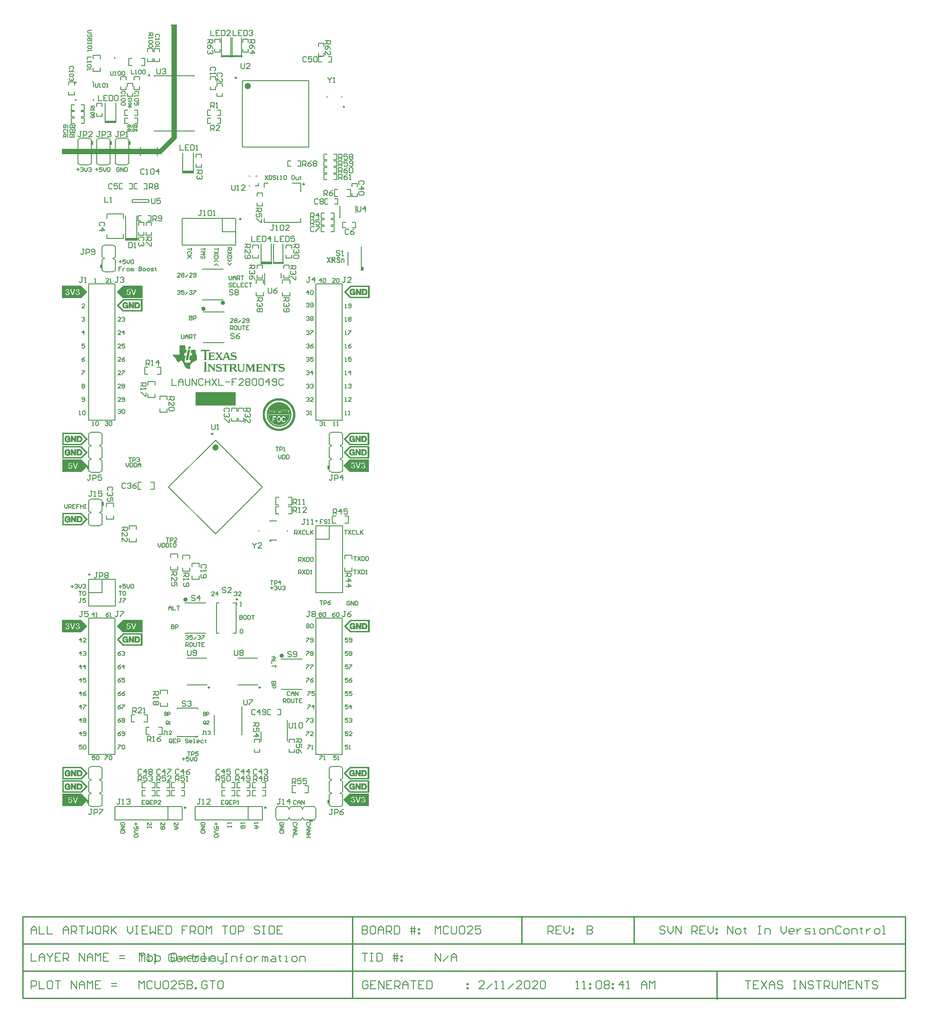
<source format=gto>
G04*
G04 #@! TF.GenerationSoftware,Altium Limited,Altium Designer,18.1.9 (240)*
G04*
G04 Layer_Color=65535*
%FSAX25Y25*%
%MOIN*%
G70*
G01*
G75*
%ADD10C,0.00984*%
%ADD11C,0.01000*%
%ADD12C,0.01575*%
%ADD13C,0.02362*%
%ADD14C,0.00700*%
%ADD15C,0.00100*%
%ADD16C,0.00787*%
%ADD17C,0.00050*%
%ADD18C,0.00800*%
%ADD19C,0.00394*%
%ADD20C,0.00600*%
%ADD21C,0.00500*%
%ADD22R,0.01280X0.00591*%
%ADD23R,0.07874X0.01575*%
%ADD24R,0.03150X0.01181*%
%ADD25R,0.01299X0.02756*%
%ADD26R,0.08661X0.01575*%
%ADD27R,0.01299X0.02756*%
%ADD28R,0.09200X0.02000*%
%ADD29R,0.01181X0.03150*%
%ADD30R,0.01378X0.02559*%
%ADD31R,0.30000X0.10000*%
%ADD32R,0.08661X0.01575*%
%ADD33R,0.00925X0.01968*%
%ADD34R,0.01575X0.00787*%
G36*
X0155200Y0683400D02*
X0143200Y0671400D01*
X0069200D01*
Y0675400D01*
X0142200D01*
X0151200Y0684400D01*
Y0767400D01*
X0150700Y0767900D01*
X0151200Y0768400D01*
X0155200D01*
Y0683400D01*
D02*
G37*
G36*
X0165665Y0527197D02*
Y0527124D01*
Y0527051D01*
Y0526979D01*
X0165593D01*
Y0526906D01*
Y0526833D01*
Y0526760D01*
Y0526688D01*
Y0526615D01*
X0165520D01*
Y0526542D01*
Y0526470D01*
Y0526397D01*
Y0526324D01*
Y0526252D01*
X0165447D01*
Y0526179D01*
Y0526106D01*
Y0526033D01*
Y0525961D01*
Y0525888D01*
X0165375D01*
Y0525815D01*
Y0525743D01*
Y0525670D01*
Y0525597D01*
X0163630D01*
Y0525670D01*
Y0525743D01*
X0163702D01*
Y0525815D01*
Y0525888D01*
Y0525961D01*
Y0526033D01*
Y0526106D01*
X0163775D01*
Y0526179D01*
Y0526252D01*
Y0526324D01*
Y0526397D01*
Y0526470D01*
X0163848D01*
Y0526542D01*
Y0526615D01*
Y0526688D01*
Y0526760D01*
Y0526833D01*
X0163920D01*
Y0526906D01*
Y0526979D01*
Y0527051D01*
Y0527124D01*
Y0527197D01*
X0163993D01*
Y0527269D01*
X0165665D01*
Y0527197D01*
D02*
G37*
G36*
X0179624Y0524798D02*
Y0524725D01*
Y0524652D01*
X0179696D01*
Y0524579D01*
Y0524507D01*
Y0524434D01*
X0179769D01*
Y0524361D01*
Y0524289D01*
Y0524216D01*
X0179842D01*
Y0524143D01*
Y0524071D01*
Y0523998D01*
X0179914D01*
Y0523925D01*
Y0523852D01*
Y0523780D01*
X0179987D01*
Y0523707D01*
Y0523634D01*
Y0523562D01*
X0180060D01*
Y0523489D01*
X0179987D01*
Y0523416D01*
X0179842D01*
Y0523489D01*
Y0523562D01*
X0179769D01*
Y0523634D01*
X0179696D01*
Y0523707D01*
X0179624D01*
Y0523780D01*
X0179478D01*
Y0523852D01*
X0179405D01*
Y0523925D01*
X0179187D01*
Y0523998D01*
X0178897D01*
Y0524071D01*
X0177370D01*
Y0523998D01*
X0177297D01*
Y0523925D01*
Y0523852D01*
X0177225D01*
Y0523780D01*
Y0523707D01*
Y0523634D01*
Y0523562D01*
Y0523489D01*
Y0523416D01*
Y0523344D01*
Y0523271D01*
Y0523198D01*
Y0523126D01*
Y0523053D01*
Y0522980D01*
Y0522907D01*
Y0522835D01*
Y0522762D01*
Y0522689D01*
Y0522617D01*
Y0522544D01*
Y0522471D01*
Y0522399D01*
Y0522326D01*
Y0522253D01*
Y0522180D01*
Y0522108D01*
Y0522035D01*
Y0521962D01*
Y0521890D01*
Y0521817D01*
Y0521744D01*
Y0521671D01*
Y0521599D01*
Y0521526D01*
Y0521453D01*
Y0521381D01*
Y0521308D01*
Y0521235D01*
Y0521163D01*
Y0521090D01*
Y0521017D01*
Y0520944D01*
Y0520872D01*
Y0520799D01*
Y0520726D01*
Y0520654D01*
Y0520581D01*
Y0520508D01*
Y0520436D01*
Y0520363D01*
Y0520290D01*
Y0520218D01*
Y0520145D01*
Y0520072D01*
Y0519999D01*
Y0519927D01*
Y0519854D01*
Y0519781D01*
Y0519709D01*
Y0519636D01*
Y0519563D01*
Y0519490D01*
Y0519418D01*
Y0519345D01*
Y0519272D01*
Y0519200D01*
Y0519127D01*
Y0519054D01*
Y0518982D01*
Y0518909D01*
Y0518836D01*
Y0518763D01*
Y0518691D01*
Y0518618D01*
Y0518545D01*
Y0518473D01*
Y0518400D01*
Y0518327D01*
Y0518255D01*
Y0518182D01*
Y0518109D01*
X0177297D01*
Y0518037D01*
Y0517964D01*
Y0517891D01*
X0177370D01*
Y0517818D01*
X0177443D01*
Y0517746D01*
X0177515D01*
Y0517673D01*
X0177661D01*
Y0517600D01*
X0177806D01*
Y0517528D01*
Y0517455D01*
Y0517382D01*
X0175334D01*
Y0517455D01*
Y0517528D01*
Y0517600D01*
X0175480D01*
Y0517673D01*
X0175625D01*
Y0517746D01*
X0175698D01*
Y0517818D01*
X0175771D01*
Y0517891D01*
X0175843D01*
Y0517964D01*
Y0518037D01*
Y0518109D01*
Y0518182D01*
X0175916D01*
Y0518255D01*
Y0518327D01*
Y0518400D01*
Y0518473D01*
Y0518545D01*
Y0518618D01*
Y0518691D01*
Y0518763D01*
Y0518836D01*
Y0518909D01*
Y0518982D01*
Y0519054D01*
Y0519127D01*
Y0519200D01*
Y0519272D01*
Y0519345D01*
Y0519418D01*
Y0519490D01*
Y0519563D01*
Y0519636D01*
Y0519709D01*
Y0519781D01*
Y0519854D01*
Y0519927D01*
Y0519999D01*
Y0520072D01*
Y0520145D01*
Y0520218D01*
Y0520290D01*
Y0520363D01*
Y0520436D01*
Y0520508D01*
Y0520581D01*
Y0520654D01*
Y0520726D01*
Y0520799D01*
Y0520872D01*
Y0520944D01*
Y0521017D01*
Y0521090D01*
Y0521163D01*
Y0521235D01*
Y0521308D01*
Y0521381D01*
Y0521453D01*
Y0521526D01*
Y0521599D01*
Y0521671D01*
Y0521744D01*
Y0521817D01*
Y0521890D01*
Y0521962D01*
Y0522035D01*
Y0522108D01*
Y0522180D01*
Y0522253D01*
Y0522326D01*
Y0522399D01*
Y0522471D01*
Y0522544D01*
Y0522617D01*
Y0522689D01*
Y0522762D01*
Y0522835D01*
Y0522907D01*
Y0522980D01*
Y0523053D01*
Y0523126D01*
Y0523198D01*
Y0523271D01*
Y0523344D01*
Y0523416D01*
Y0523489D01*
Y0523562D01*
Y0523634D01*
Y0523707D01*
Y0523780D01*
X0175843D01*
Y0523852D01*
Y0523925D01*
Y0523998D01*
X0175698D01*
Y0524071D01*
X0174244D01*
Y0523998D01*
X0173953D01*
Y0523925D01*
X0173735D01*
Y0523852D01*
X0173662D01*
Y0523780D01*
X0173517D01*
Y0523707D01*
X0173444D01*
Y0523634D01*
X0173372D01*
Y0523562D01*
X0173299D01*
Y0523489D01*
X0173226D01*
Y0523416D01*
X0173153D01*
Y0523489D01*
X0173081D01*
Y0523562D01*
Y0523634D01*
Y0523707D01*
X0173153D01*
Y0523780D01*
Y0523852D01*
X0173226D01*
Y0523925D01*
Y0523998D01*
Y0524071D01*
X0173299D01*
Y0524143D01*
Y0524216D01*
Y0524289D01*
X0173372D01*
Y0524361D01*
Y0524434D01*
Y0524507D01*
X0173444D01*
Y0524579D01*
Y0524652D01*
Y0524725D01*
X0173517D01*
Y0524798D01*
Y0524870D01*
X0179624D01*
Y0524798D01*
D02*
G37*
G36*
X0183186Y0523053D02*
Y0522980D01*
X0183259D01*
Y0522907D01*
Y0522835D01*
X0183331D01*
Y0522762D01*
Y0522689D01*
Y0522617D01*
X0183404D01*
Y0522544D01*
Y0522471D01*
Y0522399D01*
X0183477D01*
Y0522326D01*
Y0522253D01*
Y0522180D01*
X0183549D01*
Y0522108D01*
Y0522035D01*
X0183622D01*
Y0521962D01*
Y0521890D01*
Y0521817D01*
Y0521744D01*
X0183404D01*
Y0521817D01*
X0183331D01*
Y0521890D01*
X0183259D01*
Y0521962D01*
X0183186D01*
Y0522035D01*
X0183113D01*
Y0522108D01*
X0183041D01*
Y0522180D01*
X0182895D01*
Y0522253D01*
X0182750D01*
Y0522326D01*
X0182532D01*
Y0522399D01*
X0180641D01*
Y0522326D01*
X0180569D01*
Y0522253D01*
X0180496D01*
Y0522180D01*
Y0522108D01*
Y0522035D01*
Y0521962D01*
Y0521890D01*
Y0521817D01*
Y0521744D01*
Y0521671D01*
Y0521599D01*
Y0521526D01*
Y0521453D01*
Y0521381D01*
Y0521308D01*
Y0521235D01*
Y0521163D01*
Y0521090D01*
Y0521017D01*
Y0520944D01*
Y0520872D01*
Y0520799D01*
Y0520726D01*
X0182386D01*
Y0520799D01*
X0182532D01*
Y0520872D01*
X0182604D01*
Y0520944D01*
Y0521017D01*
X0182677D01*
Y0521090D01*
Y0521163D01*
X0182895D01*
Y0521090D01*
Y0521017D01*
Y0520944D01*
Y0520872D01*
Y0520799D01*
Y0520726D01*
Y0520654D01*
Y0520581D01*
Y0520508D01*
Y0520436D01*
Y0520363D01*
Y0520290D01*
Y0520218D01*
Y0520145D01*
Y0520072D01*
Y0519999D01*
Y0519927D01*
Y0519854D01*
Y0519781D01*
Y0519709D01*
Y0519636D01*
Y0519563D01*
X0182677D01*
Y0519636D01*
Y0519709D01*
Y0519781D01*
X0182604D01*
Y0519854D01*
X0182532D01*
Y0519927D01*
X0182459D01*
Y0519999D01*
X0182241D01*
Y0520072D01*
X0180496D01*
Y0519999D01*
Y0519927D01*
Y0519854D01*
Y0519781D01*
Y0519709D01*
Y0519636D01*
Y0519563D01*
Y0519490D01*
Y0519418D01*
Y0519345D01*
Y0519272D01*
Y0519200D01*
Y0519127D01*
Y0519054D01*
Y0518982D01*
Y0518909D01*
Y0518836D01*
Y0518763D01*
Y0518691D01*
Y0518618D01*
Y0518545D01*
Y0518473D01*
Y0518400D01*
Y0518327D01*
Y0518255D01*
X0180569D01*
Y0518182D01*
Y0518109D01*
X0180787D01*
Y0518037D01*
X0182314D01*
Y0518109D01*
X0182823D01*
Y0518182D01*
X0183041D01*
Y0518255D01*
X0183186D01*
Y0518327D01*
X0183259D01*
Y0518400D01*
X0183404D01*
Y0518473D01*
X0183477D01*
Y0518545D01*
X0183549D01*
Y0518618D01*
X0183622D01*
Y0518691D01*
X0183695D01*
Y0518763D01*
X0183768D01*
Y0518836D01*
X0183840D01*
Y0518763D01*
X0183913D01*
Y0518691D01*
Y0518618D01*
X0183840D01*
Y0518545D01*
Y0518473D01*
Y0518400D01*
X0183768D01*
Y0518327D01*
Y0518255D01*
X0183695D01*
Y0518182D01*
Y0518109D01*
Y0518037D01*
X0183622D01*
Y0517964D01*
Y0517891D01*
X0183549D01*
Y0517818D01*
Y0517746D01*
Y0517673D01*
X0183477D01*
Y0517600D01*
Y0517528D01*
X0183404D01*
Y0517455D01*
Y0517382D01*
X0178679D01*
Y0517455D01*
Y0517528D01*
Y0517600D01*
X0178897D01*
Y0517673D01*
X0179042D01*
Y0517746D01*
X0179115D01*
Y0517818D01*
X0179187D01*
Y0517891D01*
Y0517964D01*
X0179260D01*
Y0518037D01*
Y0518109D01*
Y0518182D01*
Y0518255D01*
Y0518327D01*
Y0518400D01*
Y0518473D01*
Y0518545D01*
Y0518618D01*
Y0518691D01*
Y0518763D01*
Y0518836D01*
Y0518909D01*
Y0518982D01*
Y0519054D01*
Y0519127D01*
Y0519200D01*
Y0519272D01*
Y0519345D01*
Y0519418D01*
Y0519490D01*
Y0519563D01*
Y0519636D01*
Y0519709D01*
Y0519781D01*
Y0519854D01*
Y0519927D01*
Y0519999D01*
Y0520072D01*
Y0520145D01*
Y0520218D01*
Y0520290D01*
Y0520363D01*
Y0520436D01*
Y0520508D01*
Y0520581D01*
Y0520654D01*
Y0520726D01*
Y0520799D01*
Y0520872D01*
Y0520944D01*
Y0521017D01*
Y0521090D01*
Y0521163D01*
Y0521235D01*
Y0521308D01*
Y0521381D01*
Y0521453D01*
Y0521526D01*
Y0521599D01*
Y0521671D01*
Y0521744D01*
Y0521817D01*
Y0521890D01*
Y0521962D01*
Y0522035D01*
Y0522108D01*
Y0522180D01*
Y0522253D01*
Y0522326D01*
Y0522399D01*
Y0522471D01*
Y0522544D01*
X0179187D01*
Y0522617D01*
Y0522689D01*
X0179115D01*
Y0522762D01*
X0179042D01*
Y0522835D01*
X0178824D01*
Y0522907D01*
X0178679D01*
Y0522980D01*
Y0523053D01*
Y0523126D01*
X0183186D01*
Y0523053D01*
D02*
G37*
G36*
X0198090Y0523126D02*
X0198380D01*
Y0523053D01*
X0198598D01*
Y0522980D01*
X0198744D01*
Y0522907D01*
X0198889D01*
Y0522835D01*
X0198962D01*
Y0522907D01*
X0199035D01*
Y0522980D01*
Y0523053D01*
Y0523126D01*
X0199325D01*
Y0523053D01*
X0199398D01*
Y0522980D01*
Y0522907D01*
Y0522835D01*
Y0522762D01*
X0199471D01*
Y0522689D01*
Y0522617D01*
Y0522544D01*
X0199543D01*
Y0522471D01*
Y0522399D01*
Y0522326D01*
Y0522253D01*
X0199616D01*
Y0522180D01*
Y0522108D01*
Y0522035D01*
X0199689D01*
Y0521962D01*
Y0521890D01*
Y0521817D01*
Y0521744D01*
X0199762D01*
Y0521671D01*
Y0521599D01*
X0199689D01*
Y0521526D01*
X0199543D01*
Y0521599D01*
X0199471D01*
Y0521671D01*
X0199398D01*
Y0521744D01*
X0199325D01*
Y0521817D01*
X0199253D01*
Y0521890D01*
X0199180D01*
Y0521962D01*
X0199107D01*
Y0522035D01*
X0198962D01*
Y0522108D01*
X0198889D01*
Y0522180D01*
X0198744D01*
Y0522253D01*
X0198526D01*
Y0522326D01*
X0198308D01*
Y0522399D01*
X0198017D01*
Y0522471D01*
X0197362D01*
Y0522399D01*
X0197072D01*
Y0522326D01*
X0196926D01*
Y0522253D01*
X0196781D01*
Y0522180D01*
X0196708D01*
Y0522108D01*
Y0522035D01*
X0196635D01*
Y0521962D01*
Y0521890D01*
Y0521817D01*
Y0521744D01*
Y0521671D01*
Y0521599D01*
Y0521526D01*
Y0521453D01*
X0196708D01*
Y0521381D01*
X0196781D01*
Y0521308D01*
X0196853D01*
Y0521235D01*
X0197072D01*
Y0521163D01*
X0197290D01*
Y0521090D01*
X0197581D01*
Y0521017D01*
X0197871D01*
Y0520944D01*
X0198235D01*
Y0520872D01*
X0198526D01*
Y0520799D01*
X0198817D01*
Y0520726D01*
X0199035D01*
Y0520654D01*
X0199180D01*
Y0520581D01*
X0199325D01*
Y0520508D01*
X0199471D01*
Y0520436D01*
X0199616D01*
Y0520363D01*
X0199689D01*
Y0520290D01*
X0199762D01*
Y0520218D01*
X0199834D01*
Y0520145D01*
X0199907D01*
Y0520072D01*
Y0519999D01*
X0199980D01*
Y0519927D01*
Y0519854D01*
X0200052D01*
Y0519781D01*
Y0519709D01*
Y0519636D01*
X0200125D01*
Y0519563D01*
Y0519490D01*
Y0519418D01*
Y0519345D01*
Y0519272D01*
Y0519200D01*
Y0519127D01*
Y0519054D01*
Y0518982D01*
Y0518909D01*
Y0518836D01*
Y0518763D01*
Y0518691D01*
Y0518618D01*
X0200052D01*
Y0518545D01*
Y0518473D01*
Y0518400D01*
X0199980D01*
Y0518327D01*
Y0518255D01*
X0199907D01*
Y0518182D01*
Y0518109D01*
X0199834D01*
Y0518037D01*
X0199762D01*
Y0517964D01*
X0199689D01*
Y0517891D01*
X0199616D01*
Y0517818D01*
X0199543D01*
Y0517746D01*
X0199471D01*
Y0517673D01*
X0199325D01*
Y0517600D01*
X0199180D01*
Y0517528D01*
X0199035D01*
Y0517455D01*
X0198817D01*
Y0517382D01*
X0198526D01*
Y0517310D01*
X0197217D01*
Y0517382D01*
X0196926D01*
Y0517455D01*
X0196708D01*
Y0517528D01*
X0196563D01*
Y0517600D01*
X0196417D01*
Y0517673D01*
X0196272D01*
Y0517600D01*
X0196199D01*
Y0517528D01*
Y0517455D01*
Y0517382D01*
X0195836D01*
Y0517455D01*
Y0517528D01*
Y0517600D01*
Y0517673D01*
X0195763D01*
Y0517746D01*
Y0517818D01*
Y0517891D01*
X0195690D01*
Y0517964D01*
Y0518037D01*
Y0518109D01*
Y0518182D01*
X0195618D01*
Y0518255D01*
Y0518327D01*
Y0518400D01*
Y0518473D01*
X0195545D01*
Y0518545D01*
Y0518618D01*
Y0518691D01*
Y0518763D01*
X0195472D01*
Y0518836D01*
Y0518909D01*
Y0518982D01*
X0195399D01*
Y0519054D01*
Y0519127D01*
X0195472D01*
Y0519200D01*
X0195618D01*
Y0519127D01*
X0195690D01*
Y0519054D01*
X0195763D01*
Y0518982D01*
X0195836D01*
Y0518909D01*
X0195908D01*
Y0518836D01*
X0195981D01*
Y0518763D01*
X0196054D01*
Y0518691D01*
X0196126D01*
Y0518618D01*
X0196199D01*
Y0518545D01*
X0196272D01*
Y0518473D01*
X0196417D01*
Y0518400D01*
X0196563D01*
Y0518327D01*
X0196635D01*
Y0518255D01*
X0196853D01*
Y0518182D01*
X0196999D01*
Y0518109D01*
X0197290D01*
Y0518037D01*
X0198308D01*
Y0518109D01*
X0198526D01*
Y0518182D01*
X0198671D01*
Y0518255D01*
X0198744D01*
Y0518327D01*
X0198817D01*
Y0518400D01*
X0198889D01*
Y0518473D01*
X0198962D01*
Y0518545D01*
Y0518618D01*
Y0518691D01*
X0199035D01*
Y0518763D01*
Y0518836D01*
Y0518909D01*
Y0518982D01*
Y0519054D01*
X0198962D01*
Y0519127D01*
Y0519200D01*
Y0519272D01*
X0198889D01*
Y0519345D01*
X0198817D01*
Y0519418D01*
X0198744D01*
Y0519490D01*
X0198598D01*
Y0519563D01*
X0198380D01*
Y0519636D01*
X0198090D01*
Y0519709D01*
X0197799D01*
Y0519781D01*
X0197435D01*
Y0519854D01*
X0197144D01*
Y0519927D01*
X0196853D01*
Y0519999D01*
X0196635D01*
Y0520072D01*
X0196490D01*
Y0520145D01*
X0196345D01*
Y0520218D01*
X0196199D01*
Y0520290D01*
X0196126D01*
Y0520363D01*
X0196054D01*
Y0520436D01*
X0195908D01*
Y0520508D01*
Y0520581D01*
X0195836D01*
Y0520654D01*
X0195763D01*
Y0520726D01*
Y0520799D01*
X0195690D01*
Y0520872D01*
Y0520944D01*
X0195618D01*
Y0521017D01*
Y0521090D01*
Y0521163D01*
Y0521235D01*
X0195545D01*
Y0521308D01*
Y0521381D01*
Y0521453D01*
Y0521526D01*
Y0521599D01*
Y0521671D01*
Y0521744D01*
Y0521817D01*
X0195618D01*
Y0521890D01*
Y0521962D01*
Y0522035D01*
Y0522108D01*
X0195690D01*
Y0522180D01*
Y0522253D01*
X0195763D01*
Y0522326D01*
Y0522399D01*
X0195836D01*
Y0522471D01*
X0195908D01*
Y0522544D01*
X0195981D01*
Y0522617D01*
X0196054D01*
Y0522689D01*
X0196126D01*
Y0522762D01*
X0196199D01*
Y0522835D01*
X0196272D01*
Y0522907D01*
X0196417D01*
Y0522980D01*
X0196563D01*
Y0523053D01*
X0196781D01*
Y0523126D01*
X0197144D01*
Y0523198D01*
X0198090D01*
Y0523126D01*
D02*
G37*
G36*
X0193146Y0523053D02*
Y0522980D01*
X0193219D01*
Y0522907D01*
Y0522835D01*
Y0522762D01*
X0193291D01*
Y0522689D01*
Y0522617D01*
Y0522544D01*
X0193364D01*
Y0522471D01*
Y0522399D01*
X0193437D01*
Y0522326D01*
Y0522253D01*
Y0522180D01*
X0193509D01*
Y0522108D01*
Y0522035D01*
X0193582D01*
Y0521962D01*
Y0521890D01*
Y0521817D01*
X0193655D01*
Y0521744D01*
Y0521671D01*
Y0521599D01*
X0193727D01*
Y0521526D01*
Y0521453D01*
X0193800D01*
Y0521381D01*
Y0521308D01*
Y0521235D01*
X0193873D01*
Y0521163D01*
Y0521090D01*
Y0521017D01*
X0193946D01*
Y0520944D01*
Y0520872D01*
X0194018D01*
Y0520799D01*
Y0520726D01*
Y0520654D01*
X0194091D01*
Y0520581D01*
Y0520508D01*
X0194164D01*
Y0520436D01*
Y0520363D01*
Y0520290D01*
X0194236D01*
Y0520218D01*
Y0520145D01*
Y0520072D01*
X0194309D01*
Y0519999D01*
Y0519927D01*
X0194382D01*
Y0519854D01*
Y0519781D01*
Y0519709D01*
X0194454D01*
Y0519636D01*
Y0519563D01*
Y0519490D01*
X0194527D01*
Y0519418D01*
Y0519345D01*
X0194600D01*
Y0519272D01*
Y0519200D01*
Y0519127D01*
X0194673D01*
Y0519054D01*
Y0518982D01*
X0194745D01*
Y0518909D01*
Y0518836D01*
Y0518763D01*
X0194818D01*
Y0518691D01*
Y0518618D01*
Y0518545D01*
X0194891D01*
Y0518473D01*
Y0518400D01*
X0194963D01*
Y0518327D01*
Y0518255D01*
Y0518182D01*
X0195036D01*
Y0518109D01*
Y0518037D01*
X0195109D01*
Y0517964D01*
X0195181D01*
Y0517891D01*
X0195254D01*
Y0517818D01*
X0195327D01*
Y0517746D01*
X0195399D01*
Y0517673D01*
X0195545D01*
Y0517600D01*
X0195618D01*
Y0517528D01*
Y0517455D01*
Y0517382D01*
X0193219D01*
Y0517455D01*
Y0517528D01*
Y0517600D01*
X0193437D01*
Y0517673D01*
X0193509D01*
Y0517746D01*
X0193582D01*
Y0517818D01*
X0193655D01*
Y0517891D01*
Y0517964D01*
Y0518037D01*
Y0518109D01*
Y0518182D01*
X0193582D01*
Y0518255D01*
Y0518327D01*
Y0518400D01*
X0193509D01*
Y0518473D01*
Y0518545D01*
X0193437D01*
Y0518618D01*
Y0518691D01*
Y0518763D01*
X0193364D01*
Y0518836D01*
Y0518909D01*
Y0518982D01*
X0190965D01*
Y0518909D01*
Y0518836D01*
Y0518763D01*
X0190892D01*
Y0518691D01*
Y0518618D01*
X0190820D01*
Y0518545D01*
Y0518473D01*
Y0518400D01*
X0190747D01*
Y0518327D01*
Y0518255D01*
Y0518182D01*
X0190674D01*
Y0518109D01*
Y0518037D01*
Y0517964D01*
Y0517891D01*
Y0517818D01*
Y0517746D01*
X0190747D01*
Y0517673D01*
X0190892D01*
Y0517600D01*
X0191110D01*
Y0517528D01*
Y0517455D01*
Y0517382D01*
X0187184D01*
Y0517455D01*
Y0517528D01*
Y0517600D01*
X0187402D01*
Y0517673D01*
X0187548D01*
Y0517746D01*
X0187621D01*
Y0517818D01*
X0187693D01*
Y0517891D01*
Y0517964D01*
Y0518037D01*
Y0518109D01*
X0187621D01*
Y0518182D01*
Y0518255D01*
X0187548D01*
Y0518327D01*
X0187475D01*
Y0518400D01*
X0187402D01*
Y0518473D01*
Y0518545D01*
X0187330D01*
Y0518618D01*
X0187257D01*
Y0518691D01*
Y0518763D01*
X0187184D01*
Y0518836D01*
X0187112D01*
Y0518909D01*
Y0518982D01*
X0187039D01*
Y0519054D01*
X0186966D01*
Y0519127D01*
Y0519200D01*
X0186894D01*
Y0519272D01*
X0186821D01*
Y0519345D01*
X0186748D01*
Y0519418D01*
Y0519490D01*
X0186676D01*
Y0519563D01*
X0186603D01*
Y0519636D01*
Y0519709D01*
X0186530D01*
Y0519636D01*
X0186457D01*
Y0519563D01*
Y0519490D01*
X0186385D01*
Y0519418D01*
Y0519345D01*
X0186312D01*
Y0519272D01*
X0186239D01*
Y0519200D01*
Y0519127D01*
X0186167D01*
Y0519054D01*
X0186094D01*
Y0518982D01*
Y0518909D01*
X0186021D01*
Y0518836D01*
X0185949D01*
Y0518763D01*
Y0518691D01*
X0185876D01*
Y0518618D01*
X0185803D01*
Y0518545D01*
Y0518473D01*
X0185730D01*
Y0518400D01*
Y0518327D01*
X0185658D01*
Y0518255D01*
X0185585D01*
Y0518182D01*
Y0518109D01*
X0185512D01*
Y0518037D01*
Y0517964D01*
Y0517891D01*
Y0517818D01*
Y0517746D01*
X0185585D01*
Y0517673D01*
X0185730D01*
Y0517600D01*
X0185949D01*
Y0517528D01*
Y0517455D01*
Y0517382D01*
X0183768D01*
Y0517455D01*
Y0517528D01*
Y0517600D01*
X0183913D01*
Y0517673D01*
X0184131D01*
Y0517746D01*
X0184276D01*
Y0517818D01*
X0184349D01*
Y0517891D01*
X0184422D01*
Y0517964D01*
X0184495D01*
Y0518037D01*
X0184567D01*
Y0518109D01*
X0184640D01*
Y0518182D01*
X0184713D01*
Y0518255D01*
X0184785D01*
Y0518327D01*
Y0518400D01*
X0184858D01*
Y0518473D01*
X0184931D01*
Y0518545D01*
Y0518618D01*
X0185003D01*
Y0518691D01*
X0185076D01*
Y0518763D01*
X0185149D01*
Y0518836D01*
Y0518909D01*
X0185222D01*
Y0518982D01*
X0185294D01*
Y0519054D01*
Y0519127D01*
X0185367D01*
Y0519200D01*
X0185440D01*
Y0519272D01*
X0185512D01*
Y0519345D01*
Y0519418D01*
X0185585D01*
Y0519490D01*
X0185658D01*
Y0519563D01*
Y0519636D01*
X0185730D01*
Y0519709D01*
X0185803D01*
Y0519781D01*
Y0519854D01*
X0185876D01*
Y0519927D01*
X0185949D01*
Y0519999D01*
X0186021D01*
Y0520072D01*
Y0520145D01*
X0186094D01*
Y0520218D01*
Y0520290D01*
Y0520363D01*
X0186021D01*
Y0520436D01*
X0185949D01*
Y0520508D01*
Y0520581D01*
X0185876D01*
Y0520654D01*
X0185803D01*
Y0520726D01*
X0185730D01*
Y0520799D01*
Y0520872D01*
X0185658D01*
Y0520944D01*
X0185585D01*
Y0521017D01*
Y0521090D01*
X0185512D01*
Y0521163D01*
X0185440D01*
Y0521235D01*
Y0521308D01*
X0185367D01*
Y0521381D01*
X0185294D01*
Y0521453D01*
X0185222D01*
Y0521526D01*
Y0521599D01*
X0185149D01*
Y0521671D01*
X0185076D01*
Y0521744D01*
Y0521817D01*
X0185003D01*
Y0521890D01*
X0184931D01*
Y0521962D01*
X0184858D01*
Y0522035D01*
Y0522108D01*
X0184785D01*
Y0522180D01*
X0184713D01*
Y0522253D01*
Y0522326D01*
X0184640D01*
Y0522399D01*
X0184567D01*
Y0522471D01*
X0184495D01*
Y0522544D01*
X0184422D01*
Y0522617D01*
X0184349D01*
Y0522689D01*
X0184276D01*
Y0522762D01*
X0184131D01*
Y0522835D01*
X0183986D01*
Y0522907D01*
X0183840D01*
Y0522980D01*
Y0523053D01*
Y0523126D01*
X0186530D01*
Y0523053D01*
Y0522980D01*
Y0522907D01*
X0186385D01*
Y0522835D01*
X0186239D01*
Y0522762D01*
X0186167D01*
Y0522689D01*
Y0522617D01*
X0186094D01*
Y0522544D01*
Y0522471D01*
X0186167D01*
Y0522399D01*
Y0522326D01*
X0186239D01*
Y0522253D01*
Y0522180D01*
X0186312D01*
Y0522108D01*
Y0522035D01*
X0186385D01*
Y0521962D01*
X0186457D01*
Y0521890D01*
Y0521817D01*
X0186530D01*
Y0521744D01*
X0186603D01*
Y0521671D01*
Y0521599D01*
X0186676D01*
Y0521526D01*
X0186748D01*
Y0521453D01*
Y0521381D01*
X0186821D01*
Y0521308D01*
X0186894D01*
Y0521235D01*
Y0521163D01*
X0186966D01*
Y0521090D01*
X0187039D01*
Y0521017D01*
X0187112D01*
Y0521090D01*
X0187184D01*
Y0521163D01*
Y0521235D01*
X0187257D01*
Y0521308D01*
X0187330D01*
Y0521381D01*
Y0521453D01*
X0187402D01*
Y0521526D01*
X0187475D01*
Y0521599D01*
Y0521671D01*
X0187548D01*
Y0521744D01*
X0187621D01*
Y0521817D01*
Y0521890D01*
X0187693D01*
Y0521962D01*
X0187766D01*
Y0522035D01*
Y0522108D01*
X0187839D01*
Y0522180D01*
X0187911D01*
Y0522253D01*
Y0522326D01*
X0187984D01*
Y0522399D01*
X0188057D01*
Y0522471D01*
Y0522544D01*
Y0522617D01*
Y0522689D01*
Y0522762D01*
X0187984D01*
Y0522835D01*
X0187839D01*
Y0522907D01*
X0187621D01*
Y0522980D01*
Y0523053D01*
Y0523126D01*
X0189656D01*
Y0523053D01*
Y0522980D01*
Y0522907D01*
X0189584D01*
Y0522835D01*
X0189365D01*
Y0522762D01*
X0189220D01*
Y0522689D01*
X0189147D01*
Y0522617D01*
X0189075D01*
Y0522544D01*
X0189002D01*
Y0522471D01*
X0188929D01*
Y0522399D01*
X0188856D01*
Y0522326D01*
X0188784D01*
Y0522253D01*
X0188711D01*
Y0522180D01*
Y0522108D01*
X0188638D01*
Y0522035D01*
X0188566D01*
Y0521962D01*
Y0521890D01*
X0188493D01*
Y0521817D01*
X0188420D01*
Y0521744D01*
X0188348D01*
Y0521671D01*
Y0521599D01*
X0188275D01*
Y0521526D01*
X0188202D01*
Y0521453D01*
Y0521381D01*
X0188129D01*
Y0521308D01*
X0188057D01*
Y0521235D01*
Y0521163D01*
X0187984D01*
Y0521090D01*
X0187911D01*
Y0521017D01*
X0187839D01*
Y0520944D01*
Y0520872D01*
X0187766D01*
Y0520799D01*
X0187693D01*
Y0520726D01*
Y0520654D01*
X0187621D01*
Y0520581D01*
X0187548D01*
Y0520508D01*
X0187475D01*
Y0520436D01*
X0187548D01*
Y0520363D01*
Y0520290D01*
X0187621D01*
Y0520218D01*
X0187693D01*
Y0520145D01*
Y0520072D01*
X0187766D01*
Y0519999D01*
X0187839D01*
Y0519927D01*
X0187911D01*
Y0519854D01*
Y0519781D01*
X0187984D01*
Y0519709D01*
X0188057D01*
Y0519636D01*
Y0519563D01*
X0188129D01*
Y0519490D01*
X0188202D01*
Y0519418D01*
X0188275D01*
Y0519345D01*
Y0519272D01*
X0188348D01*
Y0519200D01*
X0188420D01*
Y0519127D01*
Y0519054D01*
X0188493D01*
Y0518982D01*
X0188566D01*
Y0518909D01*
Y0518836D01*
X0188638D01*
Y0518763D01*
X0188711D01*
Y0518691D01*
X0188784D01*
Y0518618D01*
Y0518545D01*
X0188856D01*
Y0518473D01*
X0188929D01*
Y0518400D01*
Y0518327D01*
X0189002D01*
Y0518255D01*
X0189075D01*
Y0518182D01*
X0189147D01*
Y0518109D01*
Y0518037D01*
X0189220D01*
Y0517964D01*
X0189293D01*
Y0517891D01*
X0189365D01*
Y0517818D01*
X0189438D01*
Y0517746D01*
X0189584D01*
Y0517818D01*
X0189656D01*
Y0517891D01*
X0189729D01*
Y0517964D01*
Y0518037D01*
X0189802D01*
Y0518109D01*
X0189874D01*
Y0518182D01*
Y0518255D01*
X0189947D01*
Y0518327D01*
Y0518400D01*
X0190020D01*
Y0518473D01*
Y0518545D01*
X0190093D01*
Y0518618D01*
Y0518691D01*
Y0518763D01*
X0190165D01*
Y0518836D01*
Y0518909D01*
Y0518982D01*
X0190238D01*
Y0519054D01*
Y0519127D01*
X0190311D01*
Y0519200D01*
Y0519272D01*
Y0519345D01*
X0190383D01*
Y0519418D01*
Y0519490D01*
X0190456D01*
Y0519563D01*
Y0519636D01*
Y0519709D01*
X0190529D01*
Y0519781D01*
Y0519854D01*
X0190601D01*
Y0519927D01*
Y0519999D01*
Y0520072D01*
X0190674D01*
Y0520145D01*
Y0520218D01*
X0190747D01*
Y0520290D01*
Y0520363D01*
Y0520436D01*
X0190820D01*
Y0520508D01*
Y0520581D01*
Y0520654D01*
X0190892D01*
Y0520726D01*
Y0520799D01*
X0190965D01*
Y0520872D01*
Y0520944D01*
Y0521017D01*
X0191038D01*
Y0521090D01*
Y0521163D01*
X0191110D01*
Y0521235D01*
Y0521308D01*
Y0521381D01*
X0191183D01*
Y0521453D01*
Y0521526D01*
X0191256D01*
Y0521599D01*
Y0521671D01*
Y0521744D01*
X0191328D01*
Y0521817D01*
Y0521890D01*
X0191401D01*
Y0521962D01*
Y0522035D01*
Y0522108D01*
X0191474D01*
Y0522180D01*
Y0522253D01*
X0191546D01*
Y0522326D01*
Y0522399D01*
Y0522471D01*
X0191619D01*
Y0522544D01*
Y0522617D01*
Y0522689D01*
X0191692D01*
Y0522762D01*
Y0522835D01*
X0191765D01*
Y0522907D01*
Y0522980D01*
Y0523053D01*
X0191837D01*
Y0523126D01*
X0193146D01*
Y0523053D01*
D02*
G37*
G36*
X0165229Y0524798D02*
Y0524725D01*
X0165156D01*
Y0524652D01*
Y0524579D01*
Y0524507D01*
Y0524434D01*
Y0524361D01*
X0165084D01*
Y0524289D01*
Y0524216D01*
Y0524143D01*
Y0524071D01*
Y0523998D01*
X0165011D01*
Y0523925D01*
Y0523852D01*
Y0523780D01*
Y0523707D01*
Y0523634D01*
X0164938D01*
Y0523562D01*
Y0523489D01*
Y0523416D01*
Y0523344D01*
Y0523271D01*
X0164866D01*
Y0523198D01*
Y0523126D01*
Y0523053D01*
Y0522980D01*
Y0522907D01*
X0164793D01*
Y0522835D01*
Y0522762D01*
Y0522689D01*
Y0522617D01*
Y0522544D01*
X0164720D01*
Y0522471D01*
Y0522399D01*
Y0522326D01*
Y0522253D01*
Y0522180D01*
X0164647D01*
Y0522108D01*
Y0522035D01*
Y0521962D01*
Y0521890D01*
Y0521817D01*
X0164575D01*
Y0521744D01*
Y0521671D01*
Y0521599D01*
Y0521526D01*
Y0521453D01*
X0164502D01*
Y0521381D01*
Y0521308D01*
Y0521235D01*
Y0521163D01*
Y0521090D01*
X0164429D01*
Y0521017D01*
Y0520944D01*
Y0520872D01*
Y0520799D01*
Y0520726D01*
X0164357D01*
Y0520654D01*
Y0520581D01*
Y0520508D01*
Y0520436D01*
Y0520363D01*
X0164284D01*
Y0520290D01*
Y0520218D01*
Y0520145D01*
Y0520072D01*
Y0519999D01*
X0164211D01*
Y0519927D01*
Y0519854D01*
Y0519781D01*
Y0519709D01*
Y0519636D01*
X0164139D01*
Y0519563D01*
Y0519490D01*
Y0519418D01*
Y0519345D01*
Y0519272D01*
X0164066D01*
Y0519200D01*
Y0519127D01*
Y0519054D01*
Y0518982D01*
Y0518909D01*
X0163993D01*
Y0518836D01*
Y0518763D01*
Y0518691D01*
Y0518618D01*
Y0518545D01*
X0163920D01*
Y0518473D01*
Y0518400D01*
Y0518327D01*
Y0518255D01*
Y0518182D01*
X0163848D01*
Y0518109D01*
Y0518037D01*
Y0517964D01*
Y0517891D01*
Y0517818D01*
X0163775D01*
Y0517746D01*
Y0517673D01*
Y0517600D01*
Y0517528D01*
Y0517455D01*
X0162030D01*
Y0517528D01*
Y0517600D01*
Y0517673D01*
X0162103D01*
Y0517746D01*
Y0517818D01*
Y0517891D01*
Y0517964D01*
Y0518037D01*
X0162176D01*
Y0518109D01*
Y0518182D01*
Y0518255D01*
Y0518327D01*
Y0518400D01*
X0162248D01*
Y0518473D01*
Y0518545D01*
Y0518618D01*
Y0518691D01*
Y0518763D01*
X0162321D01*
Y0518836D01*
Y0518909D01*
Y0518982D01*
Y0519054D01*
Y0519127D01*
X0162394D01*
Y0519200D01*
Y0519272D01*
Y0519345D01*
Y0519418D01*
Y0519490D01*
X0162467D01*
Y0519563D01*
Y0519636D01*
Y0519709D01*
Y0519781D01*
Y0519854D01*
X0162539D01*
Y0519927D01*
Y0519999D01*
Y0520072D01*
Y0520145D01*
Y0520218D01*
X0162612D01*
Y0520290D01*
Y0520363D01*
Y0520436D01*
Y0520508D01*
Y0520581D01*
X0162685D01*
Y0520654D01*
Y0520726D01*
Y0520799D01*
Y0520872D01*
Y0520944D01*
X0162757D01*
Y0521017D01*
Y0521090D01*
Y0521163D01*
Y0521235D01*
Y0521308D01*
X0162830D01*
Y0521381D01*
Y0521453D01*
Y0521526D01*
Y0521599D01*
Y0521671D01*
X0162903D01*
Y0521744D01*
Y0521817D01*
Y0521890D01*
Y0521962D01*
Y0522035D01*
X0162975D01*
Y0522108D01*
Y0522180D01*
Y0522253D01*
Y0522326D01*
Y0522399D01*
X0163048D01*
Y0522471D01*
Y0522544D01*
Y0522617D01*
Y0522689D01*
Y0522762D01*
X0163121D01*
Y0522835D01*
Y0522907D01*
Y0522980D01*
Y0523053D01*
Y0523126D01*
X0163194D01*
Y0523198D01*
Y0523271D01*
Y0523344D01*
Y0523416D01*
Y0523489D01*
X0163266D01*
Y0523562D01*
Y0523634D01*
Y0523707D01*
Y0523780D01*
Y0523852D01*
X0163339D01*
Y0523925D01*
Y0523998D01*
Y0524071D01*
Y0524143D01*
Y0524216D01*
X0163412D01*
Y0524289D01*
Y0524361D01*
Y0524434D01*
Y0524507D01*
Y0524579D01*
X0163484D01*
Y0524652D01*
Y0524725D01*
Y0524798D01*
Y0524870D01*
X0165229D01*
Y0524798D01*
D02*
G37*
G36*
X0218882Y0514329D02*
Y0514256D01*
X0218954D01*
Y0514183D01*
Y0514111D01*
X0219027D01*
Y0514038D01*
Y0513965D01*
Y0513893D01*
X0219100D01*
Y0513820D01*
Y0513747D01*
Y0513674D01*
X0219172D01*
Y0513602D01*
Y0513529D01*
X0219245D01*
Y0513456D01*
Y0513384D01*
Y0513311D01*
X0219318D01*
Y0513238D01*
Y0513166D01*
Y0513093D01*
X0219245D01*
Y0513020D01*
X0219172D01*
Y0513093D01*
X0219100D01*
Y0513166D01*
X0219027D01*
Y0513238D01*
X0218882D01*
Y0513311D01*
X0218809D01*
Y0513384D01*
X0218736D01*
Y0513456D01*
X0218664D01*
Y0513529D01*
X0218518D01*
Y0513602D01*
X0218300D01*
Y0513674D01*
X0218009D01*
Y0513747D01*
X0216482D01*
Y0513674D01*
X0216264D01*
Y0513602D01*
Y0513529D01*
X0216192D01*
Y0513456D01*
Y0513384D01*
Y0513311D01*
Y0513238D01*
Y0513166D01*
Y0513093D01*
Y0513020D01*
Y0512948D01*
Y0512875D01*
Y0512802D01*
Y0512729D01*
Y0512657D01*
Y0512584D01*
Y0512511D01*
Y0512439D01*
Y0512366D01*
Y0512293D01*
Y0512220D01*
Y0512148D01*
Y0512075D01*
Y0512002D01*
X0217936D01*
Y0512075D01*
X0218155D01*
Y0512148D01*
X0218227D01*
Y0512220D01*
X0218300D01*
Y0512293D01*
Y0512366D01*
X0218373D01*
Y0512439D01*
Y0512511D01*
X0218591D01*
Y0512439D01*
Y0512366D01*
Y0512293D01*
Y0512220D01*
Y0512148D01*
Y0512075D01*
Y0512002D01*
Y0511930D01*
Y0511857D01*
Y0511784D01*
Y0511712D01*
Y0511639D01*
Y0511566D01*
Y0511493D01*
Y0511421D01*
Y0511348D01*
Y0511275D01*
Y0511203D01*
Y0511130D01*
Y0511057D01*
Y0510985D01*
Y0510912D01*
X0218373D01*
Y0510985D01*
Y0511057D01*
X0218300D01*
Y0511130D01*
Y0511203D01*
X0218227D01*
Y0511275D01*
X0218009D01*
Y0511348D01*
X0216192D01*
Y0511275D01*
Y0511203D01*
Y0511130D01*
Y0511057D01*
Y0510985D01*
Y0510912D01*
Y0510839D01*
Y0510767D01*
Y0510694D01*
Y0510621D01*
Y0510548D01*
Y0510476D01*
Y0510403D01*
Y0510330D01*
Y0510258D01*
Y0510185D01*
Y0510112D01*
Y0510040D01*
Y0509967D01*
Y0509894D01*
Y0509821D01*
Y0509749D01*
Y0509676D01*
Y0509603D01*
Y0509531D01*
X0216264D01*
Y0509458D01*
Y0509385D01*
X0218373D01*
Y0509458D01*
X0218664D01*
Y0509531D01*
X0218809D01*
Y0509603D01*
X0218954D01*
Y0509676D01*
X0219027D01*
Y0509749D01*
X0219100D01*
Y0509821D01*
X0219172D01*
Y0509894D01*
X0219245D01*
Y0509967D01*
X0219318D01*
Y0510040D01*
X0219391D01*
Y0510112D01*
X0219536D01*
Y0510040D01*
X0219609D01*
Y0509967D01*
Y0509894D01*
X0219536D01*
Y0509821D01*
Y0509749D01*
X0219463D01*
Y0509676D01*
Y0509603D01*
Y0509531D01*
X0219391D01*
Y0509458D01*
Y0509385D01*
X0219318D01*
Y0509312D01*
Y0509240D01*
Y0509167D01*
X0219245D01*
Y0509094D01*
Y0509022D01*
X0219172D01*
Y0508949D01*
Y0508876D01*
Y0508804D01*
X0219100D01*
Y0508731D01*
Y0508658D01*
X0214374D01*
Y0508731D01*
Y0508804D01*
Y0508876D01*
X0214520D01*
Y0508949D01*
X0214665D01*
Y0509022D01*
X0214810D01*
Y0509094D01*
X0214883D01*
Y0509167D01*
Y0509240D01*
Y0509312D01*
X0214956D01*
Y0509385D01*
Y0509458D01*
Y0509531D01*
Y0509603D01*
Y0509676D01*
Y0509749D01*
Y0509821D01*
Y0509894D01*
Y0509967D01*
Y0510040D01*
Y0510112D01*
Y0510185D01*
Y0510258D01*
Y0510330D01*
Y0510403D01*
Y0510476D01*
Y0510548D01*
Y0510621D01*
Y0510694D01*
Y0510767D01*
Y0510839D01*
Y0510912D01*
Y0510985D01*
Y0511057D01*
Y0511130D01*
Y0511203D01*
Y0511275D01*
Y0511348D01*
Y0511421D01*
Y0511493D01*
Y0511566D01*
Y0511639D01*
Y0511712D01*
Y0511784D01*
Y0511857D01*
Y0511930D01*
Y0512002D01*
Y0512075D01*
Y0512148D01*
Y0512220D01*
Y0512293D01*
Y0512366D01*
Y0512439D01*
Y0512511D01*
Y0512584D01*
Y0512657D01*
Y0512729D01*
Y0512802D01*
Y0512875D01*
Y0512948D01*
Y0513020D01*
Y0513093D01*
Y0513166D01*
Y0513238D01*
Y0513311D01*
Y0513384D01*
Y0513456D01*
Y0513529D01*
Y0513602D01*
Y0513674D01*
Y0513747D01*
Y0513820D01*
X0214883D01*
Y0513893D01*
Y0513965D01*
X0214810D01*
Y0514038D01*
X0214738D01*
Y0514111D01*
X0214592D01*
Y0514183D01*
X0214374D01*
Y0514256D01*
Y0514329D01*
Y0514401D01*
X0218882D01*
Y0514329D01*
D02*
G37*
G36*
X0234076Y0514401D02*
X0234367D01*
Y0514329D01*
X0234512D01*
Y0514256D01*
X0234658D01*
Y0514183D01*
X0234876D01*
Y0514256D01*
Y0514329D01*
X0234948D01*
Y0514401D01*
X0235239D01*
Y0514329D01*
Y0514256D01*
Y0514183D01*
X0235312D01*
Y0514111D01*
Y0514038D01*
Y0513965D01*
Y0513893D01*
X0235384D01*
Y0513820D01*
Y0513747D01*
Y0513674D01*
X0235457D01*
Y0513602D01*
Y0513529D01*
Y0513456D01*
Y0513384D01*
X0235530D01*
Y0513311D01*
Y0513238D01*
Y0513166D01*
X0235603D01*
Y0513093D01*
Y0513020D01*
Y0512948D01*
Y0512875D01*
X0235384D01*
Y0512948D01*
X0235312D01*
Y0513020D01*
X0235239D01*
Y0513093D01*
X0235166D01*
Y0513166D01*
X0235094D01*
Y0513238D01*
X0234948D01*
Y0513311D01*
X0234876D01*
Y0513384D01*
X0234730D01*
Y0513456D01*
X0234658D01*
Y0513529D01*
X0234439D01*
Y0513602D01*
X0234294D01*
Y0513674D01*
X0234003D01*
Y0513747D01*
X0233058D01*
Y0513674D01*
X0232840D01*
Y0513602D01*
X0232695D01*
Y0513529D01*
X0232622D01*
Y0513456D01*
X0232549D01*
Y0513384D01*
Y0513311D01*
X0232476D01*
Y0513238D01*
Y0513166D01*
Y0513093D01*
Y0513020D01*
Y0512948D01*
Y0512875D01*
Y0512802D01*
X0232549D01*
Y0512729D01*
X0232622D01*
Y0512657D01*
X0232695D01*
Y0512584D01*
X0232767D01*
Y0512511D01*
X0232985D01*
Y0512439D01*
X0233204D01*
Y0512366D01*
X0233567D01*
Y0512293D01*
X0233858D01*
Y0512220D01*
X0234221D01*
Y0512148D01*
X0234512D01*
Y0512075D01*
X0234730D01*
Y0512002D01*
X0234948D01*
Y0511930D01*
X0235094D01*
Y0511857D01*
X0235239D01*
Y0511784D01*
X0235384D01*
Y0511712D01*
X0235457D01*
Y0511639D01*
X0235530D01*
Y0511566D01*
X0235603D01*
Y0511493D01*
X0235675D01*
Y0511421D01*
X0235748D01*
Y0511348D01*
X0235821D01*
Y0511275D01*
Y0511203D01*
X0235893D01*
Y0511130D01*
Y0511057D01*
X0235966D01*
Y0510985D01*
Y0510912D01*
Y0510839D01*
Y0510767D01*
Y0510694D01*
Y0510621D01*
Y0510548D01*
X0236039D01*
Y0510476D01*
Y0510403D01*
Y0510330D01*
Y0510258D01*
X0235966D01*
Y0510185D01*
Y0510112D01*
Y0510040D01*
Y0509967D01*
Y0509894D01*
Y0509821D01*
X0235893D01*
Y0509749D01*
Y0509676D01*
X0235821D01*
Y0509603D01*
Y0509531D01*
X0235748D01*
Y0509458D01*
Y0509385D01*
X0235675D01*
Y0509312D01*
X0235603D01*
Y0509240D01*
X0235530D01*
Y0509167D01*
X0235457D01*
Y0509094D01*
X0235384D01*
Y0509022D01*
X0235239D01*
Y0508949D01*
X0235166D01*
Y0508876D01*
X0235021D01*
Y0508804D01*
X0234803D01*
Y0508731D01*
X0234585D01*
Y0508658D01*
X0234221D01*
Y0508586D01*
X0233204D01*
Y0508658D01*
X0232840D01*
Y0508731D01*
X0232622D01*
Y0508804D01*
X0232476D01*
Y0508876D01*
X0232331D01*
Y0508949D01*
X0232113D01*
Y0508876D01*
X0232040D01*
Y0508804D01*
Y0508731D01*
Y0508658D01*
X0231750D01*
Y0508731D01*
X0231677D01*
Y0508804D01*
Y0508876D01*
Y0508949D01*
Y0509022D01*
X0231604D01*
Y0509094D01*
Y0509167D01*
Y0509240D01*
Y0509312D01*
X0231531D01*
Y0509385D01*
Y0509458D01*
Y0509531D01*
X0231459D01*
Y0509603D01*
Y0509676D01*
Y0509749D01*
Y0509821D01*
X0231386D01*
Y0509894D01*
Y0509967D01*
Y0510040D01*
Y0510112D01*
X0231313D01*
Y0510185D01*
Y0510258D01*
Y0510330D01*
Y0510403D01*
Y0510476D01*
X0231459D01*
Y0510403D01*
X0231531D01*
Y0510330D01*
X0231604D01*
Y0510258D01*
X0231677D01*
Y0510185D01*
X0231750D01*
Y0510112D01*
X0231822D01*
Y0510040D01*
X0231895D01*
Y0509967D01*
X0232040D01*
Y0509894D01*
X0232113D01*
Y0509821D01*
X0232186D01*
Y0509749D01*
X0232331D01*
Y0509676D01*
X0232404D01*
Y0509603D01*
X0232549D01*
Y0509531D01*
X0232767D01*
Y0509458D01*
X0232985D01*
Y0509385D01*
X0233276D01*
Y0509312D01*
X0234076D01*
Y0509385D01*
X0234294D01*
Y0509458D01*
X0234512D01*
Y0509531D01*
X0234585D01*
Y0509603D01*
X0234658D01*
Y0509676D01*
X0234730D01*
Y0509749D01*
X0234803D01*
Y0509821D01*
Y0509894D01*
X0234876D01*
Y0509967D01*
Y0510040D01*
Y0510112D01*
Y0510185D01*
Y0510258D01*
Y0510330D01*
Y0510403D01*
Y0510476D01*
X0234803D01*
Y0510548D01*
X0234730D01*
Y0510621D01*
Y0510694D01*
X0234585D01*
Y0510767D01*
X0234512D01*
Y0510839D01*
X0234294D01*
Y0510912D01*
X0234076D01*
Y0510985D01*
X0233785D01*
Y0511057D01*
X0233422D01*
Y0511130D01*
X0233131D01*
Y0511203D01*
X0232840D01*
Y0511275D01*
X0232549D01*
Y0511348D01*
X0232404D01*
Y0511421D01*
X0232258D01*
Y0511493D01*
X0232113D01*
Y0511566D01*
X0232040D01*
Y0511639D01*
X0231895D01*
Y0511712D01*
X0231822D01*
Y0511784D01*
X0231750D01*
Y0511857D01*
X0231677D01*
Y0511930D01*
Y0512002D01*
X0231604D01*
Y0512075D01*
X0231531D01*
Y0512148D01*
Y0512220D01*
Y0512293D01*
X0231459D01*
Y0512366D01*
Y0512439D01*
Y0512511D01*
Y0512584D01*
Y0512657D01*
Y0512729D01*
Y0512802D01*
Y0512875D01*
Y0512948D01*
Y0513020D01*
Y0513093D01*
Y0513166D01*
Y0513238D01*
Y0513311D01*
X0231531D01*
Y0513384D01*
Y0513456D01*
Y0513529D01*
X0231604D01*
Y0513602D01*
Y0513674D01*
X0231677D01*
Y0513747D01*
X0231750D01*
Y0513820D01*
X0231822D01*
Y0513893D01*
Y0513965D01*
X0231895D01*
Y0514038D01*
X0232040D01*
Y0514111D01*
X0232113D01*
Y0514183D01*
X0232258D01*
Y0514256D01*
X0232404D01*
Y0514329D01*
X0232549D01*
Y0514401D01*
X0232840D01*
Y0514474D01*
X0234076D01*
Y0514401D01*
D02*
G37*
G36*
X0230659Y0514329D02*
X0230732D01*
Y0514256D01*
Y0514183D01*
Y0514111D01*
X0230804D01*
Y0514038D01*
Y0513965D01*
Y0513893D01*
X0230877D01*
Y0513820D01*
Y0513747D01*
Y0513674D01*
X0230950D01*
Y0513602D01*
Y0513529D01*
Y0513456D01*
Y0513384D01*
X0231023D01*
Y0513311D01*
Y0513238D01*
Y0513166D01*
X0231095D01*
Y0513093D01*
Y0513020D01*
Y0512948D01*
Y0512875D01*
X0230877D01*
Y0512948D01*
Y0513020D01*
X0230804D01*
Y0513093D01*
X0230732D01*
Y0513166D01*
X0230659D01*
Y0513238D01*
X0230586D01*
Y0513311D01*
X0230514D01*
Y0513384D01*
X0230441D01*
Y0513456D01*
X0230368D01*
Y0513529D01*
X0230296D01*
Y0513602D01*
X0230077D01*
Y0513674D01*
X0229787D01*
Y0513747D01*
X0229132D01*
Y0513674D01*
X0229060D01*
Y0513602D01*
X0228987D01*
Y0513529D01*
Y0513456D01*
Y0513384D01*
Y0513311D01*
Y0513238D01*
Y0513166D01*
Y0513093D01*
Y0513020D01*
Y0512948D01*
Y0512875D01*
Y0512802D01*
Y0512729D01*
Y0512657D01*
Y0512584D01*
Y0512511D01*
Y0512439D01*
Y0512366D01*
Y0512293D01*
Y0512220D01*
Y0512148D01*
Y0512075D01*
Y0512002D01*
Y0511930D01*
Y0511857D01*
Y0511784D01*
Y0511712D01*
Y0511639D01*
Y0511566D01*
Y0511493D01*
Y0511421D01*
Y0511348D01*
Y0511275D01*
Y0511203D01*
Y0511130D01*
Y0511057D01*
Y0510985D01*
Y0510912D01*
Y0510839D01*
Y0510767D01*
Y0510694D01*
Y0510621D01*
Y0510548D01*
Y0510476D01*
Y0510403D01*
Y0510330D01*
Y0510258D01*
Y0510185D01*
Y0510112D01*
Y0510040D01*
Y0509967D01*
Y0509894D01*
Y0509821D01*
Y0509749D01*
Y0509676D01*
Y0509603D01*
Y0509531D01*
Y0509458D01*
Y0509385D01*
Y0509312D01*
Y0509240D01*
X0229060D01*
Y0509167D01*
Y0509094D01*
X0229132D01*
Y0509022D01*
X0229278D01*
Y0508949D01*
X0229496D01*
Y0508876D01*
X0229569D01*
Y0508804D01*
Y0508731D01*
Y0508658D01*
X0227169D01*
Y0508731D01*
Y0508804D01*
Y0508876D01*
X0227242D01*
Y0508949D01*
X0227460D01*
Y0509022D01*
X0227606D01*
Y0509094D01*
X0227678D01*
Y0509167D01*
Y0509240D01*
X0227751D01*
Y0509312D01*
Y0509385D01*
Y0509458D01*
Y0509531D01*
Y0509603D01*
Y0509676D01*
Y0509749D01*
Y0509821D01*
Y0509894D01*
Y0509967D01*
Y0510040D01*
Y0510112D01*
Y0510185D01*
Y0510258D01*
Y0510330D01*
Y0510403D01*
Y0510476D01*
Y0510548D01*
Y0510621D01*
Y0510694D01*
Y0510767D01*
Y0510839D01*
Y0510912D01*
Y0510985D01*
Y0511057D01*
Y0511130D01*
Y0511203D01*
Y0511275D01*
Y0511348D01*
Y0511421D01*
Y0511493D01*
Y0511566D01*
Y0511639D01*
Y0511712D01*
Y0511784D01*
Y0511857D01*
Y0511930D01*
Y0512002D01*
Y0512075D01*
Y0512148D01*
Y0512220D01*
Y0512293D01*
Y0512366D01*
Y0512439D01*
Y0512511D01*
Y0512584D01*
Y0512657D01*
Y0512729D01*
Y0512802D01*
Y0512875D01*
Y0512948D01*
Y0513020D01*
Y0513093D01*
Y0513166D01*
Y0513238D01*
Y0513311D01*
Y0513384D01*
Y0513456D01*
Y0513529D01*
Y0513602D01*
X0227678D01*
Y0513674D01*
X0227606D01*
Y0513747D01*
X0226951D01*
Y0513674D01*
X0226661D01*
Y0513602D01*
X0226515D01*
Y0513529D01*
X0226370D01*
Y0513456D01*
X0226297D01*
Y0513384D01*
X0226224D01*
Y0513311D01*
X0226152D01*
Y0513238D01*
X0226079D01*
Y0513166D01*
Y0513093D01*
X0226006D01*
Y0513020D01*
X0225934D01*
Y0512948D01*
X0225861D01*
Y0512875D01*
X0225715D01*
Y0512948D01*
X0225643D01*
Y0513020D01*
X0225715D01*
Y0513093D01*
Y0513166D01*
Y0513238D01*
X0225788D01*
Y0513311D01*
Y0513384D01*
Y0513456D01*
Y0513529D01*
X0225861D01*
Y0513602D01*
Y0513674D01*
Y0513747D01*
X0225934D01*
Y0513820D01*
Y0513893D01*
Y0513965D01*
X0226006D01*
Y0514038D01*
Y0514111D01*
Y0514183D01*
X0226079D01*
Y0514256D01*
Y0514329D01*
Y0514401D01*
X0230659D01*
Y0514329D01*
D02*
G37*
G36*
X0194018D02*
Y0514256D01*
Y0514183D01*
X0194091D01*
Y0514111D01*
Y0514038D01*
Y0513965D01*
Y0513893D01*
X0194164D01*
Y0513820D01*
Y0513747D01*
Y0513674D01*
X0194236D01*
Y0513602D01*
Y0513529D01*
Y0513456D01*
X0194309D01*
Y0513384D01*
Y0513311D01*
Y0513238D01*
X0194382D01*
Y0513166D01*
Y0513093D01*
Y0513020D01*
Y0512948D01*
Y0512875D01*
X0194236D01*
Y0512948D01*
X0194164D01*
Y0513020D01*
X0194091D01*
Y0513093D01*
X0194018D01*
Y0513166D01*
X0193946D01*
Y0513238D01*
X0193873D01*
Y0513311D01*
X0193800D01*
Y0513384D01*
X0193727D01*
Y0513456D01*
X0193655D01*
Y0513529D01*
X0193582D01*
Y0513602D01*
X0193364D01*
Y0513674D01*
X0193073D01*
Y0513747D01*
X0192419D01*
Y0513674D01*
X0192346D01*
Y0513602D01*
X0192273D01*
Y0513529D01*
Y0513456D01*
Y0513384D01*
Y0513311D01*
Y0513238D01*
Y0513166D01*
Y0513093D01*
Y0513020D01*
Y0512948D01*
Y0512875D01*
Y0512802D01*
Y0512729D01*
Y0512657D01*
Y0512584D01*
Y0512511D01*
Y0512439D01*
Y0512366D01*
Y0512293D01*
Y0512220D01*
Y0512148D01*
Y0512075D01*
Y0512002D01*
Y0511930D01*
Y0511857D01*
Y0511784D01*
Y0511712D01*
Y0511639D01*
Y0511566D01*
Y0511493D01*
Y0511421D01*
Y0511348D01*
Y0511275D01*
Y0511203D01*
Y0511130D01*
Y0511057D01*
Y0510985D01*
Y0510912D01*
Y0510839D01*
Y0510767D01*
Y0510694D01*
Y0510621D01*
Y0510548D01*
Y0510476D01*
Y0510403D01*
Y0510330D01*
Y0510258D01*
Y0510185D01*
Y0510112D01*
Y0510040D01*
Y0509967D01*
Y0509894D01*
Y0509821D01*
Y0509749D01*
Y0509676D01*
Y0509603D01*
Y0509531D01*
Y0509458D01*
Y0509385D01*
Y0509312D01*
X0192346D01*
Y0509240D01*
Y0509167D01*
Y0509094D01*
X0192419D01*
Y0509022D01*
X0192564D01*
Y0508949D01*
X0192782D01*
Y0508876D01*
X0192928D01*
Y0508804D01*
Y0508731D01*
Y0508658D01*
X0190456D01*
Y0508731D01*
Y0508804D01*
Y0508876D01*
X0190529D01*
Y0508949D01*
X0190747D01*
Y0509022D01*
X0190892D01*
Y0509094D01*
X0190965D01*
Y0509167D01*
Y0509240D01*
X0191038D01*
Y0509312D01*
Y0509385D01*
Y0509458D01*
Y0509531D01*
Y0509603D01*
Y0509676D01*
Y0509749D01*
Y0509821D01*
Y0509894D01*
Y0509967D01*
Y0510040D01*
Y0510112D01*
Y0510185D01*
Y0510258D01*
Y0510330D01*
Y0510403D01*
Y0510476D01*
Y0510548D01*
Y0510621D01*
Y0510694D01*
Y0510767D01*
Y0510839D01*
Y0510912D01*
Y0510985D01*
Y0511057D01*
Y0511130D01*
Y0511203D01*
Y0511275D01*
Y0511348D01*
Y0511421D01*
Y0511493D01*
Y0511566D01*
Y0511639D01*
Y0511712D01*
Y0511784D01*
Y0511857D01*
Y0511930D01*
Y0512002D01*
Y0512075D01*
Y0512148D01*
Y0512220D01*
Y0512293D01*
Y0512366D01*
Y0512439D01*
Y0512511D01*
Y0512584D01*
Y0512657D01*
Y0512729D01*
Y0512802D01*
Y0512875D01*
Y0512948D01*
Y0513020D01*
Y0513093D01*
Y0513166D01*
Y0513238D01*
Y0513311D01*
Y0513384D01*
Y0513456D01*
Y0513529D01*
Y0513602D01*
Y0513674D01*
X0190892D01*
Y0513747D01*
X0190238D01*
Y0513674D01*
X0189947D01*
Y0513602D01*
X0189802D01*
Y0513529D01*
X0189729D01*
Y0513456D01*
X0189584D01*
Y0513384D01*
X0189511D01*
Y0513311D01*
X0189438D01*
Y0513238D01*
Y0513166D01*
X0189365D01*
Y0513093D01*
X0189293D01*
Y0513020D01*
X0189220D01*
Y0512948D01*
X0189147D01*
Y0512875D01*
X0189002D01*
Y0512948D01*
X0188929D01*
Y0513020D01*
X0189002D01*
Y0513093D01*
Y0513166D01*
Y0513238D01*
X0189075D01*
Y0513311D01*
Y0513384D01*
Y0513456D01*
X0189147D01*
Y0513529D01*
Y0513602D01*
Y0513674D01*
X0189220D01*
Y0513747D01*
Y0513820D01*
Y0513893D01*
Y0513965D01*
X0189293D01*
Y0514038D01*
Y0514111D01*
Y0514183D01*
X0189365D01*
Y0514256D01*
Y0514329D01*
Y0514401D01*
X0194018D01*
Y0514329D01*
D02*
G37*
G36*
X0187184Y0514401D02*
X0187402D01*
Y0514329D01*
X0187548D01*
Y0514256D01*
X0187693D01*
Y0514183D01*
X0187911D01*
Y0514256D01*
X0187984D01*
Y0514329D01*
Y0514401D01*
X0188275D01*
Y0514329D01*
Y0514256D01*
X0188348D01*
Y0514183D01*
Y0514111D01*
Y0514038D01*
X0188420D01*
Y0513965D01*
Y0513893D01*
Y0513820D01*
X0188493D01*
Y0513747D01*
Y0513674D01*
Y0513602D01*
Y0513529D01*
X0188566D01*
Y0513456D01*
Y0513384D01*
Y0513311D01*
X0188638D01*
Y0513238D01*
Y0513166D01*
Y0513093D01*
Y0513020D01*
X0188711D01*
Y0512948D01*
X0188638D01*
Y0512875D01*
X0188493D01*
Y0512948D01*
X0188420D01*
Y0513020D01*
X0188348D01*
Y0513093D01*
X0188202D01*
Y0513166D01*
X0188129D01*
Y0513238D01*
X0188057D01*
Y0513311D01*
X0187984D01*
Y0513384D01*
X0187839D01*
Y0513456D01*
X0187693D01*
Y0513529D01*
X0187548D01*
Y0513602D01*
X0187330D01*
Y0513674D01*
X0187112D01*
Y0513747D01*
X0186167D01*
Y0513674D01*
X0185949D01*
Y0513602D01*
X0185803D01*
Y0513529D01*
X0185730D01*
Y0513456D01*
X0185658D01*
Y0513384D01*
X0185585D01*
Y0513311D01*
Y0513238D01*
Y0513166D01*
X0185512D01*
Y0513093D01*
Y0513020D01*
Y0512948D01*
X0185585D01*
Y0512875D01*
Y0512802D01*
Y0512729D01*
X0185658D01*
Y0512657D01*
X0185730D01*
Y0512584D01*
X0185876D01*
Y0512511D01*
X0186021D01*
Y0512439D01*
X0186312D01*
Y0512366D01*
X0186603D01*
Y0512293D01*
X0186966D01*
Y0512220D01*
X0187257D01*
Y0512148D01*
X0187548D01*
Y0512075D01*
X0187839D01*
Y0512002D01*
X0188057D01*
Y0511930D01*
X0188202D01*
Y0511857D01*
X0188348D01*
Y0511784D01*
X0188420D01*
Y0511712D01*
X0188566D01*
Y0511639D01*
X0188638D01*
Y0511566D01*
X0188711D01*
Y0511493D01*
X0188784D01*
Y0511421D01*
X0188856D01*
Y0511348D01*
Y0511275D01*
X0188929D01*
Y0511203D01*
Y0511130D01*
X0189002D01*
Y0511057D01*
Y0510985D01*
Y0510912D01*
X0189075D01*
Y0510839D01*
Y0510767D01*
Y0510694D01*
Y0510621D01*
Y0510548D01*
Y0510476D01*
Y0510403D01*
Y0510330D01*
Y0510258D01*
Y0510185D01*
Y0510112D01*
Y0510040D01*
Y0509967D01*
X0189002D01*
Y0509894D01*
Y0509821D01*
Y0509749D01*
X0188929D01*
Y0509676D01*
Y0509603D01*
X0188856D01*
Y0509531D01*
Y0509458D01*
X0188784D01*
Y0509385D01*
X0188711D01*
Y0509312D01*
Y0509240D01*
X0188638D01*
Y0509167D01*
X0188566D01*
Y0509094D01*
X0188420D01*
Y0509022D01*
X0188348D01*
Y0508949D01*
X0188202D01*
Y0508876D01*
X0188057D01*
Y0508804D01*
X0187911D01*
Y0508731D01*
X0187693D01*
Y0508658D01*
X0187330D01*
Y0508586D01*
X0186312D01*
Y0508658D01*
X0185949D01*
Y0508731D01*
X0185730D01*
Y0508804D01*
X0185512D01*
Y0508876D01*
X0185367D01*
Y0508949D01*
X0185222D01*
Y0508876D01*
X0185149D01*
Y0508804D01*
Y0508731D01*
X0185076D01*
Y0508658D01*
X0184785D01*
Y0508731D01*
Y0508804D01*
Y0508876D01*
X0184713D01*
Y0508949D01*
Y0509022D01*
Y0509094D01*
Y0509167D01*
X0184640D01*
Y0509240D01*
Y0509312D01*
Y0509385D01*
Y0509458D01*
X0184567D01*
Y0509531D01*
Y0509603D01*
Y0509676D01*
X0184495D01*
Y0509749D01*
Y0509821D01*
Y0509894D01*
Y0509967D01*
X0184422D01*
Y0510040D01*
Y0510112D01*
Y0510185D01*
Y0510258D01*
X0184349D01*
Y0510330D01*
Y0510403D01*
X0184422D01*
Y0510476D01*
X0184567D01*
Y0510403D01*
X0184640D01*
Y0510330D01*
X0184713D01*
Y0510258D01*
X0184785D01*
Y0510185D01*
X0184858D01*
Y0510112D01*
X0184931D01*
Y0510040D01*
X0185003D01*
Y0509967D01*
X0185076D01*
Y0509894D01*
X0185149D01*
Y0509821D01*
X0185294D01*
Y0509749D01*
X0185367D01*
Y0509676D01*
X0185512D01*
Y0509603D01*
X0185658D01*
Y0509531D01*
X0185803D01*
Y0509458D01*
X0186021D01*
Y0509385D01*
X0186385D01*
Y0509312D01*
X0187112D01*
Y0509385D01*
X0187402D01*
Y0509458D01*
X0187548D01*
Y0509531D01*
X0187693D01*
Y0509603D01*
X0187766D01*
Y0509676D01*
X0187839D01*
Y0509749D01*
Y0509821D01*
X0187911D01*
Y0509894D01*
Y0509967D01*
Y0510040D01*
X0187984D01*
Y0510112D01*
Y0510185D01*
Y0510258D01*
Y0510330D01*
X0187911D01*
Y0510403D01*
Y0510476D01*
Y0510548D01*
X0187839D01*
Y0510621D01*
X0187766D01*
Y0510694D01*
X0187693D01*
Y0510767D01*
X0187548D01*
Y0510839D01*
X0187402D01*
Y0510912D01*
X0187184D01*
Y0510985D01*
X0186821D01*
Y0511057D01*
X0186530D01*
Y0511130D01*
X0186239D01*
Y0511203D01*
X0185876D01*
Y0511275D01*
X0185658D01*
Y0511348D01*
X0185440D01*
Y0511421D01*
X0185294D01*
Y0511493D01*
X0185222D01*
Y0511566D01*
X0185076D01*
Y0511639D01*
X0185003D01*
Y0511712D01*
X0184931D01*
Y0511784D01*
X0184858D01*
Y0511857D01*
X0184785D01*
Y0511930D01*
X0184713D01*
Y0512002D01*
Y0512075D01*
X0184640D01*
Y0512148D01*
Y0512220D01*
X0184567D01*
Y0512293D01*
Y0512366D01*
Y0512439D01*
X0184495D01*
Y0512511D01*
Y0512584D01*
Y0512657D01*
Y0512729D01*
Y0512802D01*
Y0512875D01*
Y0512948D01*
Y0513020D01*
Y0513093D01*
Y0513166D01*
X0184567D01*
Y0513238D01*
Y0513311D01*
Y0513384D01*
Y0513456D01*
X0184640D01*
Y0513529D01*
Y0513602D01*
X0184713D01*
Y0513674D01*
X0184785D01*
Y0513747D01*
Y0513820D01*
X0184858D01*
Y0513893D01*
X0184931D01*
Y0513965D01*
X0185003D01*
Y0514038D01*
X0185076D01*
Y0514111D01*
X0185222D01*
Y0514183D01*
X0185294D01*
Y0514256D01*
X0185440D01*
Y0514329D01*
X0185658D01*
Y0514401D01*
X0185876D01*
Y0514474D01*
X0187184D01*
Y0514401D01*
D02*
G37*
G36*
X0184131Y0514329D02*
Y0514256D01*
Y0514183D01*
X0183986D01*
Y0514111D01*
X0183913D01*
Y0514038D01*
X0183840D01*
Y0513965D01*
X0183768D01*
Y0513893D01*
X0183695D01*
Y0513820D01*
Y0513747D01*
Y0513674D01*
Y0513602D01*
X0183622D01*
Y0513529D01*
Y0513456D01*
Y0513384D01*
Y0513311D01*
Y0513238D01*
Y0513166D01*
Y0513093D01*
Y0513020D01*
Y0512948D01*
Y0512875D01*
Y0512802D01*
Y0512729D01*
Y0512657D01*
Y0512584D01*
Y0512511D01*
Y0512439D01*
Y0512366D01*
Y0512293D01*
Y0512220D01*
Y0512148D01*
Y0512075D01*
Y0512002D01*
Y0511930D01*
Y0511857D01*
Y0511784D01*
Y0511712D01*
Y0511639D01*
Y0511566D01*
Y0511493D01*
Y0511421D01*
Y0511348D01*
Y0511275D01*
Y0511203D01*
Y0511130D01*
Y0511057D01*
Y0510985D01*
Y0510912D01*
Y0510839D01*
Y0510767D01*
Y0510694D01*
Y0510621D01*
Y0510548D01*
Y0510476D01*
Y0510403D01*
Y0510330D01*
Y0510258D01*
Y0510185D01*
Y0510112D01*
Y0510040D01*
Y0509967D01*
Y0509894D01*
Y0509821D01*
Y0509749D01*
Y0509676D01*
Y0509603D01*
Y0509531D01*
Y0509458D01*
Y0509385D01*
Y0509312D01*
Y0509240D01*
Y0509167D01*
Y0509094D01*
Y0509022D01*
Y0508949D01*
Y0508876D01*
Y0508804D01*
Y0508731D01*
Y0508658D01*
Y0508586D01*
X0183404D01*
Y0508658D01*
X0183331D01*
Y0508731D01*
Y0508804D01*
X0183259D01*
Y0508876D01*
X0183186D01*
Y0508949D01*
X0183113D01*
Y0509022D01*
X0183041D01*
Y0509094D01*
X0182968D01*
Y0509167D01*
X0182895D01*
Y0509240D01*
X0182823D01*
Y0509312D01*
Y0509385D01*
X0182750D01*
Y0509458D01*
X0182677D01*
Y0509531D01*
X0182604D01*
Y0509603D01*
X0182532D01*
Y0509676D01*
X0182459D01*
Y0509749D01*
X0182386D01*
Y0509821D01*
X0182314D01*
Y0509894D01*
Y0509967D01*
X0182241D01*
Y0510040D01*
X0182168D01*
Y0510112D01*
X0182096D01*
Y0510185D01*
X0182023D01*
Y0510258D01*
X0181950D01*
Y0510330D01*
X0181877D01*
Y0510403D01*
X0181805D01*
Y0510476D01*
Y0510548D01*
X0181732D01*
Y0510621D01*
X0181659D01*
Y0510694D01*
X0181587D01*
Y0510767D01*
X0181514D01*
Y0510839D01*
X0181441D01*
Y0510912D01*
X0181369D01*
Y0510985D01*
X0181296D01*
Y0511057D01*
Y0511130D01*
X0181223D01*
Y0511203D01*
X0181150D01*
Y0511275D01*
X0181078D01*
Y0511348D01*
X0181005D01*
Y0511421D01*
X0180932D01*
Y0511493D01*
X0180859D01*
Y0511566D01*
X0180787D01*
Y0511639D01*
Y0511712D01*
X0180714D01*
Y0511784D01*
X0180641D01*
Y0511857D01*
X0180569D01*
Y0511930D01*
X0180496D01*
Y0512002D01*
X0180423D01*
Y0512075D01*
X0180351D01*
Y0512148D01*
X0180278D01*
Y0512220D01*
Y0512293D01*
X0180205D01*
Y0512366D01*
X0180132D01*
Y0512439D01*
X0180060D01*
Y0512511D01*
X0179987D01*
Y0512584D01*
X0179914D01*
Y0512657D01*
X0179842D01*
Y0512729D01*
X0179769D01*
Y0512802D01*
X0179696D01*
Y0512875D01*
Y0512948D01*
X0179624D01*
Y0512875D01*
Y0512802D01*
Y0512729D01*
Y0512657D01*
Y0512584D01*
Y0512511D01*
Y0512439D01*
Y0512366D01*
Y0512293D01*
Y0512220D01*
Y0512148D01*
Y0512075D01*
Y0512002D01*
Y0511930D01*
Y0511857D01*
Y0511784D01*
Y0511712D01*
Y0511639D01*
Y0511566D01*
Y0511493D01*
Y0511421D01*
Y0511348D01*
Y0511275D01*
Y0511203D01*
Y0511130D01*
Y0511057D01*
Y0510985D01*
Y0510912D01*
Y0510839D01*
Y0510767D01*
Y0510694D01*
Y0510621D01*
Y0510548D01*
Y0510476D01*
Y0510403D01*
Y0510330D01*
Y0510258D01*
Y0510185D01*
Y0510112D01*
Y0510040D01*
Y0509967D01*
Y0509894D01*
Y0509821D01*
Y0509749D01*
Y0509676D01*
Y0509603D01*
Y0509531D01*
Y0509458D01*
Y0509385D01*
X0179696D01*
Y0509312D01*
Y0509240D01*
Y0509167D01*
X0179769D01*
Y0509094D01*
X0179842D01*
Y0509022D01*
X0179987D01*
Y0508949D01*
X0180132D01*
Y0508876D01*
X0180205D01*
Y0508804D01*
Y0508731D01*
Y0508658D01*
X0178315D01*
Y0508731D01*
Y0508804D01*
Y0508876D01*
X0178388D01*
Y0508949D01*
X0178606D01*
Y0509022D01*
X0178679D01*
Y0509094D01*
X0178751D01*
Y0509167D01*
Y0509240D01*
X0178824D01*
Y0509312D01*
Y0509385D01*
Y0509458D01*
Y0509531D01*
Y0509603D01*
Y0509676D01*
Y0509749D01*
Y0509821D01*
Y0509894D01*
Y0509967D01*
Y0510040D01*
Y0510112D01*
Y0510185D01*
Y0510258D01*
Y0510330D01*
Y0510403D01*
Y0510476D01*
Y0510548D01*
Y0510621D01*
Y0510694D01*
Y0510767D01*
Y0510839D01*
Y0510912D01*
Y0510985D01*
Y0511057D01*
Y0511130D01*
Y0511203D01*
Y0511275D01*
Y0511348D01*
Y0511421D01*
Y0511493D01*
Y0511566D01*
Y0511639D01*
Y0511712D01*
Y0511784D01*
Y0511857D01*
Y0511930D01*
Y0512002D01*
Y0512075D01*
Y0512148D01*
Y0512220D01*
Y0512293D01*
Y0512366D01*
Y0512439D01*
Y0512511D01*
Y0512584D01*
Y0512657D01*
Y0512729D01*
Y0512802D01*
Y0512875D01*
Y0512948D01*
Y0513020D01*
Y0513093D01*
Y0513166D01*
Y0513238D01*
Y0513311D01*
Y0513384D01*
Y0513456D01*
Y0513529D01*
Y0513602D01*
Y0513674D01*
Y0513747D01*
Y0513820D01*
X0178751D01*
Y0513893D01*
Y0513965D01*
X0178679D01*
Y0514038D01*
X0178606D01*
Y0514111D01*
X0178460D01*
Y0514183D01*
X0178315D01*
Y0514256D01*
Y0514329D01*
Y0514401D01*
X0180060D01*
Y0514329D01*
X0180132D01*
Y0514256D01*
Y0514183D01*
X0180205D01*
Y0514111D01*
X0180278D01*
Y0514038D01*
X0180351D01*
Y0513965D01*
X0180423D01*
Y0513893D01*
X0180496D01*
Y0513820D01*
X0180569D01*
Y0513747D01*
X0180641D01*
Y0513674D01*
Y0513602D01*
X0180714D01*
Y0513529D01*
X0180787D01*
Y0513456D01*
X0180859D01*
Y0513384D01*
X0180932D01*
Y0513311D01*
X0181005D01*
Y0513238D01*
X0181078D01*
Y0513166D01*
X0181150D01*
Y0513093D01*
X0181223D01*
Y0513020D01*
Y0512948D01*
X0181296D01*
Y0512875D01*
X0181369D01*
Y0512802D01*
X0181441D01*
Y0512729D01*
X0181514D01*
Y0512657D01*
X0181587D01*
Y0512584D01*
X0181659D01*
Y0512511D01*
X0181732D01*
Y0512439D01*
Y0512366D01*
X0181805D01*
Y0512293D01*
X0181877D01*
Y0512220D01*
X0181950D01*
Y0512148D01*
X0182023D01*
Y0512075D01*
X0182096D01*
Y0512002D01*
X0182168D01*
Y0511930D01*
X0182241D01*
Y0511857D01*
Y0511784D01*
X0182314D01*
Y0511712D01*
X0182386D01*
Y0511639D01*
X0182459D01*
Y0511566D01*
X0182532D01*
Y0511493D01*
X0182604D01*
Y0511421D01*
X0182677D01*
Y0511348D01*
X0182750D01*
Y0511275D01*
Y0511203D01*
X0182895D01*
Y0511275D01*
Y0511348D01*
Y0511421D01*
Y0511493D01*
Y0511566D01*
Y0511639D01*
Y0511712D01*
Y0511784D01*
Y0511857D01*
Y0511930D01*
Y0512002D01*
Y0512075D01*
Y0512148D01*
Y0512220D01*
Y0512293D01*
Y0512366D01*
Y0512439D01*
Y0512511D01*
Y0512584D01*
Y0512657D01*
Y0512729D01*
Y0512802D01*
Y0512875D01*
Y0512948D01*
Y0513020D01*
Y0513093D01*
Y0513166D01*
Y0513238D01*
Y0513311D01*
Y0513384D01*
Y0513456D01*
Y0513529D01*
Y0513602D01*
Y0513674D01*
Y0513747D01*
X0182823D01*
Y0513820D01*
Y0513893D01*
Y0513965D01*
X0182750D01*
Y0514038D01*
X0182677D01*
Y0514111D01*
X0182532D01*
Y0514183D01*
X0182386D01*
Y0514256D01*
Y0514329D01*
Y0514401D01*
X0184131D01*
Y0514329D01*
D02*
G37*
G36*
X0225570D02*
Y0514256D01*
Y0514183D01*
X0225425D01*
Y0514111D01*
X0225352D01*
Y0514038D01*
X0225279D01*
Y0513965D01*
X0225207D01*
Y0513893D01*
X0225134D01*
Y0513820D01*
Y0513747D01*
Y0513674D01*
Y0513602D01*
Y0513529D01*
X0225061D01*
Y0513456D01*
Y0513384D01*
Y0513311D01*
Y0513238D01*
Y0513166D01*
Y0513093D01*
Y0513020D01*
Y0512948D01*
Y0512875D01*
Y0512802D01*
Y0512729D01*
Y0512657D01*
Y0512584D01*
Y0512511D01*
Y0512439D01*
Y0512366D01*
Y0512293D01*
Y0512220D01*
Y0512148D01*
Y0512075D01*
Y0512002D01*
Y0511930D01*
Y0511857D01*
Y0511784D01*
Y0511712D01*
Y0511639D01*
Y0511566D01*
Y0511493D01*
Y0511421D01*
Y0511348D01*
Y0511275D01*
Y0511203D01*
Y0511130D01*
Y0511057D01*
Y0510985D01*
Y0510912D01*
Y0510839D01*
Y0510767D01*
Y0510694D01*
Y0510621D01*
Y0510548D01*
Y0510476D01*
Y0510403D01*
Y0510330D01*
Y0510258D01*
Y0510185D01*
Y0510112D01*
Y0510040D01*
Y0509967D01*
Y0509894D01*
Y0509821D01*
Y0509749D01*
Y0509676D01*
Y0509603D01*
Y0509531D01*
Y0509458D01*
Y0509385D01*
Y0509312D01*
Y0509240D01*
Y0509167D01*
Y0509094D01*
Y0509022D01*
Y0508949D01*
Y0508876D01*
Y0508804D01*
Y0508731D01*
Y0508658D01*
Y0508586D01*
X0224843D01*
Y0508658D01*
X0224770D01*
Y0508731D01*
Y0508804D01*
X0224698D01*
Y0508876D01*
X0224625D01*
Y0508949D01*
X0224552D01*
Y0509022D01*
X0224480D01*
Y0509094D01*
X0224407D01*
Y0509167D01*
X0224334D01*
Y0509240D01*
X0224261D01*
Y0509312D01*
Y0509385D01*
X0224189D01*
Y0509458D01*
X0224116D01*
Y0509531D01*
X0224043D01*
Y0509603D01*
X0223971D01*
Y0509676D01*
X0223898D01*
Y0509749D01*
X0223825D01*
Y0509821D01*
X0223753D01*
Y0509894D01*
Y0509967D01*
X0223680D01*
Y0510040D01*
X0223607D01*
Y0510112D01*
X0223534D01*
Y0510185D01*
X0223462D01*
Y0510258D01*
X0223389D01*
Y0510330D01*
X0223316D01*
Y0510403D01*
X0223244D01*
Y0510476D01*
Y0510548D01*
X0223171D01*
Y0510621D01*
X0223098D01*
Y0510694D01*
X0223026D01*
Y0510767D01*
X0222953D01*
Y0510839D01*
X0222880D01*
Y0510912D01*
X0222808D01*
Y0510985D01*
X0222735D01*
Y0511057D01*
Y0511130D01*
X0222662D01*
Y0511203D01*
X0222589D01*
Y0511275D01*
X0222517D01*
Y0511348D01*
X0222444D01*
Y0511421D01*
X0222371D01*
Y0511493D01*
X0222299D01*
Y0511566D01*
X0222226D01*
Y0511639D01*
Y0511712D01*
X0222153D01*
Y0511784D01*
X0222080D01*
Y0511857D01*
X0222008D01*
Y0511930D01*
X0221935D01*
Y0512002D01*
X0221862D01*
Y0512075D01*
X0221790D01*
Y0512148D01*
X0221717D01*
Y0512220D01*
Y0512293D01*
X0221644D01*
Y0512366D01*
X0221571D01*
Y0512439D01*
X0221499D01*
Y0512511D01*
X0221426D01*
Y0512584D01*
X0221354D01*
Y0512657D01*
X0221281D01*
Y0512729D01*
X0221208D01*
Y0512802D01*
Y0512875D01*
X0221135D01*
Y0512948D01*
X0221063D01*
Y0512875D01*
Y0512802D01*
Y0512729D01*
Y0512657D01*
Y0512584D01*
Y0512511D01*
Y0512439D01*
Y0512366D01*
Y0512293D01*
Y0512220D01*
Y0512148D01*
Y0512075D01*
Y0512002D01*
Y0511930D01*
Y0511857D01*
Y0511784D01*
Y0511712D01*
Y0511639D01*
Y0511566D01*
Y0511493D01*
Y0511421D01*
Y0511348D01*
Y0511275D01*
Y0511203D01*
Y0511130D01*
Y0511057D01*
Y0510985D01*
Y0510912D01*
Y0510839D01*
Y0510767D01*
Y0510694D01*
Y0510621D01*
Y0510548D01*
Y0510476D01*
Y0510403D01*
Y0510330D01*
Y0510258D01*
Y0510185D01*
Y0510112D01*
Y0510040D01*
Y0509967D01*
Y0509894D01*
Y0509821D01*
Y0509749D01*
Y0509676D01*
Y0509603D01*
Y0509531D01*
Y0509458D01*
Y0509385D01*
X0221135D01*
Y0509312D01*
Y0509240D01*
Y0509167D01*
X0221208D01*
Y0509094D01*
X0221281D01*
Y0509022D01*
X0221426D01*
Y0508949D01*
X0221571D01*
Y0508876D01*
X0221644D01*
Y0508804D01*
Y0508731D01*
Y0508658D01*
X0219754D01*
Y0508731D01*
Y0508804D01*
Y0508876D01*
X0219827D01*
Y0508949D01*
X0220045D01*
Y0509022D01*
X0220117D01*
Y0509094D01*
X0220190D01*
Y0509167D01*
Y0509240D01*
X0220263D01*
Y0509312D01*
Y0509385D01*
Y0509458D01*
Y0509531D01*
Y0509603D01*
X0220336D01*
Y0509676D01*
Y0509749D01*
Y0509821D01*
Y0509894D01*
Y0509967D01*
Y0510040D01*
Y0510112D01*
Y0510185D01*
Y0510258D01*
Y0510330D01*
Y0510403D01*
Y0510476D01*
Y0510548D01*
Y0510621D01*
Y0510694D01*
Y0510767D01*
Y0510839D01*
Y0510912D01*
Y0510985D01*
Y0511057D01*
Y0511130D01*
Y0511203D01*
Y0511275D01*
Y0511348D01*
Y0511421D01*
Y0511493D01*
Y0511566D01*
Y0511639D01*
Y0511712D01*
Y0511784D01*
Y0511857D01*
Y0511930D01*
Y0512002D01*
Y0512075D01*
Y0512148D01*
Y0512220D01*
Y0512293D01*
Y0512366D01*
Y0512439D01*
Y0512511D01*
Y0512584D01*
Y0512657D01*
Y0512729D01*
Y0512802D01*
Y0512875D01*
Y0512948D01*
Y0513020D01*
Y0513093D01*
Y0513166D01*
Y0513238D01*
Y0513311D01*
Y0513384D01*
Y0513456D01*
Y0513529D01*
X0220263D01*
Y0513602D01*
Y0513674D01*
Y0513747D01*
Y0513820D01*
X0220190D01*
Y0513893D01*
Y0513965D01*
X0220117D01*
Y0514038D01*
X0220045D01*
Y0514111D01*
X0219899D01*
Y0514183D01*
X0219754D01*
Y0514256D01*
Y0514329D01*
Y0514401D01*
X0221499D01*
Y0514329D01*
X0221571D01*
Y0514256D01*
X0221644D01*
Y0514183D01*
Y0514111D01*
X0221717D01*
Y0514038D01*
X0221790D01*
Y0513965D01*
X0221862D01*
Y0513893D01*
X0221935D01*
Y0513820D01*
X0222008D01*
Y0513747D01*
X0222080D01*
Y0513674D01*
X0222153D01*
Y0513602D01*
Y0513529D01*
X0222226D01*
Y0513456D01*
X0222299D01*
Y0513384D01*
X0222371D01*
Y0513311D01*
X0222444D01*
Y0513238D01*
X0222517D01*
Y0513166D01*
X0222589D01*
Y0513093D01*
X0222662D01*
Y0513020D01*
Y0512948D01*
X0222735D01*
Y0512875D01*
X0222808D01*
Y0512802D01*
X0222880D01*
Y0512729D01*
X0222953D01*
Y0512657D01*
X0223026D01*
Y0512584D01*
X0223098D01*
Y0512511D01*
X0223171D01*
Y0512439D01*
Y0512366D01*
X0223244D01*
Y0512293D01*
X0223316D01*
Y0512220D01*
X0223389D01*
Y0512148D01*
X0223462D01*
Y0512075D01*
X0223534D01*
Y0512002D01*
X0223607D01*
Y0511930D01*
X0223680D01*
Y0511857D01*
Y0511784D01*
X0223753D01*
Y0511712D01*
X0223825D01*
Y0511639D01*
X0223898D01*
Y0511566D01*
X0223971D01*
Y0511493D01*
X0224043D01*
Y0511421D01*
X0224116D01*
Y0511348D01*
X0224189D01*
Y0511275D01*
Y0511203D01*
X0224261D01*
Y0511130D01*
X0224334D01*
Y0511203D01*
Y0511275D01*
Y0511348D01*
Y0511421D01*
Y0511493D01*
Y0511566D01*
Y0511639D01*
Y0511712D01*
Y0511784D01*
Y0511857D01*
Y0511930D01*
Y0512002D01*
Y0512075D01*
Y0512148D01*
Y0512220D01*
Y0512293D01*
Y0512366D01*
Y0512439D01*
Y0512511D01*
Y0512584D01*
Y0512657D01*
Y0512729D01*
Y0512802D01*
Y0512875D01*
Y0512948D01*
Y0513020D01*
Y0513093D01*
Y0513166D01*
Y0513238D01*
Y0513311D01*
Y0513384D01*
Y0513456D01*
Y0513529D01*
Y0513602D01*
Y0513674D01*
Y0513747D01*
Y0513820D01*
X0224261D01*
Y0513893D01*
Y0513965D01*
X0224189D01*
Y0514038D01*
X0224116D01*
Y0514111D01*
X0223971D01*
Y0514183D01*
X0223825D01*
Y0514256D01*
Y0514329D01*
Y0514401D01*
X0225570D01*
Y0514329D01*
D02*
G37*
G36*
X0213938D02*
Y0514256D01*
Y0514183D01*
X0213793D01*
Y0514111D01*
X0213647D01*
Y0514038D01*
X0213575D01*
Y0513965D01*
X0213502D01*
Y0513893D01*
X0213429D01*
Y0513820D01*
Y0513747D01*
Y0513674D01*
Y0513602D01*
Y0513529D01*
Y0513456D01*
Y0513384D01*
Y0513311D01*
Y0513238D01*
Y0513166D01*
Y0513093D01*
Y0513020D01*
Y0512948D01*
Y0512875D01*
Y0512802D01*
Y0512729D01*
Y0512657D01*
Y0512584D01*
Y0512511D01*
Y0512439D01*
Y0512366D01*
Y0512293D01*
Y0512220D01*
Y0512148D01*
Y0512075D01*
Y0512002D01*
Y0511930D01*
Y0511857D01*
Y0511784D01*
Y0511712D01*
Y0511639D01*
Y0511566D01*
Y0511493D01*
Y0511421D01*
Y0511348D01*
Y0511275D01*
Y0511203D01*
Y0511130D01*
Y0511057D01*
Y0510985D01*
Y0510912D01*
Y0510839D01*
Y0510767D01*
Y0510694D01*
Y0510621D01*
Y0510548D01*
Y0510476D01*
Y0510403D01*
Y0510330D01*
Y0510258D01*
Y0510185D01*
Y0510112D01*
Y0510040D01*
Y0509967D01*
Y0509894D01*
Y0509821D01*
Y0509749D01*
Y0509676D01*
Y0509603D01*
Y0509531D01*
Y0509458D01*
Y0509385D01*
Y0509312D01*
Y0509240D01*
X0213502D01*
Y0509167D01*
Y0509094D01*
X0213575D01*
Y0509022D01*
X0213647D01*
Y0508949D01*
X0213865D01*
Y0508876D01*
X0213938D01*
Y0508804D01*
Y0508731D01*
Y0508658D01*
X0211612D01*
Y0508731D01*
Y0508804D01*
Y0508876D01*
X0211684D01*
Y0508949D01*
X0211830D01*
Y0509022D01*
X0211975D01*
Y0509094D01*
X0212048D01*
Y0509167D01*
Y0509240D01*
X0212121D01*
Y0509312D01*
Y0509385D01*
Y0509458D01*
Y0509531D01*
Y0509603D01*
Y0509676D01*
Y0509749D01*
Y0509821D01*
Y0509894D01*
Y0509967D01*
Y0510040D01*
Y0510112D01*
Y0510185D01*
Y0510258D01*
Y0510330D01*
Y0510403D01*
Y0510476D01*
Y0510548D01*
Y0510621D01*
Y0510694D01*
Y0510767D01*
Y0510839D01*
Y0510912D01*
Y0510985D01*
Y0511057D01*
Y0511130D01*
Y0511203D01*
Y0511275D01*
Y0511348D01*
Y0511421D01*
Y0511493D01*
Y0511566D01*
Y0511639D01*
Y0511712D01*
Y0511784D01*
Y0511857D01*
Y0511930D01*
Y0512002D01*
Y0512075D01*
Y0512148D01*
Y0512220D01*
Y0512293D01*
Y0512366D01*
Y0512439D01*
Y0512511D01*
Y0512584D01*
Y0512657D01*
Y0512729D01*
Y0512802D01*
Y0512875D01*
Y0512948D01*
Y0513020D01*
Y0513093D01*
X0212048D01*
Y0513020D01*
Y0512948D01*
Y0512875D01*
X0211975D01*
Y0512802D01*
Y0512729D01*
X0211902D01*
Y0512657D01*
Y0512584D01*
X0211830D01*
Y0512511D01*
Y0512439D01*
Y0512366D01*
X0211757D01*
Y0512293D01*
Y0512220D01*
X0211684D01*
Y0512148D01*
Y0512075D01*
X0211612D01*
Y0512002D01*
Y0511930D01*
Y0511857D01*
X0211539D01*
Y0511784D01*
Y0511712D01*
X0211466D01*
Y0511639D01*
Y0511566D01*
X0211394D01*
Y0511493D01*
Y0511421D01*
X0211321D01*
Y0511348D01*
Y0511275D01*
Y0511203D01*
X0211248D01*
Y0511130D01*
Y0511057D01*
X0211175D01*
Y0510985D01*
Y0510912D01*
X0211103D01*
Y0510839D01*
Y0510767D01*
Y0510694D01*
X0211030D01*
Y0510621D01*
Y0510548D01*
X0210957D01*
Y0510476D01*
Y0510403D01*
X0210885D01*
Y0510330D01*
Y0510258D01*
Y0510185D01*
X0210812D01*
Y0510112D01*
Y0510040D01*
X0210739D01*
Y0509967D01*
Y0509894D01*
X0210667D01*
Y0509821D01*
Y0509749D01*
X0210594D01*
Y0509676D01*
Y0509603D01*
Y0509531D01*
X0210521D01*
Y0509458D01*
Y0509385D01*
X0210449D01*
Y0509312D01*
Y0509240D01*
X0210376D01*
Y0509167D01*
Y0509094D01*
Y0509022D01*
X0210303D01*
Y0508949D01*
Y0508876D01*
X0210230D01*
Y0508804D01*
Y0508731D01*
X0210158D01*
Y0508658D01*
Y0508586D01*
X0209940D01*
Y0508658D01*
Y0508731D01*
X0209867D01*
Y0508804D01*
Y0508876D01*
X0209794D01*
Y0508949D01*
Y0509022D01*
Y0509094D01*
X0209721D01*
Y0509167D01*
Y0509240D01*
X0209649D01*
Y0509312D01*
Y0509385D01*
X0209576D01*
Y0509458D01*
Y0509531D01*
X0209503D01*
Y0509603D01*
Y0509676D01*
Y0509749D01*
X0209431D01*
Y0509821D01*
Y0509894D01*
X0209358D01*
Y0509967D01*
Y0510040D01*
X0209285D01*
Y0510112D01*
Y0510185D01*
X0209213D01*
Y0510258D01*
Y0510330D01*
Y0510403D01*
X0209140D01*
Y0510476D01*
Y0510548D01*
X0209067D01*
Y0510621D01*
Y0510694D01*
X0208995D01*
Y0510767D01*
Y0510839D01*
X0208922D01*
Y0510912D01*
Y0510985D01*
Y0511057D01*
X0208849D01*
Y0511130D01*
Y0511203D01*
X0208776D01*
Y0511275D01*
Y0511348D01*
X0208704D01*
Y0511421D01*
Y0511493D01*
X0208631D01*
Y0511566D01*
Y0511639D01*
Y0511712D01*
X0208558D01*
Y0511784D01*
Y0511857D01*
X0208486D01*
Y0511930D01*
Y0512002D01*
X0208413D01*
Y0512075D01*
Y0512148D01*
X0208340D01*
Y0512220D01*
Y0512293D01*
X0208267D01*
Y0512366D01*
Y0512439D01*
Y0512511D01*
X0208195D01*
Y0512584D01*
Y0512657D01*
X0208122D01*
Y0512729D01*
Y0512802D01*
X0208049D01*
Y0512875D01*
Y0512948D01*
X0207977D01*
Y0513020D01*
Y0513093D01*
X0207904D01*
Y0513020D01*
Y0512948D01*
Y0512875D01*
Y0512802D01*
Y0512729D01*
Y0512657D01*
Y0512584D01*
Y0512511D01*
Y0512439D01*
Y0512366D01*
Y0512293D01*
Y0512220D01*
Y0512148D01*
Y0512075D01*
Y0512002D01*
Y0511930D01*
Y0511857D01*
Y0511784D01*
Y0511712D01*
Y0511639D01*
Y0511566D01*
Y0511493D01*
Y0511421D01*
Y0511348D01*
Y0511275D01*
Y0511203D01*
Y0511130D01*
Y0511057D01*
Y0510985D01*
Y0510912D01*
Y0510839D01*
Y0510767D01*
Y0510694D01*
Y0510621D01*
Y0510548D01*
Y0510476D01*
Y0510403D01*
Y0510330D01*
Y0510258D01*
Y0510185D01*
Y0510112D01*
Y0510040D01*
Y0509967D01*
Y0509894D01*
Y0509821D01*
Y0509749D01*
Y0509676D01*
Y0509603D01*
Y0509531D01*
Y0509458D01*
Y0509385D01*
X0207977D01*
Y0509312D01*
Y0509240D01*
Y0509167D01*
X0208049D01*
Y0509094D01*
X0208122D01*
Y0509022D01*
X0208195D01*
Y0508949D01*
X0208413D01*
Y0508876D01*
X0208486D01*
Y0508804D01*
Y0508731D01*
Y0508658D01*
X0206668D01*
Y0508731D01*
Y0508804D01*
Y0508876D01*
Y0508949D01*
X0206886D01*
Y0509022D01*
X0206959D01*
Y0509094D01*
X0207032D01*
Y0509167D01*
X0207104D01*
Y0509240D01*
Y0509312D01*
X0207177D01*
Y0509385D01*
Y0509458D01*
Y0509531D01*
Y0509603D01*
Y0509676D01*
Y0509749D01*
Y0509821D01*
Y0509894D01*
Y0509967D01*
Y0510040D01*
Y0510112D01*
Y0510185D01*
Y0510258D01*
Y0510330D01*
Y0510403D01*
Y0510476D01*
Y0510548D01*
Y0510621D01*
Y0510694D01*
Y0510767D01*
Y0510839D01*
Y0510912D01*
Y0510985D01*
Y0511057D01*
Y0511130D01*
Y0511203D01*
Y0511275D01*
Y0511348D01*
Y0511421D01*
Y0511493D01*
Y0511566D01*
Y0511639D01*
Y0511712D01*
Y0511784D01*
Y0511857D01*
Y0511930D01*
Y0512002D01*
Y0512075D01*
Y0512148D01*
Y0512220D01*
Y0512293D01*
Y0512366D01*
Y0512439D01*
Y0512511D01*
Y0512584D01*
Y0512657D01*
Y0512729D01*
Y0512802D01*
Y0512875D01*
Y0512948D01*
Y0513020D01*
Y0513093D01*
Y0513166D01*
Y0513238D01*
Y0513311D01*
Y0513384D01*
Y0513456D01*
Y0513529D01*
Y0513602D01*
Y0513674D01*
Y0513747D01*
Y0513820D01*
Y0513893D01*
X0207104D01*
Y0513965D01*
X0207032D01*
Y0514038D01*
X0206959D01*
Y0514111D01*
X0206814D01*
Y0514183D01*
X0206668D01*
Y0514256D01*
Y0514329D01*
Y0514401D01*
X0208704D01*
Y0514329D01*
X0208776D01*
Y0514256D01*
Y0514183D01*
X0208849D01*
Y0514111D01*
Y0514038D01*
X0208922D01*
Y0513965D01*
Y0513893D01*
Y0513820D01*
X0208995D01*
Y0513747D01*
Y0513674D01*
X0209067D01*
Y0513602D01*
Y0513529D01*
X0209140D01*
Y0513456D01*
Y0513384D01*
X0209213D01*
Y0513311D01*
Y0513238D01*
Y0513166D01*
X0209285D01*
Y0513093D01*
Y0513020D01*
X0209358D01*
Y0512948D01*
Y0512875D01*
X0209431D01*
Y0512802D01*
Y0512729D01*
X0209503D01*
Y0512657D01*
Y0512584D01*
Y0512511D01*
X0209576D01*
Y0512439D01*
Y0512366D01*
X0209649D01*
Y0512293D01*
Y0512220D01*
X0209721D01*
Y0512148D01*
Y0512075D01*
X0209794D01*
Y0512002D01*
Y0511930D01*
Y0511857D01*
X0209867D01*
Y0511784D01*
Y0511712D01*
X0209940D01*
Y0511639D01*
Y0511566D01*
X0210012D01*
Y0511493D01*
Y0511421D01*
X0210085D01*
Y0511348D01*
Y0511275D01*
Y0511203D01*
X0210158D01*
Y0511130D01*
Y0511057D01*
X0210230D01*
Y0510985D01*
Y0510912D01*
X0210303D01*
Y0510839D01*
Y0510767D01*
X0210376D01*
Y0510839D01*
X0210449D01*
Y0510912D01*
Y0510985D01*
Y0511057D01*
X0210521D01*
Y0511130D01*
Y0511203D01*
X0210594D01*
Y0511275D01*
Y0511348D01*
X0210667D01*
Y0511421D01*
Y0511493D01*
Y0511566D01*
X0210739D01*
Y0511639D01*
Y0511712D01*
X0210812D01*
Y0511784D01*
Y0511857D01*
X0210885D01*
Y0511930D01*
Y0512002D01*
Y0512075D01*
X0210957D01*
Y0512148D01*
Y0512220D01*
X0211030D01*
Y0512293D01*
Y0512366D01*
X0211103D01*
Y0512439D01*
Y0512511D01*
Y0512584D01*
X0211175D01*
Y0512657D01*
Y0512729D01*
X0211248D01*
Y0512802D01*
Y0512875D01*
X0211321D01*
Y0512948D01*
Y0513020D01*
Y0513093D01*
X0211394D01*
Y0513166D01*
Y0513238D01*
X0211466D01*
Y0513311D01*
Y0513384D01*
X0211539D01*
Y0513456D01*
Y0513529D01*
Y0513602D01*
X0211612D01*
Y0513674D01*
Y0513747D01*
X0211684D01*
Y0513820D01*
Y0513893D01*
X0211757D01*
Y0513965D01*
Y0514038D01*
Y0514111D01*
X0211830D01*
Y0514183D01*
Y0514256D01*
X0211902D01*
Y0514329D01*
Y0514401D01*
X0213938D01*
Y0514329D01*
D02*
G37*
G36*
X0161594Y0528142D02*
Y0528069D01*
Y0527996D01*
Y0527924D01*
Y0527851D01*
Y0527778D01*
Y0527706D01*
Y0527633D01*
Y0527560D01*
Y0527488D01*
Y0527415D01*
Y0527342D01*
Y0527269D01*
Y0527197D01*
Y0527124D01*
Y0527051D01*
Y0526979D01*
Y0526906D01*
Y0526833D01*
Y0526760D01*
Y0526688D01*
Y0526615D01*
Y0526542D01*
Y0526470D01*
Y0526397D01*
Y0526324D01*
Y0526252D01*
Y0526179D01*
Y0526106D01*
Y0526033D01*
Y0525961D01*
Y0525888D01*
Y0525815D01*
Y0525743D01*
Y0525670D01*
Y0525597D01*
Y0525525D01*
Y0525452D01*
Y0525379D01*
Y0525307D01*
Y0525234D01*
Y0525161D01*
Y0525088D01*
Y0525016D01*
Y0524943D01*
Y0524870D01*
X0162757D01*
Y0524798D01*
X0162685D01*
Y0524725D01*
Y0524652D01*
Y0524579D01*
Y0524507D01*
Y0524434D01*
X0162612D01*
Y0524361D01*
Y0524289D01*
Y0524216D01*
Y0524143D01*
Y0524071D01*
X0162539D01*
Y0523998D01*
Y0523925D01*
Y0523852D01*
Y0523780D01*
Y0523707D01*
X0162467D01*
Y0523634D01*
Y0523562D01*
Y0523489D01*
Y0523416D01*
Y0523344D01*
X0162394D01*
Y0523271D01*
Y0523198D01*
Y0523126D01*
Y0523053D01*
Y0522980D01*
X0162321D01*
Y0522907D01*
Y0522835D01*
Y0522762D01*
Y0522689D01*
X0161085D01*
Y0522617D01*
Y0522544D01*
Y0522471D01*
X0161012D01*
Y0522399D01*
Y0522326D01*
Y0522253D01*
Y0522180D01*
Y0522108D01*
X0160940D01*
Y0522035D01*
Y0521962D01*
Y0521890D01*
Y0521817D01*
Y0521744D01*
X0160867D01*
Y0521671D01*
Y0521599D01*
Y0521526D01*
Y0521453D01*
Y0521381D01*
X0160794D01*
Y0521308D01*
Y0521235D01*
Y0521163D01*
Y0521090D01*
Y0521017D01*
X0160722D01*
Y0520944D01*
Y0520872D01*
Y0520799D01*
Y0520726D01*
Y0520654D01*
X0161885D01*
Y0520581D01*
Y0520508D01*
Y0520436D01*
Y0520363D01*
X0161812D01*
Y0520290D01*
Y0520218D01*
Y0520145D01*
Y0520072D01*
Y0519999D01*
X0161740D01*
Y0519927D01*
Y0519854D01*
Y0519781D01*
Y0519709D01*
Y0519636D01*
X0161667D01*
Y0519563D01*
Y0519490D01*
Y0519418D01*
Y0519345D01*
Y0519272D01*
X0161594D01*
Y0519200D01*
Y0519127D01*
Y0519054D01*
Y0518982D01*
Y0518909D01*
X0161521D01*
Y0518836D01*
Y0518763D01*
Y0518691D01*
Y0518618D01*
Y0518545D01*
X0161449D01*
Y0518473D01*
Y0518400D01*
Y0518327D01*
Y0518255D01*
Y0518182D01*
X0161376D01*
Y0518109D01*
Y0518037D01*
Y0517964D01*
Y0517891D01*
Y0517818D01*
X0161303D01*
Y0517746D01*
Y0517673D01*
Y0517600D01*
Y0517528D01*
Y0517455D01*
X0161231D01*
Y0517382D01*
Y0517310D01*
Y0517237D01*
Y0517164D01*
Y0517091D01*
X0161158D01*
Y0517019D01*
Y0516946D01*
Y0516873D01*
Y0516801D01*
Y0516728D01*
X0161085D01*
Y0516655D01*
Y0516582D01*
Y0516510D01*
Y0516437D01*
Y0516364D01*
Y0516292D01*
Y0516219D01*
Y0516146D01*
X0161158D01*
Y0516074D01*
Y0516001D01*
Y0515928D01*
X0161231D01*
Y0515856D01*
Y0515783D01*
X0161303D01*
Y0515710D01*
X0161376D01*
Y0515637D01*
X0161449D01*
Y0515565D01*
X0161594D01*
Y0515492D01*
X0161740D01*
Y0515419D01*
X0162030D01*
Y0515347D01*
X0162467D01*
Y0515274D01*
X0165302D01*
Y0515347D01*
Y0515419D01*
Y0515492D01*
X0165375D01*
Y0515565D01*
Y0515637D01*
Y0515710D01*
Y0515783D01*
Y0515856D01*
X0165447D01*
Y0515928D01*
Y0516001D01*
Y0516074D01*
Y0516146D01*
Y0516219D01*
X0165520D01*
Y0516292D01*
Y0516364D01*
Y0516437D01*
Y0516510D01*
Y0516582D01*
X0165593D01*
Y0516655D01*
Y0516728D01*
Y0516801D01*
Y0516873D01*
Y0516946D01*
X0165665D01*
Y0517019D01*
Y0517091D01*
Y0517164D01*
Y0517237D01*
Y0517310D01*
X0165738D01*
Y0517382D01*
Y0517455D01*
X0164793D01*
Y0517528D01*
X0164647D01*
Y0517600D01*
X0164575D01*
Y0517673D01*
Y0517746D01*
Y0517818D01*
Y0517891D01*
Y0517964D01*
Y0518037D01*
Y0518109D01*
Y0518182D01*
Y0518255D01*
X0164647D01*
Y0518327D01*
Y0518400D01*
Y0518473D01*
Y0518545D01*
X0164720D01*
Y0518618D01*
Y0518691D01*
Y0518763D01*
Y0518836D01*
Y0518909D01*
X0164793D01*
Y0518982D01*
Y0519054D01*
Y0519127D01*
Y0519200D01*
Y0519272D01*
X0164866D01*
Y0519345D01*
Y0519418D01*
Y0519490D01*
Y0519563D01*
Y0519636D01*
X0164938D01*
Y0519709D01*
Y0519781D01*
Y0519854D01*
Y0519927D01*
Y0519999D01*
X0165011D01*
Y0520072D01*
Y0520145D01*
Y0520218D01*
Y0520290D01*
Y0520363D01*
X0165084D01*
Y0520436D01*
Y0520508D01*
Y0520581D01*
Y0520654D01*
X0166392D01*
Y0520726D01*
Y0520799D01*
Y0520872D01*
Y0520944D01*
Y0521017D01*
X0166465D01*
Y0521090D01*
Y0521163D01*
Y0521235D01*
Y0521308D01*
Y0521381D01*
X0166538D01*
Y0521453D01*
Y0521526D01*
Y0521599D01*
Y0521671D01*
Y0521744D01*
X0166610D01*
Y0521817D01*
Y0521890D01*
Y0521962D01*
Y0522035D01*
Y0522108D01*
X0166683D01*
Y0522180D01*
Y0522253D01*
Y0522326D01*
Y0522399D01*
Y0522471D01*
X0166756D01*
Y0522544D01*
Y0522617D01*
Y0522689D01*
X0165520D01*
Y0522762D01*
Y0522835D01*
Y0522907D01*
X0165593D01*
Y0522980D01*
Y0523053D01*
Y0523126D01*
Y0523198D01*
Y0523271D01*
X0165665D01*
Y0523344D01*
Y0523416D01*
Y0523489D01*
Y0523562D01*
Y0523634D01*
X0165738D01*
Y0523707D01*
Y0523780D01*
Y0523852D01*
Y0523925D01*
Y0523998D01*
X0165811D01*
Y0524071D01*
Y0524143D01*
Y0524216D01*
Y0524289D01*
Y0524361D01*
X0165883D01*
Y0524434D01*
Y0524507D01*
Y0524579D01*
Y0524652D01*
Y0524725D01*
X0165956D01*
Y0524798D01*
Y0524870D01*
X0169446D01*
Y0524798D01*
Y0524725D01*
Y0524652D01*
Y0524579D01*
Y0524507D01*
Y0524434D01*
Y0524361D01*
Y0524289D01*
Y0524216D01*
Y0524143D01*
Y0524071D01*
Y0523998D01*
Y0523925D01*
Y0523852D01*
Y0523780D01*
Y0523707D01*
Y0523634D01*
Y0523562D01*
Y0523489D01*
Y0523416D01*
Y0523344D01*
Y0523271D01*
Y0523198D01*
Y0523126D01*
Y0523053D01*
Y0522980D01*
Y0522907D01*
Y0522835D01*
Y0522762D01*
Y0522689D01*
Y0522617D01*
Y0522544D01*
Y0522471D01*
Y0522399D01*
X0169518D01*
Y0522326D01*
Y0522253D01*
Y0522180D01*
Y0522108D01*
Y0522035D01*
X0169591D01*
Y0521962D01*
Y0521890D01*
Y0521817D01*
Y0521744D01*
X0169664D01*
Y0521671D01*
Y0521599D01*
X0169736D01*
Y0521526D01*
Y0521453D01*
X0169809D01*
Y0521381D01*
Y0521308D01*
X0169882D01*
Y0521235D01*
X0169955D01*
Y0521163D01*
Y0521090D01*
X0170027D01*
Y0521017D01*
X0170100D01*
Y0520944D01*
X0170173D01*
Y0520872D01*
X0170245D01*
Y0520799D01*
X0170391D01*
Y0520726D01*
X0170463D01*
Y0520654D01*
Y0520581D01*
Y0520508D01*
Y0520436D01*
Y0520363D01*
Y0520290D01*
Y0520218D01*
Y0520145D01*
Y0520072D01*
Y0519999D01*
Y0519927D01*
Y0519854D01*
Y0519781D01*
Y0519709D01*
Y0519636D01*
Y0519563D01*
Y0519490D01*
Y0519418D01*
Y0519345D01*
Y0519272D01*
Y0519200D01*
Y0519127D01*
Y0519054D01*
Y0518982D01*
Y0518909D01*
Y0518836D01*
Y0518763D01*
Y0518691D01*
Y0518618D01*
Y0518545D01*
Y0518473D01*
Y0518400D01*
Y0518327D01*
Y0518255D01*
Y0518182D01*
Y0518109D01*
Y0518037D01*
Y0517964D01*
Y0517891D01*
Y0517818D01*
Y0517746D01*
Y0517673D01*
Y0517600D01*
Y0517528D01*
Y0517455D01*
Y0517382D01*
Y0517310D01*
Y0517237D01*
Y0517164D01*
X0170318D01*
Y0517091D01*
X0170100D01*
Y0517019D01*
X0169809D01*
Y0516946D01*
X0169591D01*
Y0516873D01*
X0169373D01*
Y0516801D01*
X0169155D01*
Y0516728D01*
X0169009D01*
Y0516655D01*
X0168791D01*
Y0516582D01*
X0168646D01*
Y0516510D01*
X0168500D01*
Y0516437D01*
X0168355D01*
Y0516364D01*
X0168210D01*
Y0516292D01*
X0168064D01*
Y0516219D01*
X0167919D01*
Y0516146D01*
X0167774D01*
Y0516074D01*
X0167701D01*
Y0516001D01*
X0167555D01*
Y0515928D01*
X0167410D01*
Y0515856D01*
X0167337D01*
Y0515783D01*
X0167265D01*
Y0515710D01*
X0167119D01*
Y0515637D01*
X0167047D01*
Y0515565D01*
X0166974D01*
Y0515492D01*
X0166828D01*
Y0515419D01*
X0166756D01*
Y0515347D01*
X0166683D01*
Y0515274D01*
X0166610D01*
Y0515201D01*
X0166538D01*
Y0515129D01*
X0166465D01*
Y0515056D01*
X0166392D01*
Y0514983D01*
X0166320D01*
Y0514910D01*
X0166247D01*
Y0514838D01*
X0166174D01*
Y0514765D01*
X0166101D01*
Y0514692D01*
X0166029D01*
Y0514620D01*
Y0514547D01*
X0165956D01*
Y0514474D01*
X0165883D01*
Y0514401D01*
X0165811D01*
Y0514329D01*
Y0514256D01*
X0165738D01*
Y0514183D01*
X0165665D01*
Y0514111D01*
Y0514038D01*
X0165593D01*
Y0513965D01*
Y0513893D01*
X0165520D01*
Y0513820D01*
Y0513747D01*
X0165447D01*
Y0513674D01*
Y0513602D01*
X0165375D01*
Y0513529D01*
Y0513456D01*
Y0513384D01*
X0165302D01*
Y0513311D01*
Y0513238D01*
Y0513166D01*
Y0513093D01*
X0165229D01*
Y0513020D01*
Y0512948D01*
Y0512875D01*
Y0512802D01*
Y0512729D01*
Y0512657D01*
Y0512584D01*
Y0512511D01*
Y0512439D01*
Y0512366D01*
Y0512293D01*
Y0512220D01*
Y0512148D01*
Y0512075D01*
Y0512002D01*
X0165302D01*
Y0511930D01*
Y0511857D01*
Y0511784D01*
Y0511712D01*
Y0511639D01*
X0165375D01*
Y0511566D01*
Y0511493D01*
Y0511421D01*
Y0511348D01*
X0165447D01*
Y0511275D01*
Y0511203D01*
Y0511130D01*
X0165520D01*
Y0511057D01*
Y0510985D01*
X0165593D01*
Y0510912D01*
Y0510839D01*
X0165447D01*
Y0510767D01*
X0165229D01*
Y0510694D01*
X0164866D01*
Y0510621D01*
X0164066D01*
Y0510694D01*
X0163702D01*
Y0510767D01*
X0163484D01*
Y0510839D01*
X0163266D01*
Y0510912D01*
X0163121D01*
Y0510985D01*
X0162975D01*
Y0511057D01*
X0162903D01*
Y0511130D01*
X0162757D01*
Y0511203D01*
X0162685D01*
Y0511275D01*
X0162539D01*
Y0511348D01*
X0162467D01*
Y0511421D01*
X0162394D01*
Y0511493D01*
X0162248D01*
Y0511566D01*
X0162176D01*
Y0511639D01*
X0162103D01*
Y0511712D01*
X0162030D01*
Y0511784D01*
X0161958D01*
Y0511857D01*
X0161885D01*
Y0511930D01*
X0161812D01*
Y0512002D01*
X0161740D01*
Y0512075D01*
Y0512148D01*
X0161667D01*
Y0512220D01*
X0161594D01*
Y0512293D01*
X0161521D01*
Y0512366D01*
X0161449D01*
Y0512439D01*
Y0512511D01*
X0161376D01*
Y0512584D01*
X0161303D01*
Y0512657D01*
Y0512729D01*
X0161231D01*
Y0512802D01*
Y0512875D01*
X0161158D01*
Y0512948D01*
X0161085D01*
Y0513020D01*
Y0513093D01*
X0161012D01*
Y0513166D01*
Y0513238D01*
X0160940D01*
Y0513311D01*
Y0513384D01*
X0160867D01*
Y0513456D01*
Y0513529D01*
X0160794D01*
Y0513602D01*
Y0513674D01*
X0160722D01*
Y0513747D01*
Y0513820D01*
X0160649D01*
Y0513893D01*
Y0513965D01*
X0160576D01*
Y0514038D01*
Y0514111D01*
X0160503D01*
Y0514183D01*
Y0514256D01*
X0160431D01*
Y0514329D01*
Y0514401D01*
X0160358D01*
Y0514474D01*
Y0514547D01*
Y0514620D01*
X0160285D01*
Y0514692D01*
Y0514765D01*
X0160213D01*
Y0514838D01*
Y0514910D01*
X0160140D01*
Y0514983D01*
Y0515056D01*
X0160067D01*
Y0515129D01*
Y0515201D01*
X0159995D01*
Y0515274D01*
Y0515347D01*
X0159922D01*
Y0515419D01*
Y0515492D01*
X0159849D01*
Y0515565D01*
Y0515637D01*
X0159776D01*
Y0515710D01*
Y0515783D01*
X0159704D01*
Y0515856D01*
Y0515928D01*
X0159631D01*
Y0516001D01*
Y0516074D01*
X0159558D01*
Y0516146D01*
X0159486D01*
Y0516219D01*
Y0516292D01*
X0159413D01*
Y0516364D01*
X0159340D01*
Y0516437D01*
X0159268D01*
Y0516510D01*
X0159195D01*
Y0516582D01*
X0159122D01*
Y0516655D01*
X0159049D01*
Y0516728D01*
X0158977D01*
Y0516801D01*
X0158831D01*
Y0516873D01*
X0158541D01*
Y0516946D01*
X0158395D01*
Y0516873D01*
X0158032D01*
Y0516801D01*
X0157886D01*
Y0516728D01*
X0157741D01*
Y0516655D01*
X0157668D01*
Y0516582D01*
X0157596D01*
Y0516510D01*
X0157523D01*
Y0516437D01*
X0157450D01*
Y0516364D01*
X0157377D01*
Y0516292D01*
X0157305D01*
Y0516219D01*
X0157232D01*
Y0516146D01*
X0157159D01*
Y0516074D01*
X0157087D01*
Y0516001D01*
X0157014D01*
Y0515928D01*
X0156941D01*
Y0515856D01*
X0156796D01*
Y0515783D01*
X0156214D01*
Y0515856D01*
X0155996D01*
Y0515928D01*
X0155851D01*
Y0516001D01*
X0155778D01*
Y0516074D01*
X0155705D01*
Y0516146D01*
X0155560D01*
Y0516219D01*
Y0516292D01*
X0155487D01*
Y0516364D01*
X0155415D01*
Y0516437D01*
X0155342D01*
Y0516510D01*
Y0516582D01*
X0155269D01*
Y0516655D01*
Y0516728D01*
X0155196D01*
Y0516801D01*
Y0516873D01*
X0155124D01*
Y0516946D01*
Y0517019D01*
X0155051D01*
Y0517091D01*
Y0517164D01*
X0154978D01*
Y0517237D01*
Y0517310D01*
X0154906D01*
Y0517382D01*
Y0517455D01*
Y0517528D01*
X0154833D01*
Y0517600D01*
Y0517673D01*
X0154760D01*
Y0517746D01*
Y0517818D01*
Y0517891D01*
X0154688D01*
Y0517964D01*
Y0518037D01*
X0154615D01*
Y0518109D01*
Y0518182D01*
Y0518255D01*
X0154542D01*
Y0518327D01*
X0154470D01*
Y0518400D01*
Y0518473D01*
X0154397D01*
Y0518545D01*
X0154324D01*
Y0518618D01*
Y0518691D01*
X0154251D01*
Y0518763D01*
X0154179D01*
Y0518836D01*
X0154106D01*
Y0518909D01*
X0154033D01*
Y0518982D01*
X0153961D01*
Y0519054D01*
X0153888D01*
Y0519127D01*
X0153815D01*
Y0519200D01*
X0153743D01*
Y0519272D01*
X0153670D01*
Y0519345D01*
X0153597D01*
Y0519418D01*
X0153452D01*
Y0519490D01*
X0153379D01*
Y0519563D01*
X0153306D01*
Y0519636D01*
X0153234D01*
Y0519709D01*
X0153161D01*
Y0519781D01*
X0153088D01*
Y0519854D01*
X0153015D01*
Y0519927D01*
X0152943D01*
Y0519999D01*
X0152870D01*
Y0520072D01*
Y0520145D01*
X0152797D01*
Y0520218D01*
X0152725D01*
Y0520290D01*
Y0520363D01*
X0152652D01*
Y0520436D01*
Y0520508D01*
X0152579D01*
Y0520581D01*
Y0520654D01*
X0152506D01*
Y0520726D01*
Y0520799D01*
X0152434D01*
Y0520872D01*
Y0520944D01*
Y0521017D01*
Y0521090D01*
X0152361D01*
Y0521163D01*
Y0521235D01*
Y0521308D01*
Y0521381D01*
Y0521453D01*
X0157377D01*
Y0521526D01*
Y0521599D01*
Y0521671D01*
Y0521744D01*
Y0521817D01*
Y0521890D01*
Y0521962D01*
Y0522035D01*
Y0522108D01*
Y0522180D01*
Y0522253D01*
Y0522326D01*
Y0522399D01*
Y0522471D01*
Y0522544D01*
Y0522617D01*
Y0522689D01*
Y0522762D01*
Y0522835D01*
Y0522907D01*
Y0522980D01*
Y0523053D01*
Y0523126D01*
Y0523198D01*
Y0523271D01*
Y0523344D01*
Y0523416D01*
Y0523489D01*
Y0523562D01*
Y0523634D01*
Y0523707D01*
Y0523780D01*
Y0523852D01*
Y0523925D01*
Y0523998D01*
Y0524071D01*
Y0524143D01*
Y0524216D01*
Y0524289D01*
Y0524361D01*
Y0524434D01*
Y0524507D01*
Y0524579D01*
Y0524652D01*
Y0524725D01*
Y0524798D01*
Y0524870D01*
Y0524943D01*
Y0525016D01*
Y0525088D01*
Y0525161D01*
Y0525234D01*
Y0525307D01*
Y0525379D01*
Y0525452D01*
Y0525525D01*
Y0525597D01*
Y0525670D01*
Y0525743D01*
Y0525815D01*
Y0525888D01*
Y0525961D01*
Y0526033D01*
Y0526106D01*
Y0526179D01*
Y0526252D01*
Y0526324D01*
Y0526397D01*
Y0526470D01*
Y0526542D01*
Y0526615D01*
Y0526688D01*
Y0526760D01*
Y0526833D01*
Y0526906D01*
Y0526979D01*
Y0527051D01*
Y0527124D01*
Y0527197D01*
Y0527269D01*
Y0527342D01*
Y0527415D01*
Y0527488D01*
Y0527560D01*
Y0527633D01*
Y0527706D01*
Y0527778D01*
Y0527851D01*
Y0527924D01*
Y0527996D01*
Y0528069D01*
Y0528142D01*
Y0528215D01*
X0161594D01*
Y0528142D01*
D02*
G37*
G36*
X0206305Y0514329D02*
Y0514256D01*
Y0514183D01*
X0206086D01*
Y0514111D01*
X0206014D01*
Y0514038D01*
X0205941D01*
Y0513965D01*
X0205868D01*
Y0513893D01*
Y0513820D01*
X0205796D01*
Y0513747D01*
Y0513674D01*
Y0513602D01*
Y0513529D01*
Y0513456D01*
Y0513384D01*
Y0513311D01*
Y0513238D01*
Y0513166D01*
Y0513093D01*
Y0513020D01*
Y0512948D01*
Y0512875D01*
Y0512802D01*
Y0512729D01*
Y0512657D01*
Y0512584D01*
Y0512511D01*
Y0512439D01*
Y0512366D01*
Y0512293D01*
Y0512220D01*
Y0512148D01*
Y0512075D01*
Y0512002D01*
Y0511930D01*
Y0511857D01*
Y0511784D01*
Y0511712D01*
Y0511639D01*
Y0511566D01*
Y0511493D01*
Y0511421D01*
Y0511348D01*
Y0511275D01*
Y0511203D01*
Y0511130D01*
Y0511057D01*
Y0510985D01*
Y0510912D01*
Y0510839D01*
Y0510767D01*
Y0510694D01*
Y0510621D01*
Y0510548D01*
Y0510476D01*
Y0510403D01*
Y0510330D01*
Y0510258D01*
Y0510185D01*
X0205723D01*
Y0510112D01*
Y0510040D01*
Y0509967D01*
Y0509894D01*
Y0509821D01*
X0205650D01*
Y0509749D01*
Y0509676D01*
X0205578D01*
Y0509603D01*
Y0509531D01*
X0205505D01*
Y0509458D01*
Y0509385D01*
X0205432D01*
Y0509312D01*
X0205360D01*
Y0509240D01*
Y0509167D01*
X0205287D01*
Y0509094D01*
X0205214D01*
Y0509022D01*
X0205069D01*
Y0508949D01*
X0204996D01*
Y0508876D01*
X0204851D01*
Y0508804D01*
X0204632D01*
Y0508731D01*
X0204414D01*
Y0508658D01*
X0203978D01*
Y0508586D01*
X0202815D01*
Y0508658D01*
X0202379D01*
Y0508731D01*
X0202161D01*
Y0508804D01*
X0201943D01*
Y0508876D01*
X0201797D01*
Y0508949D01*
X0201652D01*
Y0509022D01*
X0201579D01*
Y0509094D01*
X0201434D01*
Y0509167D01*
X0201361D01*
Y0509240D01*
X0201288D01*
Y0509312D01*
X0201216D01*
Y0509385D01*
X0201143D01*
Y0509458D01*
Y0509531D01*
X0201070D01*
Y0509603D01*
X0200997D01*
Y0509676D01*
Y0509749D01*
X0200925D01*
Y0509821D01*
Y0509894D01*
Y0509967D01*
X0200852D01*
Y0510040D01*
Y0510112D01*
Y0510185D01*
Y0510258D01*
Y0510330D01*
Y0510403D01*
Y0510476D01*
Y0510548D01*
Y0510621D01*
Y0510694D01*
Y0510767D01*
Y0510839D01*
Y0510912D01*
Y0510985D01*
Y0511057D01*
Y0511130D01*
Y0511203D01*
Y0511275D01*
Y0511348D01*
Y0511421D01*
Y0511493D01*
Y0511566D01*
Y0511639D01*
Y0511712D01*
Y0511784D01*
Y0511857D01*
Y0511930D01*
Y0512002D01*
Y0512075D01*
Y0512148D01*
Y0512220D01*
Y0512293D01*
Y0512366D01*
Y0512439D01*
Y0512511D01*
Y0512584D01*
Y0512657D01*
Y0512729D01*
Y0512802D01*
Y0512875D01*
Y0512948D01*
Y0513020D01*
Y0513093D01*
Y0513166D01*
Y0513238D01*
Y0513311D01*
Y0513384D01*
Y0513456D01*
Y0513529D01*
Y0513602D01*
Y0513674D01*
X0200779D01*
Y0513747D01*
Y0513820D01*
Y0513893D01*
X0200707D01*
Y0513965D01*
Y0514038D01*
X0200634D01*
Y0514111D01*
X0200489D01*
Y0514183D01*
X0200271D01*
Y0514256D01*
Y0514329D01*
Y0514401D01*
X0202597D01*
Y0514329D01*
Y0514256D01*
Y0514183D01*
X0202379D01*
Y0514111D01*
X0202233D01*
Y0514038D01*
X0202161D01*
Y0513965D01*
Y0513893D01*
X0202088D01*
Y0513820D01*
Y0513747D01*
Y0513674D01*
Y0513602D01*
X0202015D01*
Y0513529D01*
Y0513456D01*
Y0513384D01*
Y0513311D01*
Y0513238D01*
Y0513166D01*
Y0513093D01*
Y0513020D01*
Y0512948D01*
Y0512875D01*
Y0512802D01*
Y0512729D01*
Y0512657D01*
Y0512584D01*
Y0512511D01*
Y0512439D01*
Y0512366D01*
Y0512293D01*
Y0512220D01*
Y0512148D01*
Y0512075D01*
Y0512002D01*
Y0511930D01*
Y0511857D01*
Y0511784D01*
Y0511712D01*
Y0511639D01*
Y0511566D01*
Y0511493D01*
Y0511421D01*
Y0511348D01*
Y0511275D01*
Y0511203D01*
Y0511130D01*
Y0511057D01*
Y0510985D01*
Y0510912D01*
Y0510839D01*
Y0510767D01*
Y0510694D01*
Y0510621D01*
Y0510548D01*
Y0510476D01*
X0202088D01*
Y0510403D01*
Y0510330D01*
Y0510258D01*
Y0510185D01*
Y0510112D01*
X0202161D01*
Y0510040D01*
Y0509967D01*
Y0509894D01*
X0202233D01*
Y0509821D01*
Y0509749D01*
X0202306D01*
Y0509676D01*
X0202379D01*
Y0509603D01*
X0202451D01*
Y0509531D01*
X0202597D01*
Y0509458D01*
X0202742D01*
Y0509385D01*
X0203033D01*
Y0509312D01*
X0204051D01*
Y0509385D01*
X0204342D01*
Y0509458D01*
X0204487D01*
Y0509531D01*
X0204560D01*
Y0509603D01*
X0204632D01*
Y0509676D01*
X0204705D01*
Y0509749D01*
X0204778D01*
Y0509821D01*
X0204851D01*
Y0509894D01*
Y0509967D01*
Y0510040D01*
X0204923D01*
Y0510112D01*
Y0510185D01*
Y0510258D01*
Y0510330D01*
X0204996D01*
Y0510403D01*
Y0510476D01*
Y0510548D01*
Y0510621D01*
Y0510694D01*
Y0510767D01*
Y0510839D01*
Y0510912D01*
Y0510985D01*
Y0511057D01*
Y0511130D01*
Y0511203D01*
Y0511275D01*
Y0511348D01*
Y0511421D01*
Y0511493D01*
Y0511566D01*
Y0511639D01*
Y0511712D01*
Y0511784D01*
Y0511857D01*
Y0511930D01*
Y0512002D01*
Y0512075D01*
Y0512148D01*
Y0512220D01*
Y0512293D01*
Y0512366D01*
Y0512439D01*
Y0512511D01*
Y0512584D01*
Y0512657D01*
Y0512729D01*
Y0512802D01*
Y0512875D01*
Y0512948D01*
Y0513020D01*
Y0513093D01*
Y0513166D01*
Y0513238D01*
Y0513311D01*
Y0513384D01*
Y0513456D01*
Y0513529D01*
Y0513602D01*
Y0513674D01*
X0204923D01*
Y0513747D01*
Y0513820D01*
Y0513893D01*
X0204851D01*
Y0513965D01*
Y0514038D01*
X0204778D01*
Y0514111D01*
X0204632D01*
Y0514183D01*
X0204414D01*
Y0514256D01*
Y0514329D01*
Y0514401D01*
X0206305D01*
Y0514329D01*
D02*
G37*
G36*
X0177879Y0516074D02*
Y0516001D01*
X0177806D01*
Y0515928D01*
X0177588D01*
Y0515856D01*
X0177443D01*
Y0515783D01*
X0177370D01*
Y0515710D01*
X0177297D01*
Y0515637D01*
Y0515565D01*
Y0515492D01*
X0177225D01*
Y0515419D01*
Y0515347D01*
Y0515274D01*
Y0515201D01*
Y0515129D01*
Y0515056D01*
Y0514983D01*
Y0514910D01*
Y0514838D01*
Y0514765D01*
Y0514692D01*
Y0514620D01*
Y0514547D01*
Y0514474D01*
Y0514401D01*
Y0514329D01*
Y0514256D01*
Y0514183D01*
Y0514111D01*
Y0514038D01*
Y0513965D01*
Y0513893D01*
Y0513820D01*
Y0513747D01*
Y0513674D01*
Y0513602D01*
Y0513529D01*
Y0513456D01*
Y0513384D01*
Y0513311D01*
Y0513238D01*
Y0513166D01*
Y0513093D01*
Y0513020D01*
Y0512948D01*
Y0512875D01*
Y0512802D01*
Y0512729D01*
Y0512657D01*
Y0512584D01*
Y0512511D01*
Y0512439D01*
Y0512366D01*
Y0512293D01*
Y0512220D01*
Y0512148D01*
Y0512075D01*
Y0512002D01*
Y0511930D01*
Y0511857D01*
Y0511784D01*
Y0511712D01*
Y0511639D01*
Y0511566D01*
Y0511493D01*
Y0511421D01*
Y0511348D01*
Y0511275D01*
Y0511203D01*
Y0511130D01*
Y0511057D01*
Y0510985D01*
Y0510912D01*
Y0510839D01*
Y0510767D01*
Y0510694D01*
Y0510621D01*
Y0510548D01*
Y0510476D01*
Y0510403D01*
Y0510330D01*
Y0510258D01*
Y0510185D01*
Y0510112D01*
Y0510040D01*
Y0509967D01*
Y0509894D01*
Y0509821D01*
Y0509749D01*
Y0509676D01*
Y0509603D01*
Y0509531D01*
Y0509458D01*
Y0509385D01*
X0177297D01*
Y0509312D01*
Y0509240D01*
Y0509167D01*
X0177370D01*
Y0509094D01*
X0177443D01*
Y0509022D01*
X0177588D01*
Y0508949D01*
X0177806D01*
Y0508876D01*
X0177879D01*
Y0508804D01*
Y0508731D01*
Y0508658D01*
X0175262D01*
Y0508731D01*
Y0508804D01*
Y0508876D01*
X0175334D01*
Y0508949D01*
X0175552D01*
Y0509022D01*
X0175698D01*
Y0509094D01*
X0175771D01*
Y0509167D01*
Y0509240D01*
X0175843D01*
Y0509312D01*
Y0509385D01*
Y0509458D01*
X0175916D01*
Y0509531D01*
Y0509603D01*
Y0509676D01*
Y0509749D01*
Y0509821D01*
Y0509894D01*
Y0509967D01*
Y0510040D01*
Y0510112D01*
Y0510185D01*
Y0510258D01*
Y0510330D01*
Y0510403D01*
Y0510476D01*
Y0510548D01*
Y0510621D01*
Y0510694D01*
Y0510767D01*
Y0510839D01*
Y0510912D01*
Y0510985D01*
Y0511057D01*
Y0511130D01*
Y0511203D01*
Y0511275D01*
Y0511348D01*
Y0511421D01*
Y0511493D01*
Y0511566D01*
Y0511639D01*
Y0511712D01*
Y0511784D01*
Y0511857D01*
Y0511930D01*
Y0512002D01*
Y0512075D01*
Y0512148D01*
Y0512220D01*
Y0512293D01*
Y0512366D01*
Y0512439D01*
Y0512511D01*
Y0512584D01*
Y0512657D01*
Y0512729D01*
Y0512802D01*
Y0512875D01*
Y0512948D01*
Y0513020D01*
Y0513093D01*
Y0513166D01*
Y0513238D01*
Y0513311D01*
Y0513384D01*
Y0513456D01*
Y0513529D01*
Y0513602D01*
Y0513674D01*
Y0513747D01*
Y0513820D01*
Y0513893D01*
Y0513965D01*
Y0514038D01*
Y0514111D01*
Y0514183D01*
Y0514256D01*
Y0514329D01*
Y0514401D01*
Y0514474D01*
Y0514547D01*
Y0514620D01*
Y0514692D01*
Y0514765D01*
Y0514838D01*
Y0514910D01*
Y0514983D01*
Y0515056D01*
Y0515129D01*
Y0515201D01*
Y0515274D01*
Y0515347D01*
Y0515419D01*
X0175843D01*
Y0515492D01*
Y0515565D01*
Y0515637D01*
X0175771D01*
Y0515710D01*
Y0515783D01*
X0175625D01*
Y0515856D01*
X0175552D01*
Y0515928D01*
X0175334D01*
Y0516001D01*
X0175262D01*
Y0516074D01*
Y0516146D01*
X0177879D01*
Y0516074D01*
D02*
G37*
G36*
X0198162Y0514329D02*
X0198526D01*
Y0514256D01*
X0198817D01*
Y0514183D01*
X0198962D01*
Y0514111D01*
X0199107D01*
Y0514038D01*
X0199180D01*
Y0513965D01*
X0199325D01*
Y0513893D01*
X0199398D01*
Y0513820D01*
X0199471D01*
Y0513747D01*
X0199543D01*
Y0513674D01*
Y0513602D01*
X0199616D01*
Y0513529D01*
Y0513456D01*
X0199689D01*
Y0513384D01*
Y0513311D01*
Y0513238D01*
X0199762D01*
Y0513166D01*
Y0513093D01*
Y0513020D01*
Y0512948D01*
Y0512875D01*
Y0512802D01*
Y0512729D01*
Y0512657D01*
Y0512584D01*
Y0512511D01*
Y0512439D01*
X0199689D01*
Y0512366D01*
Y0512293D01*
Y0512220D01*
X0199616D01*
Y0512148D01*
Y0512075D01*
X0199543D01*
Y0512002D01*
Y0511930D01*
X0199471D01*
Y0511857D01*
X0199398D01*
Y0511784D01*
X0199325D01*
Y0511712D01*
X0199180D01*
Y0511639D01*
X0199107D01*
Y0511566D01*
X0198962D01*
Y0511493D01*
X0198817D01*
Y0511421D01*
X0198598D01*
Y0511348D01*
X0198308D01*
Y0511275D01*
X0198453D01*
Y0511203D01*
X0198598D01*
Y0511130D01*
X0198744D01*
Y0511057D01*
X0198817D01*
Y0510985D01*
X0198889D01*
Y0510912D01*
X0198962D01*
Y0510839D01*
X0199035D01*
Y0510767D01*
X0199107D01*
Y0510694D01*
X0199180D01*
Y0510621D01*
X0199253D01*
Y0510548D01*
Y0510476D01*
X0199325D01*
Y0510403D01*
X0199398D01*
Y0510330D01*
Y0510258D01*
X0199471D01*
Y0510185D01*
Y0510112D01*
X0199543D01*
Y0510040D01*
X0199616D01*
Y0509967D01*
Y0509894D01*
X0199689D01*
Y0509821D01*
Y0509749D01*
X0199762D01*
Y0509676D01*
X0199834D01*
Y0509603D01*
Y0509531D01*
X0199907D01*
Y0509458D01*
X0199980D01*
Y0509385D01*
X0200052D01*
Y0509312D01*
X0200125D01*
Y0509240D01*
X0200198D01*
Y0509167D01*
X0200271D01*
Y0509094D01*
X0200416D01*
Y0509022D01*
X0200634D01*
Y0508949D01*
X0200779D01*
Y0508876D01*
Y0508804D01*
Y0508731D01*
X0200634D01*
Y0508658D01*
X0200416D01*
Y0508586D01*
X0199543D01*
Y0508658D01*
X0199253D01*
Y0508731D01*
X0199107D01*
Y0508804D01*
X0198962D01*
Y0508876D01*
X0198817D01*
Y0508949D01*
X0198744D01*
Y0509022D01*
X0198671D01*
Y0509094D01*
X0198598D01*
Y0509167D01*
X0198526D01*
Y0509240D01*
X0198453D01*
Y0509312D01*
Y0509385D01*
X0198380D01*
Y0509458D01*
X0198308D01*
Y0509531D01*
Y0509603D01*
X0198235D01*
Y0509676D01*
Y0509749D01*
X0198162D01*
Y0509821D01*
Y0509894D01*
X0198090D01*
Y0509967D01*
Y0510040D01*
X0198017D01*
Y0510112D01*
Y0510185D01*
X0197944D01*
Y0510258D01*
Y0510330D01*
X0197871D01*
Y0510403D01*
Y0510476D01*
X0197799D01*
Y0510548D01*
Y0510621D01*
X0197726D01*
Y0510694D01*
X0197653D01*
Y0510767D01*
X0197581D01*
Y0510839D01*
X0197508D01*
Y0510912D01*
X0197435D01*
Y0510985D01*
X0197217D01*
Y0511057D01*
X0196345D01*
Y0510985D01*
Y0510912D01*
Y0510839D01*
Y0510767D01*
Y0510694D01*
Y0510621D01*
Y0510548D01*
Y0510476D01*
Y0510403D01*
Y0510330D01*
Y0510258D01*
Y0510185D01*
Y0510112D01*
Y0510040D01*
Y0509967D01*
Y0509894D01*
Y0509821D01*
Y0509749D01*
Y0509676D01*
Y0509603D01*
Y0509531D01*
Y0509458D01*
Y0509385D01*
Y0509312D01*
X0196417D01*
Y0509240D01*
Y0509167D01*
Y0509094D01*
X0196490D01*
Y0509022D01*
X0196635D01*
Y0508949D01*
X0196853D01*
Y0508876D01*
X0196926D01*
Y0508804D01*
Y0508731D01*
Y0508658D01*
X0194527D01*
Y0508731D01*
Y0508804D01*
Y0508876D01*
X0194600D01*
Y0508949D01*
X0194818D01*
Y0509022D01*
X0194891D01*
Y0509094D01*
X0194963D01*
Y0509167D01*
Y0509240D01*
X0195036D01*
Y0509312D01*
Y0509385D01*
Y0509458D01*
Y0509531D01*
Y0509603D01*
Y0509676D01*
Y0509749D01*
Y0509821D01*
Y0509894D01*
Y0509967D01*
Y0510040D01*
Y0510112D01*
Y0510185D01*
Y0510258D01*
Y0510330D01*
Y0510403D01*
Y0510476D01*
Y0510548D01*
Y0510621D01*
Y0510694D01*
Y0510767D01*
Y0510839D01*
Y0510912D01*
Y0510985D01*
Y0511057D01*
Y0511130D01*
Y0511203D01*
Y0511275D01*
Y0511348D01*
Y0511421D01*
Y0511493D01*
Y0511566D01*
Y0511639D01*
Y0511712D01*
Y0511784D01*
Y0511857D01*
Y0511930D01*
Y0512002D01*
Y0512075D01*
Y0512148D01*
Y0512220D01*
Y0512293D01*
Y0512366D01*
Y0512439D01*
Y0512511D01*
Y0512584D01*
Y0512657D01*
Y0512729D01*
Y0512802D01*
Y0512875D01*
Y0512948D01*
Y0513020D01*
Y0513093D01*
Y0513166D01*
Y0513238D01*
Y0513311D01*
Y0513384D01*
Y0513456D01*
Y0513529D01*
Y0513602D01*
Y0513674D01*
Y0513747D01*
Y0513820D01*
Y0513893D01*
X0194963D01*
Y0513965D01*
X0194891D01*
Y0514038D01*
X0194818D01*
Y0514111D01*
X0194673D01*
Y0514183D01*
X0194527D01*
Y0514256D01*
Y0514329D01*
Y0514401D01*
X0198162D01*
Y0514329D01*
D02*
G37*
G36*
X0276264Y0594529D02*
X0276320Y0594522D01*
X0276382Y0594515D01*
X0276451Y0594508D01*
X0276528Y0594495D01*
X0276694Y0594446D01*
X0276867Y0594384D01*
X0276951Y0594342D01*
X0277027Y0594294D01*
X0277110Y0594238D01*
X0277179Y0594176D01*
X0277186Y0594169D01*
X0277193Y0594162D01*
X0277214Y0594141D01*
X0277242Y0594106D01*
X0277269Y0594072D01*
X0277297Y0594030D01*
X0277332Y0593975D01*
X0277373Y0593913D01*
X0277408Y0593843D01*
X0277443Y0593767D01*
X0277477Y0593684D01*
X0277505Y0593594D01*
X0277533Y0593497D01*
X0277553Y0593393D01*
X0277574Y0593275D01*
X0277581Y0593157D01*
X0276826Y0593116D01*
Y0593122D01*
Y0593129D01*
X0276812Y0593171D01*
X0276798Y0593240D01*
X0276777Y0593317D01*
X0276749Y0593400D01*
X0276708Y0593483D01*
X0276659Y0593559D01*
X0276604Y0593621D01*
X0276597Y0593628D01*
X0276576Y0593642D01*
X0276535Y0593670D01*
X0276486Y0593698D01*
X0276417Y0593725D01*
X0276341Y0593753D01*
X0276244Y0593767D01*
X0276133Y0593774D01*
X0276084D01*
X0276029Y0593767D01*
X0275959Y0593760D01*
X0275883Y0593739D01*
X0275807Y0593718D01*
X0275731Y0593684D01*
X0275661Y0593642D01*
X0275655Y0593635D01*
X0275634Y0593621D01*
X0275613Y0593594D01*
X0275585Y0593559D01*
X0275551Y0593510D01*
X0275530Y0593455D01*
X0275509Y0593400D01*
X0275502Y0593330D01*
Y0593323D01*
Y0593303D01*
X0275509Y0593268D01*
X0275523Y0593220D01*
X0275537Y0593171D01*
X0275565Y0593122D01*
X0275599Y0593067D01*
X0275648Y0593018D01*
X0275655Y0593012D01*
X0275682Y0592998D01*
X0275724Y0592970D01*
X0275793Y0592935D01*
X0275835Y0592914D01*
X0275883Y0592894D01*
X0275939Y0592873D01*
X0276008Y0592845D01*
X0276077Y0592817D01*
X0276154Y0592790D01*
X0276244Y0592762D01*
X0276341Y0592734D01*
X0276348D01*
X0276368Y0592727D01*
X0276396Y0592721D01*
X0276431Y0592707D01*
X0276479Y0592693D01*
X0276535Y0592672D01*
X0276659Y0592630D01*
X0276791Y0592575D01*
X0276923Y0592520D01*
X0277055Y0592457D01*
X0277110Y0592422D01*
X0277158Y0592388D01*
X0277172Y0592381D01*
X0277200Y0592353D01*
X0277249Y0592319D01*
X0277304Y0592263D01*
X0277366Y0592194D01*
X0277429Y0592111D01*
X0277491Y0592021D01*
X0277547Y0591917D01*
X0277553Y0591903D01*
X0277567Y0591868D01*
X0277588Y0591806D01*
X0277616Y0591723D01*
X0277643Y0591626D01*
X0277664Y0591508D01*
X0277678Y0591369D01*
X0277685Y0591224D01*
Y0591217D01*
Y0591196D01*
Y0591168D01*
X0277678Y0591127D01*
X0277671Y0591071D01*
X0277664Y0591016D01*
X0277657Y0590946D01*
X0277637Y0590877D01*
X0277595Y0590718D01*
X0277533Y0590551D01*
X0277491Y0590468D01*
X0277443Y0590385D01*
X0277380Y0590302D01*
X0277318Y0590226D01*
X0277311Y0590219D01*
X0277304Y0590212D01*
X0277276Y0590191D01*
X0277249Y0590163D01*
X0277207Y0590136D01*
X0277158Y0590101D01*
X0277103Y0590059D01*
X0277041Y0590025D01*
X0276964Y0589990D01*
X0276874Y0589949D01*
X0276784Y0589914D01*
X0276680Y0589886D01*
X0276569Y0589858D01*
X0276445Y0589845D01*
X0276313Y0589831D01*
X0276174Y0589824D01*
X0276112D01*
X0276050Y0589838D01*
X0275959Y0589852D01*
X0275849Y0589872D01*
X0275731Y0589907D01*
X0275606Y0589955D01*
X0275467Y0590018D01*
X0275336Y0590101D01*
X0275197Y0590205D01*
X0275073Y0590330D01*
X0274955Y0590482D01*
X0274899Y0590565D01*
X0274851Y0590662D01*
X0274802Y0590759D01*
X0274761Y0590870D01*
X0274726Y0590981D01*
X0274691Y0591106D01*
X0274671Y0591244D01*
X0274650Y0591383D01*
X0275384Y0591473D01*
Y0591466D01*
X0275391Y0591438D01*
X0275398Y0591390D01*
X0275412Y0591334D01*
X0275433Y0591272D01*
X0275461Y0591196D01*
X0275488Y0591120D01*
X0275530Y0591037D01*
X0275578Y0590953D01*
X0275634Y0590877D01*
X0275703Y0590801D01*
X0275779Y0590738D01*
X0275863Y0590683D01*
X0275959Y0590635D01*
X0276070Y0590607D01*
X0276195Y0590600D01*
X0276251D01*
X0276313Y0590607D01*
X0276389Y0590621D01*
X0276472Y0590641D01*
X0276562Y0590676D01*
X0276653Y0590718D01*
X0276729Y0590773D01*
X0276736Y0590780D01*
X0276763Y0590808D01*
X0276791Y0590842D01*
X0276833Y0590898D01*
X0276867Y0590960D01*
X0276902Y0591037D01*
X0276923Y0591120D01*
X0276930Y0591217D01*
Y0591224D01*
Y0591244D01*
Y0591272D01*
X0276923Y0591307D01*
X0276902Y0591397D01*
X0276860Y0591480D01*
Y0591487D01*
X0276847Y0591501D01*
X0276812Y0591542D01*
X0276743Y0591605D01*
X0276653Y0591660D01*
X0276646Y0591667D01*
X0276625Y0591674D01*
X0276583Y0591688D01*
X0276514Y0591716D01*
X0276472Y0591729D01*
X0276424Y0591750D01*
X0276368Y0591771D01*
X0276306Y0591792D01*
X0276237Y0591813D01*
X0276161Y0591840D01*
X0276070Y0591868D01*
X0275973Y0591896D01*
X0275966D01*
X0275953Y0591903D01*
X0275925Y0591910D01*
X0275897Y0591924D01*
X0275856Y0591937D01*
X0275807Y0591951D01*
X0275703Y0591993D01*
X0275585Y0592034D01*
X0275467Y0592090D01*
X0275363Y0592145D01*
X0275267Y0592208D01*
X0275260Y0592215D01*
X0275232Y0592242D01*
X0275190Y0592277D01*
X0275142Y0592332D01*
X0275086Y0592395D01*
X0275024Y0592471D01*
X0274969Y0592561D01*
X0274913Y0592658D01*
X0274906Y0592672D01*
X0274892Y0592707D01*
X0274871Y0592762D01*
X0274851Y0592838D01*
X0274823Y0592928D01*
X0274802Y0593032D01*
X0274788Y0593143D01*
X0274781Y0593261D01*
Y0593268D01*
Y0593275D01*
Y0593296D01*
Y0593323D01*
X0274788Y0593393D01*
X0274802Y0593483D01*
X0274823Y0593587D01*
X0274851Y0593698D01*
X0274892Y0593815D01*
X0274948Y0593926D01*
Y0593933D01*
X0274955Y0593940D01*
X0274975Y0593975D01*
X0275017Y0594030D01*
X0275065Y0594100D01*
X0275135Y0594169D01*
X0275211Y0594245D01*
X0275308Y0594321D01*
X0275412Y0594384D01*
X0275419D01*
X0275426Y0594391D01*
X0275467Y0594405D01*
X0275530Y0594432D01*
X0275620Y0594460D01*
X0275724Y0594488D01*
X0275856Y0594515D01*
X0275994Y0594529D01*
X0276154Y0594536D01*
X0276216D01*
X0276264Y0594529D01*
D02*
G37*
G36*
X0269383Y0592277D02*
X0270679Y0589900D01*
X0269771D01*
X0268939Y0591445D01*
X0268101Y0589900D01*
X0267200D01*
X0268489Y0592270D01*
X0267318Y0594460D01*
X0268198D01*
X0268939Y0593088D01*
X0269681Y0594460D01*
X0270561D01*
X0269383Y0592277D01*
D02*
G37*
G36*
X0279972Y0593275D02*
X0280041Y0593261D01*
X0280124Y0593240D01*
X0280215Y0593213D01*
X0280305Y0593171D01*
X0280388Y0593116D01*
X0280395Y0593109D01*
X0280422Y0593088D01*
X0280464Y0593046D01*
X0280512Y0592998D01*
X0280561Y0592942D01*
X0280609Y0592866D01*
X0280658Y0592783D01*
X0280693Y0592693D01*
X0280700Y0592679D01*
X0280707Y0592644D01*
X0280720Y0592589D01*
X0280734Y0592506D01*
X0280748Y0592402D01*
X0280762Y0592270D01*
X0280776Y0592125D01*
Y0591951D01*
Y0589900D01*
X0280055D01*
Y0591584D01*
Y0591591D01*
Y0591605D01*
Y0591633D01*
Y0591667D01*
Y0591709D01*
Y0591757D01*
X0280048Y0591861D01*
Y0591972D01*
X0280041Y0592090D01*
X0280027Y0592187D01*
X0280020Y0592229D01*
X0280014Y0592263D01*
Y0592270D01*
X0280007Y0592291D01*
X0279993Y0592319D01*
X0279979Y0592360D01*
X0279930Y0592443D01*
X0279903Y0592485D01*
X0279861Y0592520D01*
X0279854Y0592526D01*
X0279840Y0592533D01*
X0279819Y0592547D01*
X0279792Y0592568D01*
X0279709Y0592603D01*
X0279660Y0592610D01*
X0279612Y0592617D01*
X0279584D01*
X0279549Y0592610D01*
X0279501Y0592603D01*
X0279452Y0592589D01*
X0279397Y0592568D01*
X0279341Y0592540D01*
X0279286Y0592499D01*
X0279279Y0592492D01*
X0279265Y0592478D01*
X0279237Y0592450D01*
X0279210Y0592416D01*
X0279175Y0592367D01*
X0279140Y0592312D01*
X0279113Y0592249D01*
X0279085Y0592173D01*
Y0592166D01*
X0279078Y0592132D01*
X0279071Y0592076D01*
X0279057Y0592000D01*
X0279050Y0591951D01*
Y0591896D01*
X0279043Y0591826D01*
X0279036Y0591757D01*
Y0591681D01*
X0279029Y0591591D01*
Y0591501D01*
Y0591397D01*
Y0589900D01*
X0278309D01*
Y0593206D01*
X0278974D01*
Y0592721D01*
X0278981Y0592734D01*
X0279002Y0592769D01*
X0279043Y0592817D01*
X0279092Y0592880D01*
X0279147Y0592942D01*
X0279217Y0593012D01*
X0279286Y0593081D01*
X0279369Y0593136D01*
X0279376Y0593143D01*
X0279411Y0593157D01*
X0279452Y0593185D01*
X0279515Y0593213D01*
X0279584Y0593233D01*
X0279667Y0593261D01*
X0279764Y0593275D01*
X0279861Y0593282D01*
X0279917D01*
X0279972Y0593275D01*
D02*
G37*
G36*
X0272806Y0594453D02*
X0272862D01*
X0272993Y0594446D01*
X0273132Y0594432D01*
X0273278Y0594405D01*
X0273409Y0594377D01*
X0273472Y0594356D01*
X0273520Y0594335D01*
X0273534Y0594328D01*
X0273562Y0594314D01*
X0273610Y0594280D01*
X0273673Y0594238D01*
X0273742Y0594176D01*
X0273811Y0594100D01*
X0273881Y0594009D01*
X0273950Y0593905D01*
X0273957Y0593892D01*
X0273977Y0593850D01*
X0274005Y0593788D01*
X0274040Y0593705D01*
X0274068Y0593601D01*
X0274095Y0593476D01*
X0274116Y0593337D01*
X0274123Y0593185D01*
Y0593178D01*
Y0593164D01*
Y0593136D01*
X0274116Y0593095D01*
Y0593053D01*
X0274109Y0592998D01*
X0274088Y0592873D01*
X0274061Y0592734D01*
X0274012Y0592589D01*
X0273950Y0592450D01*
X0273867Y0592319D01*
X0273853Y0592305D01*
X0273818Y0592270D01*
X0273763Y0592215D01*
X0273680Y0592145D01*
X0273576Y0592076D01*
X0273451Y0592007D01*
X0273305Y0591951D01*
X0273139Y0591910D01*
X0273153Y0591903D01*
X0273181Y0591882D01*
X0273222Y0591847D01*
X0273278Y0591799D01*
X0273340Y0591743D01*
X0273409Y0591674D01*
X0273472Y0591605D01*
X0273534Y0591529D01*
X0273541Y0591522D01*
X0273562Y0591487D01*
X0273596Y0591432D01*
X0273652Y0591355D01*
X0273714Y0591258D01*
X0273749Y0591196D01*
X0273783Y0591127D01*
X0273825Y0591050D01*
X0273874Y0590974D01*
X0273922Y0590884D01*
X0273971Y0590787D01*
X0274428Y0589900D01*
X0273520D01*
X0272973Y0590891D01*
Y0590898D01*
X0272959Y0590912D01*
X0272945Y0590940D01*
X0272924Y0590974D01*
X0272903Y0591023D01*
X0272876Y0591064D01*
X0272813Y0591175D01*
X0272751Y0591293D01*
X0272682Y0591397D01*
X0272626Y0591494D01*
X0272599Y0591536D01*
X0272578Y0591563D01*
X0272571Y0591570D01*
X0272557Y0591584D01*
X0272536Y0591612D01*
X0272508Y0591639D01*
X0272439Y0591702D01*
X0272397Y0591729D01*
X0272356Y0591750D01*
X0272349D01*
X0272335Y0591757D01*
X0272307Y0591771D01*
X0272266Y0591778D01*
X0272210Y0591792D01*
X0272148Y0591799D01*
X0272065Y0591806D01*
X0271822D01*
Y0589900D01*
X0271067D01*
Y0594460D01*
X0272751D01*
X0272806Y0594453D01*
D02*
G37*
%LPC*%
G36*
X0192201Y0522035D02*
X0192128D01*
Y0521962D01*
Y0521890D01*
Y0521817D01*
X0192055D01*
Y0521744D01*
Y0521671D01*
X0191983D01*
Y0521599D01*
Y0521526D01*
Y0521453D01*
X0191910D01*
Y0521381D01*
Y0521308D01*
Y0521235D01*
X0191837D01*
Y0521163D01*
Y0521090D01*
X0191765D01*
Y0521017D01*
Y0520944D01*
Y0520872D01*
X0191692D01*
Y0520799D01*
Y0520726D01*
Y0520654D01*
X0191619D01*
Y0520581D01*
Y0520508D01*
X0191546D01*
Y0520436D01*
Y0520363D01*
Y0520290D01*
X0191474D01*
Y0520218D01*
Y0520145D01*
X0191401D01*
Y0520072D01*
Y0519999D01*
Y0519927D01*
X0191328D01*
Y0519854D01*
Y0519781D01*
Y0519709D01*
X0191256D01*
Y0519636D01*
X0193073D01*
Y0519709D01*
Y0519781D01*
X0193000D01*
Y0519854D01*
Y0519927D01*
Y0519999D01*
X0192928D01*
Y0520072D01*
Y0520145D01*
X0192855D01*
Y0520218D01*
Y0520290D01*
Y0520363D01*
X0192782D01*
Y0520436D01*
Y0520508D01*
Y0520581D01*
X0192710D01*
Y0520654D01*
Y0520726D01*
X0192637D01*
Y0520799D01*
Y0520872D01*
Y0520944D01*
X0192564D01*
Y0521017D01*
Y0521090D01*
Y0521163D01*
X0192492D01*
Y0521235D01*
Y0521308D01*
Y0521381D01*
X0192419D01*
Y0521453D01*
Y0521526D01*
X0192346D01*
Y0521599D01*
Y0521671D01*
Y0521744D01*
X0192273D01*
Y0521817D01*
Y0521890D01*
Y0521962D01*
X0192201D01*
Y0522035D01*
D02*
G37*
G36*
X0197799Y0513674D02*
X0196417D01*
Y0513602D01*
Y0513529D01*
X0196345D01*
Y0513456D01*
Y0513384D01*
Y0513311D01*
Y0513238D01*
Y0513166D01*
Y0513093D01*
Y0513020D01*
Y0512948D01*
Y0512875D01*
Y0512802D01*
Y0512729D01*
Y0512657D01*
Y0512584D01*
Y0512511D01*
Y0512439D01*
Y0512366D01*
Y0512293D01*
Y0512220D01*
Y0512148D01*
Y0512075D01*
Y0512002D01*
Y0511930D01*
Y0511857D01*
Y0511784D01*
Y0511712D01*
X0197581D01*
Y0511784D01*
X0197799D01*
Y0511857D01*
X0197944D01*
Y0511930D01*
X0198090D01*
Y0512002D01*
X0198162D01*
Y0512075D01*
X0198235D01*
Y0512148D01*
Y0512220D01*
X0198308D01*
Y0512293D01*
Y0512366D01*
X0198380D01*
Y0512439D01*
Y0512511D01*
Y0512584D01*
Y0512657D01*
Y0512729D01*
X0198453D01*
Y0512802D01*
Y0512875D01*
X0198380D01*
Y0512948D01*
Y0513020D01*
Y0513093D01*
Y0513166D01*
X0198308D01*
Y0513238D01*
Y0513311D01*
X0198235D01*
Y0513384D01*
X0198162D01*
Y0513456D01*
X0198090D01*
Y0513529D01*
X0198017D01*
Y0513602D01*
X0197799D01*
Y0513674D01*
D02*
G37*
G36*
X0272647Y0593691D02*
X0271822D01*
Y0592533D01*
X0272543D01*
X0272647Y0592540D01*
X0272758D01*
X0272862Y0592554D01*
X0272952Y0592561D01*
X0272993Y0592568D01*
X0273021Y0592575D01*
X0273028D01*
X0273049Y0592582D01*
X0273070Y0592596D01*
X0273104Y0592617D01*
X0273139Y0592637D01*
X0273181Y0592672D01*
X0273215Y0592707D01*
X0273250Y0592755D01*
X0273257Y0592762D01*
X0273264Y0592783D01*
X0273278Y0592811D01*
X0273298Y0592852D01*
X0273312Y0592908D01*
X0273326Y0592970D01*
X0273333Y0593039D01*
X0273340Y0593122D01*
Y0593129D01*
Y0593157D01*
X0273333Y0593199D01*
X0273326Y0593247D01*
X0273305Y0593358D01*
X0273278Y0593413D01*
X0273250Y0593469D01*
X0273243Y0593476D01*
X0273236Y0593490D01*
X0273215Y0593510D01*
X0273187Y0593545D01*
X0273153Y0593573D01*
X0273118Y0593601D01*
X0273070Y0593635D01*
X0273014Y0593656D01*
X0273007D01*
X0272993Y0593663D01*
X0272952Y0593670D01*
X0272897Y0593677D01*
X0272820D01*
X0272772Y0593684D01*
X0272716D01*
X0272647Y0593691D01*
D02*
G37*
%LPD*%
G54D10*
X0260243Y0396943D02*
G03*
X0260243Y0396943I-0000492J0000000D01*
G01*
X0134991Y0730345D02*
G03*
X0134991Y0730345I-0000492J0000000D01*
G01*
X0090243Y0356943D02*
G03*
X0090243Y0356943I-0000492J0000000D01*
G01*
X0221976Y0182534D02*
G03*
X0221976Y0182534I-0000492J0000000D01*
G01*
X0161976D02*
G03*
X0161976Y0182534I-0000492J0000000D01*
G01*
X0203235Y0622849D02*
G03*
X0203235Y0622849I-0000492J0000000D01*
G01*
X0199869Y0728447D02*
G03*
X0199869Y0728447I-0000492J0000000D01*
G01*
X0182256Y0462140D02*
G03*
X0182256Y0462140I-0000492J0000000D01*
G01*
G54D11*
X0200700Y0338400D02*
G03*
X0200700Y0338400I-0000500J0000000D01*
G01*
X0280680Y0706920D02*
G03*
X0280680Y0706920I-0000394J0000000D01*
G01*
X0250700Y0648900D02*
G03*
X0250700Y0648900I-0000500J0000000D01*
G01*
X0179700Y0272400D02*
G03*
X0179700Y0272400I-0000500J0000000D01*
G01*
X0217700D02*
G03*
X0217700Y0272400I-0000500J0000000D01*
G01*
X0559400Y0039400D02*
Y0059683D01*
X0440500Y0040050D02*
X0700200D01*
Y0101050D01*
X0286500Y0040050D02*
Y0101050D01*
X0040000Y0040050D02*
Y0101050D01*
X0040050Y0040050D02*
X0197600D01*
X0040050D02*
Y0101050D01*
X0700200D01*
X0040000Y0040050D02*
X0440500D01*
X0040000Y0060383D02*
X0700000D01*
X0040000Y0080717D02*
X0700200D01*
X0413200D02*
Y0101050D01*
X0497200Y0080717D02*
Y0101050D01*
G54D12*
X0162507Y0338179D02*
G03*
X0162507Y0338179I-0000787J0000000D01*
G01*
X0176007Y0555680D02*
G03*
X0176007Y0555680I-0000787J0000000D01*
G01*
X0190468Y0560120D02*
G03*
X0190468Y0560120I-0000787J0000000D01*
G01*
X0234507Y0296180D02*
G03*
X0234507Y0296180I-0000787J0000000D01*
G01*
G54D13*
X0209515Y0722266D02*
G03*
X0209515Y0722266I-0001181J0000000D01*
G01*
X0185381Y0451909D02*
G03*
X0185381Y0451909I-0001181J0000000D01*
G01*
G54D14*
X0259200Y0383400D02*
X0269200D01*
Y0393400D01*
X0259200D02*
X0279200D01*
Y0343400D02*
Y0393400D01*
X0259200Y0343400D02*
X0279200D01*
X0259200D02*
Y0393400D01*
X0272700Y0671450D02*
X0275000D01*
Y0667350D02*
Y0671450D01*
X0272700Y0667350D02*
X0275000D01*
X0265400Y0671450D02*
X0267700D01*
X0265400Y0667350D02*
Y0671450D01*
Y0667350D02*
X0267700D01*
X0272700Y0666450D02*
X0275000D01*
Y0662350D02*
Y0666450D01*
X0272700Y0662350D02*
X0275000D01*
X0265400Y0666450D02*
X0267700D01*
X0265400Y0662350D02*
Y0666450D01*
Y0662350D02*
X0267700D01*
X0272700Y0661450D02*
X0275000D01*
Y0657350D02*
Y0661450D01*
X0272700Y0657350D02*
X0275000D01*
X0265400Y0661450D02*
X0267700D01*
X0265400Y0657350D02*
Y0661450D01*
Y0657350D02*
X0267700D01*
X0089200Y0333400D02*
Y0353400D01*
Y0333400D02*
X0109200D01*
Y0353400D01*
X0089200D02*
X0109200D01*
X0099200Y0343400D02*
Y0353400D01*
X0089200Y0343400D02*
X0099200D01*
X0158700Y0201450D02*
X0161000D01*
Y0197350D02*
Y0201450D01*
X0158700Y0197350D02*
X0161000D01*
X0151400Y0201450D02*
X0153700D01*
X0151400Y0197350D02*
Y0201450D01*
Y0197350D02*
X0153700D01*
X0223400Y0251850D02*
X0225700D01*
X0223400D02*
Y0255950D01*
X0225700D01*
X0230700Y0251850D02*
X0233000D01*
Y0255950D01*
X0230700D02*
X0233000D01*
X0213150Y0231400D02*
Y0233700D01*
X0217250D01*
Y0231400D02*
Y0233700D01*
X0213150Y0224100D02*
Y0226400D01*
Y0224100D02*
X0217250D01*
Y0226400D01*
X0243250Y0224100D02*
Y0226400D01*
X0239150Y0224100D02*
X0243250D01*
X0239150D02*
Y0226400D01*
X0243250Y0231400D02*
Y0233700D01*
X0239150D02*
X0243250D01*
X0239150Y0231400D02*
Y0233700D01*
X0208700Y0173479D02*
Y0183321D01*
X0158700Y0195450D02*
X0161000D01*
Y0191350D02*
Y0195450D01*
X0158700Y0191350D02*
X0161000D01*
X0151400Y0195450D02*
X0153700D01*
X0151400Y0191350D02*
Y0195450D01*
Y0191350D02*
X0153700D01*
X0148700Y0173479D02*
Y0183321D01*
X0147700Y0201450D02*
X0150000D01*
Y0197350D02*
Y0201450D01*
X0147700Y0197350D02*
X0150000D01*
X0140400Y0201450D02*
X0142700D01*
X0140400Y0197350D02*
Y0201450D01*
Y0197350D02*
X0142700D01*
X0147700Y0195450D02*
X0150000D01*
Y0191350D02*
Y0195450D01*
X0147700Y0191350D02*
X0150000D01*
X0140400Y0195450D02*
X0142700D01*
X0140400Y0191350D02*
Y0195450D01*
Y0191350D02*
X0142700D01*
X0136700Y0195450D02*
X0139000D01*
Y0191350D02*
Y0195450D01*
X0136700Y0191350D02*
X0139000D01*
X0129400Y0195450D02*
X0131700D01*
X0129400Y0191350D02*
Y0195450D01*
Y0191350D02*
X0131700D01*
X0136700Y0201450D02*
X0139000D01*
Y0197350D02*
Y0201450D01*
X0136700Y0197350D02*
X0139000D01*
X0129400Y0201450D02*
X0131700D01*
X0129400Y0197350D02*
Y0201450D01*
Y0197350D02*
X0131700D01*
X0180150Y0726900D02*
Y0729200D01*
X0184250D01*
Y0726900D02*
Y0729200D01*
X0180150Y0719600D02*
Y0721900D01*
Y0719600D02*
X0184250D01*
Y0721900D01*
X0238400Y0662350D02*
X0240700D01*
X0238400D02*
Y0666450D01*
X0240700D01*
X0245700Y0662350D02*
X0248000D01*
Y0666450D01*
X0245700D02*
X0248000D01*
X0219250Y0632600D02*
Y0634900D01*
X0215150Y0632600D02*
X0219250D01*
X0215150D02*
Y0634900D01*
X0219250Y0639900D02*
Y0642200D01*
X0215150D02*
X0219250D01*
X0215150Y0639900D02*
Y0642200D01*
X0126650Y0617900D02*
Y0620200D01*
X0130750D01*
Y0617900D02*
Y0620200D01*
X0126650Y0610600D02*
Y0612900D01*
Y0610600D02*
X0130750D01*
Y0612900D01*
X0112400Y0645350D02*
X0114700D01*
X0112400D02*
Y0649450D01*
X0114700D01*
X0119700Y0645350D02*
X0122000D01*
Y0649450D01*
X0119700D02*
X0122000D01*
X0286700Y0620450D02*
X0289000D01*
Y0616350D02*
Y0620450D01*
X0286700Y0616350D02*
X0289000D01*
X0279400Y0620450D02*
X0281700D01*
X0279400Y0616350D02*
Y0620450D01*
Y0616350D02*
X0281700D01*
X0270700Y0617450D02*
X0273000D01*
Y0613350D02*
Y0617450D01*
X0270700Y0613350D02*
X0273000D01*
X0263400Y0617450D02*
X0265700D01*
X0263400Y0613350D02*
Y0617450D01*
Y0613350D02*
X0265700D01*
X0265900Y0633850D02*
X0268200D01*
X0265900D02*
Y0637950D01*
X0268200D01*
X0273200Y0633850D02*
X0275500D01*
Y0637950D01*
X0273200D02*
X0275500D01*
X0196150Y0478900D02*
Y0481200D01*
X0200250D01*
Y0478900D02*
Y0481200D01*
X0196150Y0471600D02*
Y0473900D01*
Y0471600D02*
X0200250D01*
Y0473900D01*
X0290250Y0639600D02*
Y0641900D01*
X0286150Y0639600D02*
X0290250D01*
X0286150D02*
Y0641900D01*
X0290250Y0646900D02*
Y0649200D01*
X0286150D02*
X0290250D01*
X0286150Y0646900D02*
Y0649200D01*
X0219200Y0201450D02*
X0221500D01*
Y0197350D02*
Y0201450D01*
X0219200Y0197350D02*
X0221500D01*
X0211900Y0201450D02*
X0214200D01*
X0211900Y0197350D02*
Y0201450D01*
Y0197350D02*
X0214200D01*
X0207700Y0201450D02*
X0210000D01*
Y0197350D02*
Y0201450D01*
X0207700Y0197350D02*
X0210000D01*
X0200400Y0201450D02*
X0202700D01*
X0200400Y0197350D02*
Y0201450D01*
Y0197350D02*
X0202700D01*
X0196200Y0201450D02*
X0198500D01*
Y0197350D02*
Y0201450D01*
X0196200Y0197350D02*
X0198500D01*
X0188900Y0201450D02*
X0191200D01*
X0188900Y0197350D02*
Y0201450D01*
Y0197350D02*
X0191200D01*
X0117250Y0719600D02*
Y0721900D01*
X0113150Y0719600D02*
X0117250D01*
X0113150D02*
Y0721900D01*
X0117250Y0726900D02*
Y0729200D01*
X0113150D02*
X0117250D01*
X0113150Y0726900D02*
Y0729200D01*
X0142250Y0740600D02*
Y0742900D01*
X0138150Y0740600D02*
X0142250D01*
X0138150D02*
Y0742900D01*
X0142250Y0747900D02*
Y0750200D01*
X0138150D02*
X0142250D01*
X0138150Y0747900D02*
Y0750200D01*
X0116950Y0607900D02*
Y0625400D01*
X0125450Y0607900D02*
Y0625400D01*
X0185700Y0704450D02*
X0188000D01*
Y0700350D02*
Y0704450D01*
X0185700Y0700350D02*
X0188000D01*
X0178400Y0704450D02*
X0180700D01*
X0178400Y0700350D02*
Y0704450D01*
Y0700350D02*
X0180700D01*
X0185700Y0698450D02*
X0188000D01*
Y0694350D02*
Y0698450D01*
X0185700Y0694350D02*
X0188000D01*
X0178400Y0698450D02*
X0180700D01*
X0178400Y0694350D02*
Y0698450D01*
Y0694350D02*
X0180700D01*
X0136250Y0610600D02*
Y0612900D01*
X0132150Y0610600D02*
X0136250D01*
X0132150D02*
Y0612900D01*
X0136250Y0617900D02*
Y0620200D01*
X0132150D02*
X0136250D01*
X0132150Y0617900D02*
Y0620200D01*
X0123400Y0645350D02*
X0125700D01*
X0123400D02*
Y0649450D01*
X0125700D01*
X0130700Y0645350D02*
X0133000D01*
Y0649450D01*
X0130700D02*
X0133000D01*
X0270700Y0627450D02*
X0273000D01*
Y0623350D02*
Y0627450D01*
X0270700Y0623350D02*
X0273000D01*
X0263400Y0627450D02*
X0265700D01*
X0263400Y0623350D02*
Y0627450D01*
Y0623350D02*
X0265700D01*
X0133700Y0625450D02*
X0136000D01*
Y0621350D02*
Y0625450D01*
X0133700Y0621350D02*
X0136000D01*
X0126400Y0625450D02*
X0128700D01*
X0126400Y0621350D02*
Y0625450D01*
Y0621350D02*
X0128700D01*
X0263400Y0618350D02*
X0265700D01*
X0263400D02*
Y0622450D01*
X0265700D01*
X0270700Y0618350D02*
X0273000D01*
Y0622450D01*
X0270700D02*
X0273000D01*
X0205250Y0471600D02*
Y0473900D01*
X0201150Y0471600D02*
X0205250D01*
X0201150D02*
Y0473900D01*
X0205250Y0478900D02*
Y0481200D01*
X0201150D02*
X0205250D01*
X0201150Y0478900D02*
Y0481200D01*
X0215150Y0585900D02*
Y0588200D01*
X0219250D01*
Y0585900D02*
Y0588200D01*
X0215150Y0578600D02*
Y0580900D01*
Y0578600D02*
X0219250D01*
Y0580900D01*
X0235150Y0585900D02*
Y0588200D01*
X0239250D01*
Y0585900D02*
Y0588200D01*
X0235150Y0578600D02*
Y0580900D01*
Y0578600D02*
X0239250D01*
Y0580900D01*
X0219200Y0195450D02*
X0221500D01*
Y0191350D02*
Y0195450D01*
X0219200Y0191350D02*
X0221500D01*
X0211900Y0195450D02*
X0214200D01*
X0211900Y0191350D02*
Y0195450D01*
Y0191350D02*
X0214200D01*
X0207700Y0195450D02*
X0210000D01*
Y0191350D02*
Y0195450D01*
X0207700Y0191350D02*
X0210000D01*
X0200400Y0195450D02*
X0202700D01*
X0200400Y0191350D02*
Y0195450D01*
Y0191350D02*
X0202700D01*
X0196200Y0195450D02*
X0198500D01*
Y0191350D02*
Y0195450D01*
X0196200Y0191350D02*
X0198500D01*
X0188900Y0195450D02*
X0191200D01*
X0188900Y0191350D02*
Y0195450D01*
Y0191350D02*
X0191200D01*
X0133150Y0747900D02*
Y0750200D01*
X0137250D01*
Y0747900D02*
Y0750200D01*
X0133150Y0740600D02*
Y0742900D01*
Y0740600D02*
X0137250D01*
Y0742900D01*
X0187750Y0747600D02*
Y0749900D01*
X0183650Y0747600D02*
X0187750D01*
X0183650D02*
Y0749900D01*
X0187750Y0754900D02*
Y0757200D01*
X0183650D02*
X0187750D01*
X0183650Y0754900D02*
Y0757200D01*
X0208750Y0747600D02*
Y0749900D01*
X0204650Y0747600D02*
X0208750D01*
X0204650D02*
Y0749900D01*
X0208750Y0754900D02*
Y0757200D01*
X0204650D02*
X0208750D01*
X0204650Y0754900D02*
Y0757200D01*
X0268700Y0744450D02*
X0271000D01*
Y0740350D02*
Y0744450D01*
X0268700Y0740350D02*
X0271000D01*
X0261400Y0744450D02*
X0263700D01*
X0261400Y0740350D02*
Y0744450D01*
Y0740350D02*
X0263700D01*
X0265250Y0744600D02*
Y0746900D01*
X0261150Y0744600D02*
X0265250D01*
X0261150D02*
Y0746900D01*
X0265250Y0751900D02*
Y0754200D01*
X0261150D02*
X0265250D01*
X0261150Y0751900D02*
Y0754200D01*
X0159200Y0623400D02*
X0199200D01*
X0159200Y0603400D02*
Y0623400D01*
Y0603400D02*
X0199200D01*
Y0623400D01*
X0189200Y0613400D02*
X0199200D01*
X0189200D02*
Y0623400D01*
X0189250Y0714600D02*
Y0716900D01*
X0185150Y0714600D02*
X0189250D01*
X0185150D02*
Y0716900D01*
X0189250Y0721900D02*
Y0724200D01*
X0185150D02*
X0189250D01*
X0185150Y0721900D02*
Y0724200D01*
X0083700Y0698450D02*
X0086000D01*
Y0694350D02*
Y0698450D01*
X0083700Y0694350D02*
X0086000D01*
X0076400Y0698450D02*
X0078700D01*
X0076400Y0694350D02*
Y0698450D01*
Y0694350D02*
X0078700D01*
X0076400Y0699250D02*
X0078700D01*
X0076400D02*
Y0703350D01*
X0078700D01*
X0083700Y0699250D02*
X0086000D01*
Y0703350D01*
X0083700D02*
X0086000D01*
X0076400Y0704150D02*
X0078700D01*
X0076400D02*
Y0708250D01*
X0078700D01*
X0083700Y0704150D02*
X0086000D01*
Y0708250D01*
X0083700D02*
X0086000D01*
X0078550Y0715600D02*
Y0717900D01*
X0074450Y0715600D02*
X0078550D01*
X0074450D02*
Y0717900D01*
X0078550Y0722900D02*
Y0725200D01*
X0074450D02*
X0078550D01*
X0074450Y0722900D02*
Y0725200D01*
X0122250Y0714600D02*
Y0716900D01*
X0118150Y0714600D02*
X0122250D01*
X0118150D02*
Y0716900D01*
X0122250Y0721900D02*
Y0724200D01*
X0118150D02*
X0122250D01*
X0118150Y0721900D02*
Y0724200D01*
X0123150Y0726900D02*
Y0729200D01*
X0127250D01*
Y0726900D02*
Y0729200D01*
X0123150Y0719600D02*
Y0721900D01*
Y0719600D02*
X0127250D01*
Y0721900D01*
X0123700Y0704450D02*
X0126000D01*
Y0700350D02*
Y0704450D01*
X0123700Y0700350D02*
X0126000D01*
X0116400Y0704450D02*
X0118700D01*
X0116400Y0700350D02*
Y0704450D01*
Y0700350D02*
X0118700D01*
X0123700Y0698450D02*
X0126000D01*
Y0694350D02*
Y0698450D01*
X0123700Y0694350D02*
X0126000D01*
X0116400Y0698450D02*
X0118700D01*
X0116400Y0694350D02*
Y0698450D01*
Y0694350D02*
X0118700D01*
X0272700Y0656450D02*
X0275000D01*
Y0652350D02*
Y0656450D01*
X0272700Y0652350D02*
X0275000D01*
X0265400Y0656450D02*
X0267700D01*
X0265400Y0652350D02*
Y0656450D01*
Y0652350D02*
X0267700D01*
X0169650Y0668900D02*
Y0671200D01*
X0173750D01*
Y0668900D02*
Y0671200D01*
X0169650Y0661600D02*
Y0663900D01*
Y0661600D02*
X0173750D01*
Y0663900D01*
X0212087Y0600884D02*
Y0603184D01*
X0216187D01*
Y0600884D02*
Y0603184D01*
X0212087Y0593584D02*
Y0595884D01*
Y0593584D02*
X0216187D01*
Y0595884D01*
X0237087Y0600884D02*
Y0603184D01*
X0241187D01*
Y0600884D02*
Y0603184D01*
X0237087Y0593584D02*
Y0595884D01*
Y0593584D02*
X0241187D01*
Y0595884D01*
X0095150Y0706900D02*
Y0709200D01*
X0099250D01*
Y0706900D02*
Y0709200D01*
X0095150Y0699600D02*
Y0701900D01*
Y0699600D02*
X0099250D01*
Y0701900D01*
X0103028Y0626520D02*
X0115372D01*
X0103028Y0623349D02*
Y0626520D01*
X0115372Y0623349D02*
Y0626520D01*
Y0608280D02*
Y0611451D01*
X0103028Y0608280D02*
Y0611451D01*
Y0608280D02*
X0115372D01*
X0171927Y0353402D02*
Y0356000D01*
X0166480Y0353402D02*
X0171927D01*
X0166480D02*
Y0356000D01*
Y0362800D02*
Y0365398D01*
X0171927D01*
Y0362800D02*
Y0365398D01*
X0107927Y0398402D02*
Y0401000D01*
X0102480Y0398402D02*
X0107927D01*
X0102480D02*
Y0401000D01*
Y0407800D02*
Y0410398D01*
X0107927D01*
Y0407800D02*
Y0410398D01*
X0126202Y0420673D02*
X0128800D01*
X0126202D02*
Y0426120D01*
X0128800D01*
X0135600D02*
X0138198D01*
Y0420673D02*
Y0426120D01*
X0135600Y0420673D02*
X0138198D01*
X0128600Y0743127D02*
X0131198D01*
Y0737680D02*
Y0743127D01*
X0128600Y0737680D02*
X0131198D01*
X0119202D02*
X0121800D01*
X0119202D02*
Y0743127D01*
X0121800D01*
X0097927Y0733402D02*
Y0736000D01*
X0092480Y0733402D02*
X0097927D01*
X0092480D02*
Y0736000D01*
Y0742800D02*
Y0745398D01*
X0097927D01*
Y0742800D02*
Y0745398D01*
X0282600Y0645127D02*
X0285198D01*
Y0639680D02*
Y0645127D01*
X0282600Y0639680D02*
X0285198D01*
X0273202D02*
X0275800D01*
X0273202D02*
Y0645127D01*
X0275800D01*
X0238600Y0414527D02*
X0241198D01*
Y0409080D02*
Y0414527D01*
X0238600Y0409080D02*
X0241198D01*
X0229202D02*
X0231800D01*
X0229202D02*
Y0414527D01*
X0231800D01*
X0238600Y0407727D02*
X0241198D01*
Y0402280D02*
Y0407727D01*
X0238600Y0402280D02*
X0241198D01*
X0229202D02*
X0231800D01*
X0229202D02*
Y0407727D01*
X0231800D01*
X0131202Y0506673D02*
X0133800D01*
X0131202D02*
Y0512120D01*
X0133800D01*
X0140600D02*
X0143198D01*
Y0506673D02*
Y0512120D01*
X0140600Y0506673D02*
X0143198D01*
X0141600Y0242627D02*
X0144198D01*
Y0237180D02*
Y0242627D01*
X0141600Y0237180D02*
X0144198D01*
X0132202D02*
X0134800D01*
X0132202D02*
Y0242627D01*
X0134800D01*
X0133473Y0498800D02*
Y0501398D01*
X0138920D01*
Y0498800D02*
Y0501398D01*
Y0489402D02*
Y0492000D01*
X0133473Y0489402D02*
X0138920D01*
X0133473D02*
Y0492000D01*
X0148427Y0258402D02*
Y0261000D01*
X0142980Y0258402D02*
X0148427D01*
X0142980D02*
Y0261000D01*
Y0267800D02*
Y0270398D01*
X0148427D01*
Y0267800D02*
Y0270398D01*
X0159473Y0368800D02*
Y0371398D01*
X0164920D01*
Y0368800D02*
Y0371398D01*
Y0359402D02*
Y0362000D01*
X0159473Y0359402D02*
X0164920D01*
X0159473D02*
Y0362000D01*
X0214473Y0574800D02*
Y0577398D01*
X0219920D01*
Y0574800D02*
Y0577398D01*
Y0565402D02*
Y0568000D01*
X0214473Y0565402D02*
X0219920D01*
X0214473D02*
Y0568000D01*
X0234373Y0574800D02*
Y0577398D01*
X0239820D01*
Y0574800D02*
Y0577398D01*
Y0565402D02*
Y0568000D01*
X0234373Y0565402D02*
X0239820D01*
X0234373D02*
Y0568000D01*
X0286427Y0359402D02*
Y0362000D01*
X0280980Y0359402D02*
X0286427D01*
X0280980D02*
Y0362000D01*
Y0368800D02*
Y0371398D01*
X0286427D01*
Y0368800D02*
Y0371398D01*
X0281100Y0400627D02*
X0283698D01*
Y0395180D02*
Y0400627D01*
X0281100Y0395180D02*
X0283698D01*
X0271702D02*
X0274300D01*
X0271702D02*
Y0400627D01*
X0274300D01*
X0142473Y0487800D02*
Y0490398D01*
X0147920D01*
Y0487800D02*
Y0490398D01*
Y0478402D02*
Y0481000D01*
X0142473Y0478402D02*
X0147920D01*
X0142473D02*
Y0481000D01*
X0121202Y0246673D02*
X0123800D01*
X0121202D02*
Y0252120D01*
X0123800D01*
X0130600D02*
X0133198D01*
Y0246673D02*
Y0252120D01*
X0130600Y0246673D02*
X0133198D01*
X0119473Y0390800D02*
Y0393398D01*
X0124920D01*
Y0390800D02*
Y0393398D01*
Y0381402D02*
Y0384000D01*
X0119473Y0381402D02*
X0124920D01*
X0119473D02*
Y0384000D01*
X0251100Y0199127D02*
X0253698D01*
Y0193680D02*
Y0199127D01*
X0251100Y0193680D02*
X0253698D01*
X0241702D02*
X0244300D01*
X0241702D02*
Y0199127D01*
X0244300D01*
X0150473Y0369800D02*
Y0372398D01*
X0155920D01*
Y0369800D02*
Y0372398D01*
Y0360402D02*
Y0363000D01*
X0150473Y0360402D02*
X0155920D01*
X0150473D02*
Y0363000D01*
X0246396Y0366739D02*
Y0369739D01*
X0247896D01*
X0248396Y0369239D01*
Y0368239D01*
X0247896Y0367739D01*
X0246396D01*
X0247396D02*
X0248396Y0366739D01*
X0249395Y0369739D02*
X0251395Y0366739D01*
Y0369739D02*
X0249395Y0366739D01*
X0252394Y0369739D02*
Y0366739D01*
X0253894D01*
X0254394Y0367239D01*
Y0369239D01*
X0253894Y0369739D01*
X0252394D01*
X0255393Y0369239D02*
X0255893Y0369739D01*
X0256893D01*
X0257393Y0369239D01*
Y0367239D01*
X0256893Y0366739D01*
X0255893D01*
X0255393Y0367239D01*
Y0369239D01*
X0197399Y0545379D02*
X0195400D01*
X0197399Y0547378D01*
Y0547878D01*
X0196899Y0548378D01*
X0195900D01*
X0195400Y0547878D01*
X0198399D02*
X0198899Y0548378D01*
X0199899D01*
X0200398Y0547878D01*
Y0547378D01*
X0199899Y0546878D01*
X0200398Y0546379D01*
Y0545879D01*
X0199899Y0545379D01*
X0198899D01*
X0198399Y0545879D01*
Y0546379D01*
X0198899Y0546878D01*
X0198399Y0547378D01*
Y0547878D01*
X0198899Y0546878D02*
X0199899D01*
X0201398Y0545379D02*
X0203397Y0547378D01*
X0206396Y0545379D02*
X0204397D01*
X0206396Y0547378D01*
Y0547878D01*
X0205897Y0548378D01*
X0204897D01*
X0204397Y0547878D01*
X0207396Y0545879D02*
X0207896Y0545379D01*
X0208896D01*
X0209396Y0545879D01*
Y0547878D01*
X0208896Y0548378D01*
X0207896D01*
X0207396Y0547878D01*
Y0547378D01*
X0207896Y0546878D01*
X0209396D01*
X0195400Y0540100D02*
Y0543099D01*
X0196899D01*
X0197399Y0542599D01*
Y0541600D01*
X0196899Y0541100D01*
X0195400D01*
X0196400D02*
X0197399Y0540100D01*
X0199899Y0543099D02*
X0198899D01*
X0198399Y0542599D01*
Y0540600D01*
X0198899Y0540100D01*
X0199899D01*
X0200398Y0540600D01*
Y0542599D01*
X0199899Y0543099D01*
X0201398D02*
Y0540600D01*
X0201898Y0540100D01*
X0202898D01*
X0203397Y0540600D01*
Y0543099D01*
X0204397D02*
X0206396D01*
X0205397D01*
Y0540100D01*
X0209396Y0543099D02*
X0207396D01*
Y0540100D01*
X0209396D01*
X0207396Y0541600D02*
X0208396D01*
X0111900Y0348157D02*
X0113899D01*
X0112900Y0349157D02*
Y0347158D01*
X0116898Y0349657D02*
X0114899D01*
Y0348157D01*
X0115899Y0348657D01*
X0116399D01*
X0116898Y0348157D01*
Y0347158D01*
X0116399Y0346658D01*
X0115399D01*
X0114899Y0347158D01*
X0117898Y0349657D02*
Y0347657D01*
X0118898Y0346658D01*
X0119897Y0347657D01*
Y0349657D01*
X0120897Y0349157D02*
X0121397Y0349657D01*
X0122397D01*
X0122896Y0349157D01*
Y0347158D01*
X0122397Y0346658D01*
X0121397D01*
X0120897Y0347158D01*
Y0349157D01*
X0111900Y0344378D02*
X0113899D01*
X0112900D01*
Y0341379D01*
X0116399Y0344378D02*
X0115399D01*
X0114899Y0343878D01*
Y0341879D01*
X0115399Y0341379D01*
X0116399D01*
X0116898Y0341879D01*
Y0343878D01*
X0116399Y0344378D01*
X0113899Y0339099D02*
X0112900D01*
X0113400D01*
Y0336600D01*
X0112900Y0336100D01*
X0112400D01*
X0111900Y0336600D01*
X0114899Y0339099D02*
X0116898D01*
Y0338599D01*
X0114899Y0336600D01*
Y0336100D01*
X0264792Y0397989D02*
X0262793D01*
Y0396489D01*
X0263793D01*
X0262793D01*
Y0394989D01*
X0267792Y0397489D02*
X0267292Y0397989D01*
X0266292D01*
X0265792Y0397489D01*
Y0396989D01*
X0266292Y0396489D01*
X0267292D01*
X0267792Y0395989D01*
Y0395489D01*
X0267292Y0394989D01*
X0266292D01*
X0265792Y0395489D01*
X0268791Y0397989D02*
X0269791D01*
X0269291D01*
Y0394989D01*
X0268791D01*
X0269791D01*
X0194400Y0580378D02*
Y0577879D01*
X0194900Y0577379D01*
X0195899D01*
X0196399Y0577879D01*
Y0580378D01*
X0197399Y0577379D02*
Y0579378D01*
X0198399Y0580378D01*
X0199398Y0579378D01*
Y0577379D01*
Y0578878D01*
X0197399D01*
X0200398Y0577379D02*
Y0580378D01*
X0201898D01*
X0202397Y0579878D01*
Y0578878D01*
X0201898Y0578378D01*
X0200398D01*
X0201398D02*
X0202397Y0577379D01*
X0203397Y0580378D02*
X0205396D01*
X0204397D01*
Y0577379D01*
X0196399Y0574599D02*
X0195899Y0575099D01*
X0194900D01*
X0194400Y0574599D01*
Y0574099D01*
X0194900Y0573599D01*
X0195899D01*
X0196399Y0573100D01*
Y0572600D01*
X0195899Y0572100D01*
X0194900D01*
X0194400Y0572600D01*
X0199398Y0575099D02*
X0197399D01*
Y0572100D01*
X0199398D01*
X0197399Y0573599D02*
X0198399D01*
X0200398Y0575099D02*
Y0572100D01*
X0202397D01*
X0205396Y0575099D02*
X0203397D01*
Y0572100D01*
X0205396D01*
X0203397Y0573599D02*
X0204397D01*
X0208396Y0574599D02*
X0207896Y0575099D01*
X0206896D01*
X0206396Y0574599D01*
Y0572600D01*
X0206896Y0572100D01*
X0207896D01*
X0208396Y0572600D01*
X0209395Y0575099D02*
X0211395D01*
X0210395D01*
Y0572100D01*
X0246400Y0357239D02*
Y0360239D01*
X0247900D01*
X0248399Y0359739D01*
Y0358739D01*
X0247900Y0358239D01*
X0246400D01*
X0247400D02*
X0248399Y0357239D01*
X0249399Y0360239D02*
X0251398Y0357239D01*
Y0360239D02*
X0249399Y0357239D01*
X0252398Y0360239D02*
Y0357239D01*
X0253898D01*
X0254397Y0357739D01*
Y0359739D01*
X0253898Y0360239D01*
X0252398D01*
X0255397Y0357239D02*
X0256397D01*
X0255897D01*
Y0360239D01*
X0255397Y0359739D01*
X0243395Y0386989D02*
Y0389988D01*
X0244895D01*
X0245395Y0389489D01*
Y0388489D01*
X0244895Y0387989D01*
X0243395D01*
X0244395D02*
X0245395Y0386989D01*
X0246394Y0389988D02*
X0248394Y0386989D01*
Y0389988D02*
X0246394Y0386989D01*
X0251393Y0389489D02*
X0250893Y0389988D01*
X0249893D01*
X0249394Y0389489D01*
Y0387489D01*
X0249893Y0386989D01*
X0250893D01*
X0251393Y0387489D01*
X0252393Y0389988D02*
Y0386989D01*
X0254392D01*
X0255392Y0389988D02*
Y0386989D01*
Y0387989D01*
X0257391Y0389988D01*
X0255891Y0388489D01*
X0257391Y0386989D01*
X0280800Y0389988D02*
X0282799D01*
X0281800D01*
Y0386989D01*
X0283799Y0389988D02*
X0285798Y0386989D01*
Y0389988D02*
X0283799Y0386989D01*
X0288797Y0389489D02*
X0288298Y0389988D01*
X0287298D01*
X0286798Y0389489D01*
Y0387489D01*
X0287298Y0386989D01*
X0288298D01*
X0288797Y0387489D01*
X0289797Y0389988D02*
Y0386989D01*
X0291796D01*
X0292796Y0389988D02*
Y0386989D01*
Y0387989D01*
X0294795Y0389988D01*
X0293296Y0388489D01*
X0294795Y0386989D01*
X0287500Y0370489D02*
X0289499D01*
X0288500D01*
Y0367489D01*
X0290499Y0370489D02*
X0292498Y0367489D01*
Y0370489D02*
X0290499Y0367489D01*
X0293498Y0370489D02*
Y0367489D01*
X0294998D01*
X0295497Y0367989D01*
Y0369989D01*
X0294998Y0370489D01*
X0293498D01*
X0296497Y0369989D02*
X0296997Y0370489D01*
X0297997D01*
X0298496Y0369989D01*
Y0367989D01*
X0297997Y0367489D01*
X0296997D01*
X0296497Y0367989D01*
Y0369989D01*
X0075900Y0348157D02*
X0077899D01*
X0076900Y0349157D02*
Y0347158D01*
X0078899Y0349157D02*
X0079399Y0349657D01*
X0080399D01*
X0080898Y0349157D01*
Y0348657D01*
X0080399Y0348157D01*
X0079899D01*
X0080399D01*
X0080898Y0347657D01*
Y0347158D01*
X0080399Y0346658D01*
X0079399D01*
X0078899Y0347158D01*
X0081898Y0349657D02*
Y0347657D01*
X0082898Y0346658D01*
X0083897Y0347657D01*
Y0349657D01*
X0084897Y0349157D02*
X0085397Y0349657D01*
X0086397D01*
X0086896Y0349157D01*
Y0348657D01*
X0086397Y0348157D01*
X0085897D01*
X0086397D01*
X0086896Y0347657D01*
Y0347158D01*
X0086397Y0346658D01*
X0085397D01*
X0084897Y0347158D01*
X0081898Y0344378D02*
X0083897D01*
X0082898D01*
Y0341379D01*
X0086397Y0344378D02*
X0085397D01*
X0084897Y0343878D01*
Y0341879D01*
X0085397Y0341379D01*
X0086397D01*
X0086896Y0341879D01*
Y0343878D01*
X0086397Y0344378D01*
X0083897Y0339099D02*
X0082898D01*
X0083398D01*
Y0336600D01*
X0082898Y0336100D01*
X0082398D01*
X0081898Y0336600D01*
X0086896Y0339099D02*
X0084897D01*
Y0337599D01*
X0085897Y0338099D01*
X0086397D01*
X0086896Y0337599D01*
Y0336600D01*
X0086397Y0336100D01*
X0085397D01*
X0084897Y0336600D01*
X0161900Y0310878D02*
X0162400Y0311378D01*
X0163400D01*
X0163899Y0310878D01*
Y0310378D01*
X0163400Y0309878D01*
X0162900D01*
X0163400D01*
X0163899Y0309379D01*
Y0308879D01*
X0163400Y0308379D01*
X0162400D01*
X0161900Y0308879D01*
X0166898Y0311378D02*
X0164899D01*
Y0309878D01*
X0165899Y0310378D01*
X0166399D01*
X0166898Y0309878D01*
Y0308879D01*
X0166399Y0308379D01*
X0165399D01*
X0164899Y0308879D01*
X0167898Y0308379D02*
X0169897Y0310378D01*
X0170897Y0310878D02*
X0171397Y0311378D01*
X0172397D01*
X0172896Y0310878D01*
Y0310378D01*
X0172397Y0309878D01*
X0171897D01*
X0172397D01*
X0172896Y0309379D01*
Y0308879D01*
X0172397Y0308379D01*
X0171397D01*
X0170897Y0308879D01*
X0173896Y0311378D02*
X0175896D01*
Y0310878D01*
X0173896Y0308879D01*
Y0308379D01*
X0161900Y0303100D02*
Y0306099D01*
X0163400D01*
X0163899Y0305599D01*
Y0304599D01*
X0163400Y0304100D01*
X0161900D01*
X0162900D02*
X0163899Y0303100D01*
X0166399Y0306099D02*
X0165399D01*
X0164899Y0305599D01*
Y0303600D01*
X0165399Y0303100D01*
X0166399D01*
X0166898Y0303600D01*
Y0305599D01*
X0166399Y0306099D01*
X0167898D02*
Y0303600D01*
X0168398Y0303100D01*
X0169398D01*
X0169897Y0303600D01*
Y0306099D01*
X0170897D02*
X0172896D01*
X0171897D01*
Y0303100D01*
X0175896Y0306099D02*
X0173896D01*
Y0303100D01*
X0175896D01*
X0173896Y0304599D02*
X0174896D01*
X0287800Y0360239D02*
X0289799D01*
X0288800D01*
Y0357239D01*
X0290799Y0360239D02*
X0292798Y0357239D01*
Y0360239D02*
X0290799Y0357239D01*
X0293798Y0360239D02*
Y0357239D01*
X0295298D01*
X0295797Y0357739D01*
Y0359739D01*
X0295298Y0360239D01*
X0293798D01*
X0296797Y0357239D02*
X0297797D01*
X0297297D01*
Y0360239D01*
X0296797Y0359739D01*
X0239898Y0268878D02*
X0239399Y0269378D01*
X0238399D01*
X0237899Y0268878D01*
Y0266879D01*
X0238399Y0266379D01*
X0239399D01*
X0239898Y0266879D01*
X0240898Y0266379D02*
Y0268378D01*
X0241898Y0269378D01*
X0242897Y0268378D01*
Y0266379D01*
Y0267878D01*
X0240898D01*
X0243897Y0266379D02*
Y0269378D01*
X0245896Y0266379D01*
Y0269378D01*
X0234900Y0261100D02*
Y0264099D01*
X0236400D01*
X0236899Y0263599D01*
Y0262599D01*
X0236400Y0262100D01*
X0234900D01*
X0235900D02*
X0236899Y0261100D01*
X0239399Y0264099D02*
X0238399D01*
X0237899Y0263599D01*
Y0261600D01*
X0238399Y0261100D01*
X0239399D01*
X0239898Y0261600D01*
Y0263599D01*
X0239399Y0264099D01*
X0240898D02*
Y0261600D01*
X0241398Y0261100D01*
X0242398D01*
X0242897Y0261600D01*
Y0264099D01*
X0243897D02*
X0245896D01*
X0244897D01*
Y0261100D01*
X0248896Y0264099D02*
X0246896D01*
Y0261100D01*
X0248896D01*
X0246896Y0262599D02*
X0247896D01*
X0111900Y0590878D02*
X0113899D01*
X0112900Y0591878D02*
Y0589879D01*
X0116898Y0592378D02*
X0114899D01*
Y0590878D01*
X0115899Y0591378D01*
X0116399D01*
X0116898Y0590878D01*
Y0589879D01*
X0116399Y0589379D01*
X0115399D01*
X0114899Y0589879D01*
X0117898Y0592378D02*
Y0590379D01*
X0118898Y0589379D01*
X0119897Y0590379D01*
Y0592378D01*
X0120897Y0591878D02*
X0121397Y0592378D01*
X0122397D01*
X0122896Y0591878D01*
Y0589879D01*
X0122397Y0589379D01*
X0121397D01*
X0120897Y0589879D01*
Y0591878D01*
X0113899Y0587099D02*
X0111900D01*
Y0585600D01*
X0112900D01*
X0111900D01*
Y0584100D01*
X0114899Y0586099D02*
Y0584100D01*
Y0585100D01*
X0115399Y0585600D01*
X0115899Y0586099D01*
X0116399D01*
X0118398Y0584100D02*
X0119398D01*
X0119897Y0584600D01*
Y0585600D01*
X0119398Y0586099D01*
X0118398D01*
X0117898Y0585600D01*
Y0584600D01*
X0118398Y0584100D01*
X0120897D02*
Y0586099D01*
X0121397D01*
X0121897Y0585600D01*
Y0584100D01*
Y0585600D01*
X0122397Y0586099D01*
X0122896Y0585600D01*
Y0584100D01*
X0126895Y0587099D02*
Y0584100D01*
X0128395D01*
X0128894Y0584600D01*
Y0585100D01*
X0128395Y0585600D01*
X0126895D01*
X0128395D01*
X0128894Y0586099D01*
Y0586599D01*
X0128395Y0587099D01*
X0126895D01*
X0130394Y0584100D02*
X0131394D01*
X0131894Y0584600D01*
Y0585600D01*
X0131394Y0586099D01*
X0130394D01*
X0129894Y0585600D01*
Y0584600D01*
X0130394Y0584100D01*
X0133393D02*
X0134393D01*
X0134893Y0584600D01*
Y0585600D01*
X0134393Y0586099D01*
X0133393D01*
X0132893Y0585600D01*
Y0584600D01*
X0133393Y0584100D01*
X0135892D02*
X0137392D01*
X0137892Y0584600D01*
X0137392Y0585100D01*
X0136392D01*
X0135892Y0585600D01*
X0136392Y0586099D01*
X0137892D01*
X0139391Y0586599D02*
Y0586099D01*
X0138891D01*
X0139891D01*
X0139391D01*
Y0584600D01*
X0139891Y0584100D01*
X0183199Y0340900D02*
X0181200D01*
X0183199Y0342899D01*
Y0343399D01*
X0182700Y0343899D01*
X0181700D01*
X0181200Y0343399D01*
X0185699Y0340900D02*
Y0343899D01*
X0184199Y0342400D01*
X0186198D01*
X0198200Y0343399D02*
X0198700Y0343899D01*
X0199699D01*
X0200199Y0343399D01*
Y0342899D01*
X0199699Y0342400D01*
X0199200D01*
X0199699D01*
X0200199Y0341900D01*
Y0341400D01*
X0199699Y0340900D01*
X0198700D01*
X0198200Y0341400D01*
X0203198Y0340900D02*
X0201199D01*
X0203198Y0342899D01*
Y0343399D01*
X0202699Y0343899D01*
X0201699D01*
X0201199Y0343399D01*
X0176866Y0245317D02*
Y0246983D01*
X0176450Y0247399D01*
X0175617D01*
X0175200Y0246983D01*
Y0245317D01*
X0175617Y0244900D01*
X0176450D01*
X0176033Y0245733D02*
X0176866Y0244900D01*
X0176450D02*
X0176866Y0245317D01*
X0179365Y0244900D02*
X0177699D01*
X0179365Y0246566D01*
Y0246983D01*
X0178949Y0247399D01*
X0178116D01*
X0177699Y0246983D01*
X0148866Y0245317D02*
Y0246983D01*
X0148450Y0247399D01*
X0147617D01*
X0147200Y0246983D01*
Y0245317D01*
X0147617Y0244900D01*
X0148450D01*
X0148033Y0245733D02*
X0148866Y0244900D01*
X0148450D02*
X0148866Y0245317D01*
X0149699Y0244900D02*
X0150532D01*
X0150116D01*
Y0247399D01*
X0149699Y0246983D01*
X0146866Y0239899D02*
X0146033D01*
X0146450D01*
Y0237817D01*
X0146033Y0237400D01*
X0145616D01*
X0145200Y0237817D01*
X0147699Y0237400D02*
X0148532D01*
X0148116D01*
Y0239899D01*
X0147699Y0239483D01*
X0151448Y0237400D02*
X0149782D01*
X0151448Y0239066D01*
Y0239483D01*
X0151031Y0239899D01*
X0150198D01*
X0149782Y0239483D01*
X0175866Y0239899D02*
X0175033D01*
X0175450D01*
Y0237817D01*
X0175033Y0237400D01*
X0174617D01*
X0174200Y0237817D01*
X0176699Y0237400D02*
X0177532D01*
X0177116D01*
Y0239899D01*
X0176699Y0239483D01*
X0178782D02*
X0179198Y0239899D01*
X0180031D01*
X0180448Y0239483D01*
Y0239066D01*
X0180031Y0238650D01*
X0179615D01*
X0180031D01*
X0180448Y0238233D01*
Y0237817D01*
X0180031Y0237400D01*
X0179198D01*
X0178782Y0237817D01*
X0146200Y0253899D02*
Y0251400D01*
X0147450D01*
X0147866Y0251817D01*
Y0252233D01*
X0147450Y0252650D01*
X0146200D01*
X0147450D01*
X0147866Y0253066D01*
Y0253483D01*
X0147450Y0253899D01*
X0146200D01*
X0148699Y0251400D02*
Y0253899D01*
X0149949D01*
X0150365Y0253483D01*
Y0252650D01*
X0149949Y0252233D01*
X0148699D01*
X0175200Y0253899D02*
Y0251400D01*
X0176450D01*
X0176866Y0251817D01*
Y0252233D01*
X0176450Y0252650D01*
X0175200D01*
X0176450D01*
X0176866Y0253066D01*
Y0253483D01*
X0176450Y0253899D01*
X0175200D01*
X0177699Y0251400D02*
Y0253899D01*
X0178949D01*
X0179365Y0253483D01*
Y0252650D01*
X0178949Y0252233D01*
X0177699D01*
X0159200Y0218899D02*
X0161199D01*
X0160200Y0219899D02*
Y0217900D01*
X0164198Y0220399D02*
X0162199D01*
Y0218899D01*
X0163199Y0219399D01*
X0163699D01*
X0164198Y0218899D01*
Y0217900D01*
X0163699Y0217400D01*
X0162699D01*
X0162199Y0217900D01*
X0165198Y0220399D02*
Y0218400D01*
X0166198Y0217400D01*
X0167197Y0218400D01*
Y0220399D01*
X0168197Y0219899D02*
X0168697Y0220399D01*
X0169697D01*
X0170196Y0219899D01*
Y0217900D01*
X0169697Y0217400D01*
X0168697D01*
X0168197Y0217900D01*
Y0219899D01*
X0151700Y0503398D02*
Y0498400D01*
X0155032D01*
X0156698D02*
Y0501732D01*
X0158364Y0503398D01*
X0160031Y0501732D01*
Y0498400D01*
Y0500899D01*
X0156698D01*
X0161697Y0503398D02*
Y0499233D01*
X0162530Y0498400D01*
X0164196D01*
X0165029Y0499233D01*
Y0503398D01*
X0166695Y0498400D02*
Y0503398D01*
X0170027Y0498400D01*
Y0503398D01*
X0175026Y0502565D02*
X0174193Y0503398D01*
X0172527D01*
X0171694Y0502565D01*
Y0499233D01*
X0172527Y0498400D01*
X0174193D01*
X0175026Y0499233D01*
X0176692Y0503398D02*
Y0498400D01*
Y0500899D01*
X0180024D01*
Y0503398D01*
Y0498400D01*
X0181690Y0503398D02*
X0185022Y0498400D01*
Y0503398D02*
X0181690Y0498400D01*
X0186689Y0503398D02*
Y0498400D01*
X0190021D01*
X0191687Y0500899D02*
X0195019D01*
X0200018Y0503398D02*
X0196685D01*
Y0500899D01*
X0198352D01*
X0196685D01*
Y0498400D01*
X0205016D02*
X0201684D01*
X0205016Y0501732D01*
Y0502565D01*
X0204183Y0503398D01*
X0202517D01*
X0201684Y0502565D01*
X0206682D02*
X0207515Y0503398D01*
X0209181D01*
X0210014Y0502565D01*
Y0501732D01*
X0209181Y0500899D01*
X0210014Y0500066D01*
Y0499233D01*
X0209181Y0498400D01*
X0207515D01*
X0206682Y0499233D01*
Y0500066D01*
X0207515Y0500899D01*
X0206682Y0501732D01*
Y0502565D01*
X0207515Y0500899D02*
X0209181D01*
X0211681Y0502565D02*
X0212514Y0503398D01*
X0214180D01*
X0215013Y0502565D01*
Y0499233D01*
X0214180Y0498400D01*
X0212514D01*
X0211681Y0499233D01*
Y0502565D01*
X0216679D02*
X0217512Y0503398D01*
X0219178D01*
X0220011Y0502565D01*
Y0499233D01*
X0219178Y0498400D01*
X0217512D01*
X0216679Y0499233D01*
Y0502565D01*
X0224177Y0498400D02*
Y0503398D01*
X0221677Y0500899D01*
X0225010D01*
X0226676Y0499233D02*
X0227509Y0498400D01*
X0229175D01*
X0230008Y0499233D01*
Y0502565D01*
X0229175Y0503398D01*
X0227509D01*
X0226676Y0502565D01*
Y0501732D01*
X0227509Y0500899D01*
X0230008D01*
X0235006Y0502565D02*
X0234173Y0503398D01*
X0232507D01*
X0231674Y0502565D01*
Y0499233D01*
X0232507Y0498400D01*
X0234173D01*
X0235006Y0499233D01*
X0117200Y0440399D02*
Y0438400D01*
X0118200Y0437400D01*
X0119199Y0438400D01*
Y0440399D01*
X0120199D02*
Y0437400D01*
X0121699D01*
X0122198Y0437900D01*
Y0439899D01*
X0121699Y0440399D01*
X0120199D01*
X0123198D02*
Y0437400D01*
X0124698D01*
X0125197Y0437900D01*
Y0439899D01*
X0124698Y0440399D01*
X0123198D01*
X0126197Y0437400D02*
Y0439399D01*
X0127197Y0440399D01*
X0128196Y0439399D01*
Y0437400D01*
Y0438900D01*
X0126197D01*
X0231200Y0446399D02*
Y0444400D01*
X0232200Y0443400D01*
X0233199Y0444400D01*
Y0446399D01*
X0234199D02*
Y0443400D01*
X0235699D01*
X0236198Y0443900D01*
Y0445899D01*
X0235699Y0446399D01*
X0234199D01*
X0237198D02*
Y0443400D01*
X0238698D01*
X0239197Y0443900D01*
Y0445899D01*
X0238698Y0446399D01*
X0237198D01*
X0141200Y0380399D02*
Y0378400D01*
X0142200Y0377400D01*
X0143199Y0378400D01*
Y0380399D01*
X0144199D02*
Y0377400D01*
X0145699D01*
X0146198Y0377900D01*
Y0379899D01*
X0145699Y0380399D01*
X0144199D01*
X0147198D02*
Y0377400D01*
X0148698D01*
X0149197Y0377900D01*
Y0379899D01*
X0148698Y0380399D01*
X0147198D01*
X0150197D02*
X0151197D01*
X0150697D01*
Y0377400D01*
X0150197D01*
X0151197D01*
X0154196Y0380399D02*
X0153196D01*
X0152696Y0379899D01*
Y0377900D01*
X0153196Y0377400D01*
X0154196D01*
X0154696Y0377900D01*
Y0379899D01*
X0154196Y0380399D01*
X0080200Y0659900D02*
X0082199D01*
X0081200Y0660899D02*
Y0658900D01*
X0083199Y0660899D02*
X0083699Y0661399D01*
X0084699D01*
X0085198Y0660899D01*
Y0660399D01*
X0084699Y0659900D01*
X0084199D01*
X0084699D01*
X0085198Y0659400D01*
Y0658900D01*
X0084699Y0658400D01*
X0083699D01*
X0083199Y0658900D01*
X0086198Y0661399D02*
Y0659400D01*
X0087198Y0658400D01*
X0088197Y0659400D01*
Y0661399D01*
X0089197Y0660899D02*
X0089697Y0661399D01*
X0090697D01*
X0091196Y0660899D01*
Y0660399D01*
X0090697Y0659900D01*
X0090197D01*
X0090697D01*
X0091196Y0659400D01*
Y0658900D01*
X0090697Y0658400D01*
X0089697D01*
X0089197Y0658900D01*
X0094200Y0659900D02*
X0096199D01*
X0095200Y0660899D02*
Y0658900D01*
X0099198Y0661399D02*
X0097199D01*
Y0659900D01*
X0098199Y0660399D01*
X0098699D01*
X0099198Y0659900D01*
Y0658900D01*
X0098699Y0658400D01*
X0097699D01*
X0097199Y0658900D01*
X0100198Y0661399D02*
Y0659400D01*
X0101198Y0658400D01*
X0102197Y0659400D01*
Y0661399D01*
X0103197Y0660899D02*
X0103697Y0661399D01*
X0104697D01*
X0105196Y0660899D01*
Y0658900D01*
X0104697Y0658400D01*
X0103697D01*
X0103197Y0658900D01*
Y0660899D01*
X0112199D02*
X0111699Y0661399D01*
X0110700D01*
X0110200Y0660899D01*
Y0658900D01*
X0110700Y0658400D01*
X0111699D01*
X0112199Y0658900D01*
Y0659900D01*
X0111200D01*
X0113199Y0658400D02*
Y0661399D01*
X0115198Y0658400D01*
Y0661399D01*
X0116198D02*
Y0658400D01*
X0117698D01*
X0118197Y0658900D01*
Y0660899D01*
X0117698Y0661399D01*
X0116198D01*
X0086199Y0556400D02*
X0084200D01*
X0086199Y0558399D01*
Y0558899D01*
X0085699Y0559399D01*
X0084700D01*
X0084200Y0558899D01*
Y0548899D02*
X0084700Y0549399D01*
X0085699D01*
X0086199Y0548899D01*
Y0548399D01*
X0085699Y0547899D01*
X0085200D01*
X0085699D01*
X0086199Y0547400D01*
Y0546900D01*
X0085699Y0546400D01*
X0084700D01*
X0084200Y0546900D01*
X0085699Y0536400D02*
Y0539399D01*
X0084200Y0537899D01*
X0086199D01*
Y0529399D02*
X0084200D01*
Y0527900D01*
X0085200Y0528399D01*
X0085699D01*
X0086199Y0527900D01*
Y0526900D01*
X0085699Y0526400D01*
X0084700D01*
X0084200Y0526900D01*
X0086199Y0519399D02*
X0085200Y0518899D01*
X0084200Y0517900D01*
Y0516900D01*
X0084700Y0516400D01*
X0085699D01*
X0086199Y0516900D01*
Y0517400D01*
X0085699Y0517900D01*
X0084200D01*
Y0509399D02*
X0086199D01*
Y0508899D01*
X0084200Y0506900D01*
Y0506400D01*
Y0498899D02*
X0084700Y0499399D01*
X0085699D01*
X0086199Y0498899D01*
Y0498399D01*
X0085699Y0497899D01*
X0086199Y0497400D01*
Y0496900D01*
X0085699Y0496400D01*
X0084700D01*
X0084200Y0496900D01*
Y0497400D01*
X0084700Y0497899D01*
X0084200Y0498399D01*
Y0498899D01*
X0084700Y0497899D02*
X0085699D01*
X0084200Y0486900D02*
X0084700Y0486400D01*
X0085699D01*
X0086199Y0486900D01*
Y0488899D01*
X0085699Y0489399D01*
X0084700D01*
X0084200Y0488899D01*
Y0488399D01*
X0084700Y0487899D01*
X0086199D01*
X0082200Y0476400D02*
X0083200D01*
X0082700D01*
Y0479399D01*
X0082200Y0478899D01*
X0084699D02*
X0085199Y0479399D01*
X0086199D01*
X0086699Y0478899D01*
Y0476900D01*
X0086199Y0476400D01*
X0085199D01*
X0084699Y0476900D01*
Y0478899D01*
X0113199Y0546400D02*
X0111200D01*
X0113199Y0548399D01*
Y0548899D01*
X0112699Y0549399D01*
X0111700D01*
X0111200Y0548899D01*
X0114199D02*
X0114699Y0549399D01*
X0115699D01*
X0116198Y0548899D01*
Y0548399D01*
X0115699Y0547899D01*
X0115199D01*
X0115699D01*
X0116198Y0547400D01*
Y0546900D01*
X0115699Y0546400D01*
X0114699D01*
X0114199Y0546900D01*
X0113199Y0536400D02*
X0111200D01*
X0113199Y0538399D01*
Y0538899D01*
X0112699Y0539399D01*
X0111700D01*
X0111200Y0538899D01*
X0115699Y0536400D02*
Y0539399D01*
X0114199Y0537899D01*
X0116198D01*
X0113199Y0526400D02*
X0111200D01*
X0113199Y0528399D01*
Y0528899D01*
X0112699Y0529399D01*
X0111700D01*
X0111200Y0528899D01*
X0116198Y0529399D02*
X0114199D01*
Y0527900D01*
X0115199Y0528399D01*
X0115699D01*
X0116198Y0527900D01*
Y0526900D01*
X0115699Y0526400D01*
X0114699D01*
X0114199Y0526900D01*
X0113199Y0516400D02*
X0111200D01*
X0113199Y0518399D01*
Y0518899D01*
X0112699Y0519399D01*
X0111700D01*
X0111200Y0518899D01*
X0116198Y0519399D02*
X0115199Y0518899D01*
X0114199Y0517900D01*
Y0516900D01*
X0114699Y0516400D01*
X0115699D01*
X0116198Y0516900D01*
Y0517400D01*
X0115699Y0517900D01*
X0114199D01*
X0113199Y0496400D02*
X0111200D01*
X0113199Y0498399D01*
Y0498899D01*
X0112699Y0499399D01*
X0111700D01*
X0111200Y0498899D01*
X0114199D02*
X0114699Y0499399D01*
X0115699D01*
X0116198Y0498899D01*
Y0498399D01*
X0115699Y0497899D01*
X0116198Y0497400D01*
Y0496900D01*
X0115699Y0496400D01*
X0114699D01*
X0114199Y0496900D01*
Y0497400D01*
X0114699Y0497899D01*
X0114199Y0498399D01*
Y0498899D01*
X0114699Y0497899D02*
X0115699D01*
X0113199Y0486400D02*
X0111200D01*
X0113199Y0488399D01*
Y0488899D01*
X0112699Y0489399D01*
X0111700D01*
X0111200Y0488899D01*
X0114199Y0486900D02*
X0114699Y0486400D01*
X0115699D01*
X0116198Y0486900D01*
Y0488899D01*
X0115699Y0489399D01*
X0114699D01*
X0114199Y0488899D01*
Y0488399D01*
X0114699Y0487899D01*
X0116198D01*
X0111200Y0479899D02*
X0111700Y0480399D01*
X0112699D01*
X0113199Y0479899D01*
Y0479399D01*
X0112699Y0478899D01*
X0112200D01*
X0112699D01*
X0113199Y0478400D01*
Y0477900D01*
X0112699Y0477400D01*
X0111700D01*
X0111200Y0477900D01*
X0114199Y0479899D02*
X0114699Y0480399D01*
X0115699D01*
X0116198Y0479899D01*
Y0477900D01*
X0115699Y0477400D01*
X0114699D01*
X0114199Y0477900D01*
Y0479899D01*
X0111200Y0229399D02*
X0113199D01*
Y0228899D01*
X0111200Y0226900D01*
Y0226400D01*
X0114199Y0228899D02*
X0114699Y0229399D01*
X0115699D01*
X0116198Y0228899D01*
Y0226900D01*
X0115699Y0226400D01*
X0114699D01*
X0114199Y0226900D01*
Y0228899D01*
X0113199Y0239399D02*
X0112200Y0238899D01*
X0111200Y0237899D01*
Y0236900D01*
X0111700Y0236400D01*
X0112699D01*
X0113199Y0236900D01*
Y0237400D01*
X0112699Y0237899D01*
X0111200D01*
X0114199Y0236900D02*
X0114699Y0236400D01*
X0115699D01*
X0116198Y0236900D01*
Y0238899D01*
X0115699Y0239399D01*
X0114699D01*
X0114199Y0238899D01*
Y0238399D01*
X0114699Y0237899D01*
X0116198D01*
X0113199Y0249399D02*
X0112200Y0248899D01*
X0111200Y0247900D01*
Y0246900D01*
X0111700Y0246400D01*
X0112699D01*
X0113199Y0246900D01*
Y0247400D01*
X0112699Y0247900D01*
X0111200D01*
X0114199Y0248899D02*
X0114699Y0249399D01*
X0115699D01*
X0116198Y0248899D01*
Y0248399D01*
X0115699Y0247900D01*
X0116198Y0247400D01*
Y0246900D01*
X0115699Y0246400D01*
X0114699D01*
X0114199Y0246900D01*
Y0247400D01*
X0114699Y0247900D01*
X0114199Y0248399D01*
Y0248899D01*
X0114699Y0247900D02*
X0115699D01*
X0113199Y0269399D02*
X0112200Y0268899D01*
X0111200Y0267899D01*
Y0266900D01*
X0111700Y0266400D01*
X0112699D01*
X0113199Y0266900D01*
Y0267400D01*
X0112699Y0267899D01*
X0111200D01*
X0116198Y0269399D02*
X0115199Y0268899D01*
X0114199Y0267899D01*
Y0266900D01*
X0114699Y0266400D01*
X0115699D01*
X0116198Y0266900D01*
Y0267400D01*
X0115699Y0267899D01*
X0114199D01*
X0113199Y0279399D02*
X0112200Y0278899D01*
X0111200Y0277900D01*
Y0276900D01*
X0111700Y0276400D01*
X0112699D01*
X0113199Y0276900D01*
Y0277400D01*
X0112699Y0277900D01*
X0111200D01*
X0116198Y0279399D02*
X0114199D01*
Y0277900D01*
X0115199Y0278399D01*
X0115699D01*
X0116198Y0277900D01*
Y0276900D01*
X0115699Y0276400D01*
X0114699D01*
X0114199Y0276900D01*
X0113199Y0289399D02*
X0112200Y0288899D01*
X0111200Y0287899D01*
Y0286900D01*
X0111700Y0286400D01*
X0112699D01*
X0113199Y0286900D01*
Y0287400D01*
X0112699Y0287899D01*
X0111200D01*
X0115699Y0286400D02*
Y0289399D01*
X0114199Y0287899D01*
X0116198D01*
X0113199Y0299399D02*
X0112200Y0298899D01*
X0111200Y0297900D01*
Y0296900D01*
X0111700Y0296400D01*
X0112699D01*
X0113199Y0296900D01*
Y0297400D01*
X0112699Y0297900D01*
X0111200D01*
X0114199Y0298899D02*
X0114699Y0299399D01*
X0115699D01*
X0116198Y0298899D01*
Y0298399D01*
X0115699Y0297900D01*
X0115199D01*
X0115699D01*
X0116198Y0297400D01*
Y0296900D01*
X0115699Y0296400D01*
X0114699D01*
X0114199Y0296900D01*
X0084199Y0229399D02*
X0082200D01*
Y0227900D01*
X0083200Y0228399D01*
X0083700D01*
X0084199Y0227900D01*
Y0226900D01*
X0083700Y0226400D01*
X0082700D01*
X0082200Y0226900D01*
X0085199Y0228899D02*
X0085699Y0229399D01*
X0086699D01*
X0087198Y0228899D01*
Y0226900D01*
X0086699Y0226400D01*
X0085699D01*
X0085199Y0226900D01*
Y0228899D01*
X0083700Y0236400D02*
Y0239399D01*
X0082200Y0237899D01*
X0084199D01*
X0085199Y0236900D02*
X0085699Y0236400D01*
X0086699D01*
X0087198Y0236900D01*
Y0238899D01*
X0086699Y0239399D01*
X0085699D01*
X0085199Y0238899D01*
Y0238399D01*
X0085699Y0237899D01*
X0087198D01*
X0083700Y0246400D02*
Y0249399D01*
X0082200Y0247900D01*
X0084199D01*
X0085199Y0248899D02*
X0085699Y0249399D01*
X0086699D01*
X0087198Y0248899D01*
Y0248399D01*
X0086699Y0247900D01*
X0087198Y0247400D01*
Y0246900D01*
X0086699Y0246400D01*
X0085699D01*
X0085199Y0246900D01*
Y0247400D01*
X0085699Y0247900D01*
X0085199Y0248399D01*
Y0248899D01*
X0085699Y0247900D02*
X0086699D01*
X0083700Y0256400D02*
Y0259399D01*
X0082200Y0257899D01*
X0084199D01*
X0085199Y0259399D02*
X0087198D01*
Y0258899D01*
X0085199Y0256900D01*
Y0256400D01*
X0083700Y0266400D02*
Y0269399D01*
X0082200Y0267899D01*
X0084199D01*
X0087198Y0269399D02*
X0086199Y0268899D01*
X0085199Y0267899D01*
Y0266900D01*
X0085699Y0266400D01*
X0086699D01*
X0087198Y0266900D01*
Y0267400D01*
X0086699Y0267899D01*
X0085199D01*
X0083700Y0276400D02*
Y0279399D01*
X0082200Y0277900D01*
X0084199D01*
X0087198Y0279399D02*
X0085199D01*
Y0277900D01*
X0086199Y0278399D01*
X0086699D01*
X0087198Y0277900D01*
Y0276900D01*
X0086699Y0276400D01*
X0085699D01*
X0085199Y0276900D01*
X0083700Y0286400D02*
Y0289399D01*
X0082200Y0287899D01*
X0084199D01*
X0086699Y0286400D02*
Y0289399D01*
X0085199Y0287899D01*
X0087198D01*
X0083700Y0296400D02*
Y0299399D01*
X0082200Y0297900D01*
X0084199D01*
X0085199Y0298899D02*
X0085699Y0299399D01*
X0086699D01*
X0087198Y0298899D01*
Y0298399D01*
X0086699Y0297900D01*
X0086199D01*
X0086699D01*
X0087198Y0297400D01*
Y0296900D01*
X0086699Y0296400D01*
X0085699D01*
X0085199Y0296900D01*
X0083700Y0306400D02*
Y0309399D01*
X0082200Y0307899D01*
X0084199D01*
X0087198Y0306400D02*
X0085199D01*
X0087198Y0308399D01*
Y0308899D01*
X0086699Y0309399D01*
X0085699D01*
X0085199Y0308899D01*
X0113199Y0259399D02*
X0112200Y0258899D01*
X0111200Y0257899D01*
Y0256900D01*
X0111700Y0256400D01*
X0112699D01*
X0113199Y0256900D01*
Y0257400D01*
X0112699Y0257899D01*
X0111200D01*
X0114199Y0259399D02*
X0116198D01*
Y0258899D01*
X0114199Y0256900D01*
Y0256400D01*
X0283199Y0259399D02*
X0281200D01*
Y0257899D01*
X0282200Y0258399D01*
X0282699D01*
X0283199Y0257899D01*
Y0256900D01*
X0282699Y0256400D01*
X0281700D01*
X0281200Y0256900D01*
X0285699Y0256400D02*
Y0259399D01*
X0284199Y0257899D01*
X0286198D01*
X0252200Y0289399D02*
X0254199D01*
Y0288899D01*
X0252200Y0286900D01*
Y0286400D01*
X0255199Y0289399D02*
X0257198D01*
Y0288899D01*
X0255199Y0286900D01*
Y0286400D01*
X0252200Y0279399D02*
X0254199D01*
Y0278899D01*
X0252200Y0276900D01*
Y0276400D01*
X0257198Y0279399D02*
X0256199Y0278899D01*
X0255199Y0277900D01*
Y0276900D01*
X0255699Y0276400D01*
X0256698D01*
X0257198Y0276900D01*
Y0277400D01*
X0256698Y0277900D01*
X0255199D01*
X0253200Y0269399D02*
X0255199D01*
Y0268899D01*
X0253200Y0266900D01*
Y0266400D01*
X0258198Y0269399D02*
X0256199D01*
Y0267899D01*
X0257199Y0268399D01*
X0257698D01*
X0258198Y0267899D01*
Y0266900D01*
X0257698Y0266400D01*
X0256699D01*
X0256199Y0266900D01*
X0253200Y0259399D02*
X0255199D01*
Y0258899D01*
X0253200Y0256900D01*
Y0256400D01*
X0257698D02*
Y0259399D01*
X0256199Y0257899D01*
X0258198D01*
X0252200Y0249399D02*
X0254199D01*
Y0248899D01*
X0252200Y0246900D01*
Y0246400D01*
X0255199Y0248899D02*
X0255699Y0249399D01*
X0256698D01*
X0257198Y0248899D01*
Y0248399D01*
X0256698Y0247900D01*
X0256199D01*
X0256698D01*
X0257198Y0247400D01*
Y0246900D01*
X0256698Y0246400D01*
X0255699D01*
X0255199Y0246900D01*
X0252200Y0239399D02*
X0254199D01*
Y0238899D01*
X0252200Y0236900D01*
Y0236400D01*
X0257198D02*
X0255199D01*
X0257198Y0238399D01*
Y0238899D01*
X0256698Y0239399D01*
X0255699D01*
X0255199Y0238899D01*
X0253200Y0229399D02*
X0255199D01*
Y0228899D01*
X0253200Y0226900D01*
Y0226400D01*
X0256199D02*
X0257199D01*
X0256699D01*
Y0229399D01*
X0256199Y0228899D01*
X0252200Y0319399D02*
X0252700Y0319899D01*
X0253699D01*
X0254199Y0319399D01*
Y0318899D01*
X0253699Y0318400D01*
X0254199Y0317900D01*
Y0317400D01*
X0253699Y0316900D01*
X0252700D01*
X0252200Y0317400D01*
Y0317900D01*
X0252700Y0318400D01*
X0252200Y0318899D01*
Y0319399D01*
X0252700Y0318400D02*
X0253699D01*
X0255199Y0319399D02*
X0255699Y0319899D01*
X0256698D01*
X0257198Y0319399D01*
Y0317400D01*
X0256698Y0316900D01*
X0255699D01*
X0255199Y0317400D01*
Y0319399D01*
X0283199Y0299399D02*
X0281200D01*
Y0297900D01*
X0282200Y0298399D01*
X0282699D01*
X0283199Y0297900D01*
Y0296900D01*
X0282699Y0296400D01*
X0281700D01*
X0281200Y0296900D01*
X0284199Y0298899D02*
X0284699Y0299399D01*
X0285699D01*
X0286198Y0298899D01*
Y0298399D01*
X0285699Y0297900D01*
X0286198Y0297400D01*
Y0296900D01*
X0285699Y0296400D01*
X0284699D01*
X0284199Y0296900D01*
Y0297400D01*
X0284699Y0297900D01*
X0284199Y0298399D01*
Y0298899D01*
X0284699Y0297900D02*
X0285699D01*
X0283199Y0289399D02*
X0281200D01*
Y0287899D01*
X0282200Y0288399D01*
X0282699D01*
X0283199Y0287899D01*
Y0286900D01*
X0282699Y0286400D01*
X0281700D01*
X0281200Y0286900D01*
X0284199Y0289399D02*
X0286198D01*
Y0288899D01*
X0284199Y0286900D01*
Y0286400D01*
X0283199Y0279399D02*
X0281200D01*
Y0277900D01*
X0282200Y0278399D01*
X0282699D01*
X0283199Y0277900D01*
Y0276900D01*
X0282699Y0276400D01*
X0281700D01*
X0281200Y0276900D01*
X0286198Y0279399D02*
X0285199Y0278899D01*
X0284199Y0277900D01*
Y0276900D01*
X0284699Y0276400D01*
X0285699D01*
X0286198Y0276900D01*
Y0277400D01*
X0285699Y0277900D01*
X0284199D01*
X0283199Y0269399D02*
X0281200D01*
Y0267899D01*
X0282200Y0268399D01*
X0282699D01*
X0283199Y0267899D01*
Y0266900D01*
X0282699Y0266400D01*
X0281700D01*
X0281200Y0266900D01*
X0286198Y0269399D02*
X0284199D01*
Y0267899D01*
X0285199Y0268399D01*
X0285699D01*
X0286198Y0267899D01*
Y0266900D01*
X0285699Y0266400D01*
X0284699D01*
X0284199Y0266900D01*
X0283199Y0249399D02*
X0281200D01*
Y0247900D01*
X0282200Y0248399D01*
X0282699D01*
X0283199Y0247900D01*
Y0246900D01*
X0282699Y0246400D01*
X0281700D01*
X0281200Y0246900D01*
X0284199Y0248899D02*
X0284699Y0249399D01*
X0285699D01*
X0286198Y0248899D01*
Y0248399D01*
X0285699Y0247900D01*
X0285199D01*
X0285699D01*
X0286198Y0247400D01*
Y0246900D01*
X0285699Y0246400D01*
X0284699D01*
X0284199Y0246900D01*
X0283199Y0239399D02*
X0281200D01*
Y0237899D01*
X0282200Y0238399D01*
X0282699D01*
X0283199Y0237899D01*
Y0236900D01*
X0282699Y0236400D01*
X0281700D01*
X0281200Y0236900D01*
X0286198Y0236400D02*
X0284199D01*
X0286198Y0238399D01*
Y0238899D01*
X0285699Y0239399D01*
X0284699D01*
X0284199Y0238899D01*
X0283199Y0229399D02*
X0281200D01*
Y0227900D01*
X0282200Y0228399D01*
X0282699D01*
X0283199Y0227900D01*
Y0226900D01*
X0282699Y0226400D01*
X0281700D01*
X0281200Y0226900D01*
X0284199Y0226400D02*
X0285199D01*
X0284699D01*
Y0229399D01*
X0284199Y0228899D01*
X0281200Y0506400D02*
X0282200D01*
X0281700D01*
Y0509399D01*
X0281200Y0508899D01*
X0285199Y0506400D02*
Y0509399D01*
X0283699Y0507900D01*
X0285699D01*
X0252200Y0538899D02*
X0252700Y0539399D01*
X0253699D01*
X0254199Y0538899D01*
Y0538399D01*
X0253699Y0537899D01*
X0253200D01*
X0253699D01*
X0254199Y0537400D01*
Y0536900D01*
X0253699Y0536400D01*
X0252700D01*
X0252200Y0536900D01*
X0255199Y0539399D02*
X0257198D01*
Y0538899D01*
X0255199Y0536900D01*
Y0536400D01*
X0252200Y0528899D02*
X0252700Y0529399D01*
X0253699D01*
X0254199Y0528899D01*
Y0528399D01*
X0253699Y0527900D01*
X0253200D01*
X0253699D01*
X0254199Y0527400D01*
Y0526900D01*
X0253699Y0526400D01*
X0252700D01*
X0252200Y0526900D01*
X0257198Y0529399D02*
X0256199Y0528899D01*
X0255199Y0527900D01*
Y0526900D01*
X0255699Y0526400D01*
X0256698D01*
X0257198Y0526900D01*
Y0527400D01*
X0256698Y0527900D01*
X0255199D01*
X0252200Y0518899D02*
X0252700Y0519399D01*
X0253699D01*
X0254199Y0518899D01*
Y0518399D01*
X0253699Y0517900D01*
X0253200D01*
X0253699D01*
X0254199Y0517400D01*
Y0516900D01*
X0253699Y0516400D01*
X0252700D01*
X0252200Y0516900D01*
X0257198Y0519399D02*
X0255199D01*
Y0517900D01*
X0256199Y0518399D01*
X0256698D01*
X0257198Y0517900D01*
Y0516900D01*
X0256698Y0516400D01*
X0255699D01*
X0255199Y0516900D01*
X0252200Y0508899D02*
X0252700Y0509399D01*
X0253699D01*
X0254199Y0508899D01*
Y0508399D01*
X0253699Y0507900D01*
X0253200D01*
X0253699D01*
X0254199Y0507400D01*
Y0506900D01*
X0253699Y0506400D01*
X0252700D01*
X0252200Y0506900D01*
X0256698Y0506400D02*
Y0509399D01*
X0255199Y0507900D01*
X0257198D01*
X0252200Y0498899D02*
X0252700Y0499399D01*
X0253699D01*
X0254199Y0498899D01*
Y0498399D01*
X0253699Y0497899D01*
X0253200D01*
X0253699D01*
X0254199Y0497400D01*
Y0496900D01*
X0253699Y0496400D01*
X0252700D01*
X0252200Y0496900D01*
X0255199Y0498899D02*
X0255699Y0499399D01*
X0256698D01*
X0257198Y0498899D01*
Y0498399D01*
X0256698Y0497899D01*
X0256199D01*
X0256698D01*
X0257198Y0497400D01*
Y0496900D01*
X0256698Y0496400D01*
X0255699D01*
X0255199Y0496900D01*
X0252200Y0488899D02*
X0252700Y0489399D01*
X0253699D01*
X0254199Y0488899D01*
Y0488399D01*
X0253699Y0487899D01*
X0253200D01*
X0253699D01*
X0254199Y0487400D01*
Y0486900D01*
X0253699Y0486400D01*
X0252700D01*
X0252200Y0486900D01*
X0257198Y0486400D02*
X0255199D01*
X0257198Y0488399D01*
Y0488899D01*
X0256698Y0489399D01*
X0255699D01*
X0255199Y0488899D01*
X0252200Y0478899D02*
X0252700Y0479399D01*
X0253699D01*
X0254199Y0478899D01*
Y0478399D01*
X0253699Y0477900D01*
X0253200D01*
X0253699D01*
X0254199Y0477400D01*
Y0476900D01*
X0253699Y0476400D01*
X0252700D01*
X0252200Y0476900D01*
X0255199Y0476400D02*
X0256199D01*
X0255699D01*
Y0479399D01*
X0255199Y0478899D01*
X0281200Y0546400D02*
X0282200D01*
X0281700D01*
Y0549399D01*
X0281200Y0548899D01*
X0283699D02*
X0284199Y0549399D01*
X0285199D01*
X0285699Y0548899D01*
Y0548399D01*
X0285199Y0547899D01*
X0285699Y0547400D01*
Y0546900D01*
X0285199Y0546400D01*
X0284199D01*
X0283699Y0546900D01*
Y0547400D01*
X0284199Y0547899D01*
X0283699Y0548399D01*
Y0548899D01*
X0284199Y0547899D02*
X0285199D01*
X0281200Y0536400D02*
X0282200D01*
X0281700D01*
Y0539399D01*
X0281200Y0538899D01*
X0283699Y0539399D02*
X0285699D01*
Y0538899D01*
X0283699Y0536900D01*
Y0536400D01*
X0281200Y0526400D02*
X0282200D01*
X0281700D01*
Y0529399D01*
X0281200Y0528899D01*
X0285699Y0529399D02*
X0284699Y0528899D01*
X0283699Y0527900D01*
Y0526900D01*
X0284199Y0526400D01*
X0285199D01*
X0285699Y0526900D01*
Y0527400D01*
X0285199Y0527900D01*
X0283699D01*
X0281200Y0516400D02*
X0282200D01*
X0281700D01*
Y0519399D01*
X0281200Y0518899D01*
X0285699Y0519399D02*
X0283699D01*
Y0517900D01*
X0284699Y0518399D01*
X0285199D01*
X0285699Y0517900D01*
Y0516900D01*
X0285199Y0516400D01*
X0284199D01*
X0283699Y0516900D01*
X0281200Y0496400D02*
X0282200D01*
X0281700D01*
Y0499399D01*
X0281200Y0498899D01*
X0283699D02*
X0284199Y0499399D01*
X0285199D01*
X0285699Y0498899D01*
Y0498399D01*
X0285199Y0497899D01*
X0284699D01*
X0285199D01*
X0285699Y0497400D01*
Y0496900D01*
X0285199Y0496400D01*
X0284199D01*
X0283699Y0496900D01*
X0281200Y0486400D02*
X0282200D01*
X0281700D01*
Y0489399D01*
X0281200Y0488899D01*
X0285699Y0486400D02*
X0283699D01*
X0285699Y0488399D01*
Y0488899D01*
X0285199Y0489399D01*
X0284199D01*
X0283699Y0488899D01*
X0281200Y0476400D02*
X0282200D01*
X0281700D01*
Y0479399D01*
X0281200Y0478899D01*
X0283699Y0476400D02*
X0284699D01*
X0284199D01*
Y0479399D01*
X0283699Y0478899D01*
X0283199Y0309399D02*
X0281200D01*
Y0307899D01*
X0282200Y0308399D01*
X0282699D01*
X0283199Y0307899D01*
Y0306900D01*
X0282699Y0306400D01*
X0281700D01*
X0281200Y0306900D01*
X0284199D02*
X0284699Y0306400D01*
X0285699D01*
X0286198Y0306900D01*
Y0308899D01*
X0285699Y0309399D01*
X0284699D01*
X0284199Y0308899D01*
Y0308399D01*
X0284699Y0307899D01*
X0286198D01*
X0253699Y0566400D02*
Y0569399D01*
X0252200Y0567900D01*
X0254199D01*
X0255199Y0568899D02*
X0255699Y0569399D01*
X0256698D01*
X0257198Y0568899D01*
Y0566900D01*
X0256698Y0566400D01*
X0255699D01*
X0255199Y0566900D01*
Y0568899D01*
X0281200Y0556400D02*
X0282200D01*
X0281700D01*
Y0559399D01*
X0281200Y0558899D01*
X0283699Y0556900D02*
X0284199Y0556400D01*
X0285199D01*
X0285699Y0556900D01*
Y0558899D01*
X0285199Y0559399D01*
X0284199D01*
X0283699Y0558899D01*
Y0558399D01*
X0284199Y0557900D01*
X0285699D01*
X0225200Y0346900D02*
X0227199D01*
X0226200Y0347899D02*
Y0345900D01*
X0228199Y0347899D02*
X0228699Y0348399D01*
X0229698D01*
X0230198Y0347899D01*
Y0347399D01*
X0229698Y0346900D01*
X0229199D01*
X0229698D01*
X0230198Y0346400D01*
Y0345900D01*
X0229698Y0345400D01*
X0228699D01*
X0228199Y0345900D01*
X0231198Y0348399D02*
Y0346400D01*
X0232198Y0345400D01*
X0233197Y0346400D01*
Y0348399D01*
X0234197Y0347899D02*
X0234697Y0348399D01*
X0235697D01*
X0236196Y0347899D01*
Y0347399D01*
X0235697Y0346900D01*
X0235197D01*
X0235697D01*
X0236196Y0346400D01*
Y0345900D01*
X0235697Y0345400D01*
X0234697D01*
X0234197Y0345900D01*
X0131199Y0187899D02*
X0129200D01*
Y0184900D01*
X0131199D01*
X0129200Y0186399D02*
X0130200D01*
X0134198Y0185400D02*
Y0187399D01*
X0133699Y0187899D01*
X0132699D01*
X0132199Y0187399D01*
Y0185400D01*
X0132699Y0184900D01*
X0133699D01*
X0133199Y0185900D02*
X0134198Y0184900D01*
X0133699D02*
X0134198Y0185400D01*
X0137197Y0187899D02*
X0135198D01*
Y0184900D01*
X0137197D01*
X0135198Y0186399D02*
X0136198D01*
X0138197Y0184900D02*
Y0187899D01*
X0139697D01*
X0140196Y0187399D01*
Y0186399D01*
X0139697Y0185900D01*
X0138197D01*
X0143195Y0184900D02*
X0141196D01*
X0143195Y0186899D01*
Y0187399D01*
X0142696Y0187899D01*
X0141696D01*
X0141196Y0187399D01*
X0190699Y0187899D02*
X0188700D01*
Y0184900D01*
X0190699D01*
X0188700Y0186399D02*
X0189700D01*
X0193698Y0185400D02*
Y0187399D01*
X0193199Y0187899D01*
X0192199D01*
X0191699Y0187399D01*
Y0185400D01*
X0192199Y0184900D01*
X0193199D01*
X0192699Y0185900D02*
X0193698Y0184900D01*
X0193199D02*
X0193698Y0185400D01*
X0196697Y0187899D02*
X0194698D01*
Y0184900D01*
X0196697D01*
X0194698Y0186399D02*
X0195698D01*
X0197697Y0184900D02*
Y0187899D01*
X0199197D01*
X0199696Y0187399D01*
Y0186399D01*
X0199197Y0185900D01*
X0197697D01*
X0200696Y0184900D02*
X0201696D01*
X0201196D01*
Y0187899D01*
X0200696Y0187399D01*
X0153200Y0169401D02*
Y0171400D01*
X0155199Y0169401D01*
X0155699D01*
X0156199Y0169901D01*
Y0170900D01*
X0155699Y0171400D01*
X0153200Y0168401D02*
X0155199D01*
X0156199Y0167401D01*
X0155199Y0166402D01*
X0153200D01*
X0154700D01*
Y0168401D01*
X0143200Y0169401D02*
Y0171400D01*
X0145199Y0169401D01*
X0145699D01*
X0146199Y0169901D01*
Y0170900D01*
X0145699Y0171400D01*
X0146199Y0168401D02*
X0143200D01*
Y0166901D01*
X0143700Y0166402D01*
X0144200D01*
X0144700Y0166901D01*
Y0168401D01*
Y0166901D01*
X0145199Y0166402D01*
X0145699D01*
X0146199Y0166901D01*
Y0168401D01*
X0133200Y0169401D02*
Y0171400D01*
X0135199Y0169401D01*
X0135699D01*
X0136199Y0169901D01*
Y0170900D01*
X0135699Y0171400D01*
X0136199Y0168401D02*
Y0167401D01*
Y0167901D01*
X0133200D01*
Y0168401D01*
Y0167401D01*
X0124699Y0171400D02*
Y0169401D01*
X0125699Y0170400D02*
X0123700D01*
X0126199Y0166402D02*
Y0168401D01*
X0124699D01*
X0125199Y0167401D01*
Y0166901D01*
X0124699Y0166402D01*
X0123700D01*
X0123200Y0166901D01*
Y0167901D01*
X0123700Y0168401D01*
X0126199Y0165402D02*
X0124200D01*
X0123200Y0164402D01*
X0124200Y0163403D01*
X0126199D01*
X0125699Y0162403D02*
X0126199Y0161903D01*
Y0160903D01*
X0125699Y0160404D01*
X0123700D01*
X0123200Y0160903D01*
Y0161903D01*
X0123700Y0162403D01*
X0125699D01*
X0115699Y0169401D02*
X0116199Y0169901D01*
Y0170900D01*
X0115699Y0171400D01*
X0113700D01*
X0113200Y0170900D01*
Y0169901D01*
X0113700Y0169401D01*
X0114699D01*
Y0170400D01*
X0113200Y0168401D02*
X0116199D01*
X0113200Y0166402D01*
X0116199D01*
Y0165402D02*
X0113200D01*
Y0163902D01*
X0113700Y0163403D01*
X0115699D01*
X0116199Y0163902D01*
Y0165402D01*
X0175699Y0169401D02*
X0176199Y0169901D01*
Y0170900D01*
X0175699Y0171400D01*
X0173700D01*
X0173200Y0170900D01*
Y0169901D01*
X0173700Y0169401D01*
X0174699D01*
Y0170400D01*
X0173200Y0168401D02*
X0176199D01*
X0173200Y0166402D01*
X0176199D01*
Y0165402D02*
X0173200D01*
Y0163902D01*
X0173700Y0163403D01*
X0175699D01*
X0176199Y0163902D01*
Y0165402D01*
X0184699Y0171400D02*
Y0169401D01*
X0185699Y0170400D02*
X0183700D01*
X0186199Y0166402D02*
Y0168401D01*
X0184699D01*
X0185199Y0167401D01*
Y0166901D01*
X0184699Y0166402D01*
X0183700D01*
X0183200Y0166901D01*
Y0167901D01*
X0183700Y0168401D01*
X0186199Y0165402D02*
X0184200D01*
X0183200Y0164402D01*
X0184200Y0163403D01*
X0186199D01*
X0185699Y0162403D02*
X0186199Y0161903D01*
Y0160903D01*
X0185699Y0160404D01*
X0183700D01*
X0183200Y0160903D01*
Y0161903D01*
X0183700Y0162403D01*
X0185699D01*
X0193200Y0171400D02*
Y0170400D01*
Y0170900D01*
X0196199D01*
X0195699Y0171400D01*
X0196199Y0168901D02*
Y0167901D01*
Y0168401D01*
X0193200D01*
Y0168901D01*
Y0167901D01*
X0203200Y0171400D02*
Y0170400D01*
Y0170900D01*
X0206199D01*
X0205699Y0171400D01*
X0206199Y0168901D02*
X0203200D01*
Y0167401D01*
X0203700Y0166902D01*
X0204200D01*
X0204699Y0167401D01*
Y0168901D01*
Y0167401D01*
X0205199Y0166902D01*
X0205699D01*
X0206199Y0167401D01*
Y0168901D01*
X0213200Y0171400D02*
Y0170400D01*
Y0170900D01*
X0216199D01*
X0215699Y0171400D01*
X0213200Y0168901D02*
X0215199D01*
X0216199Y0167901D01*
X0215199Y0166902D01*
X0213200D01*
X0214700D01*
Y0168901D01*
X0244699Y0187399D02*
X0244199Y0187899D01*
X0243200D01*
X0242700Y0187399D01*
Y0185400D01*
X0243200Y0184900D01*
X0244199D01*
X0244699Y0185400D01*
X0245699Y0184900D02*
Y0186899D01*
X0246699Y0187899D01*
X0247698Y0186899D01*
Y0184900D01*
Y0186399D01*
X0245699D01*
X0248698Y0184900D02*
Y0187899D01*
X0250697Y0184900D01*
Y0187899D01*
X0254699Y0169401D02*
X0255199Y0169901D01*
Y0170900D01*
X0254699Y0171400D01*
X0252700D01*
X0252200Y0170900D01*
Y0169901D01*
X0252700Y0169401D01*
X0252200Y0168401D02*
X0254199D01*
X0255199Y0167401D01*
X0254199Y0166402D01*
X0252200D01*
X0253699D01*
Y0168401D01*
X0252200Y0165402D02*
X0255199D01*
X0252200Y0163403D01*
X0255199D01*
Y0162403D02*
X0252200D01*
X0253699D01*
Y0160404D01*
X0255199D01*
X0252200D01*
X0244699Y0169401D02*
X0245199Y0169901D01*
Y0170900D01*
X0244699Y0171400D01*
X0242700D01*
X0242200Y0170900D01*
Y0169901D01*
X0242700Y0169401D01*
X0242200Y0168401D02*
X0244199D01*
X0245199Y0167401D01*
X0244199Y0166402D01*
X0242200D01*
X0243700D01*
Y0168401D01*
X0242200Y0165402D02*
X0245199D01*
X0242200Y0163403D01*
X0245199D01*
Y0162403D02*
X0242200D01*
Y0160404D01*
X0234699Y0169401D02*
X0235199Y0169901D01*
Y0170900D01*
X0234699Y0171400D01*
X0232700D01*
X0232200Y0170900D01*
Y0169901D01*
X0232700Y0169401D01*
X0233699D01*
Y0170400D01*
X0232200Y0168401D02*
X0235199D01*
X0232200Y0166402D01*
X0235199D01*
Y0165402D02*
X0232200D01*
Y0163902D01*
X0232700Y0163403D01*
X0234699D01*
X0235199Y0163902D01*
Y0165402D01*
X0113199Y0506400D02*
X0111200D01*
X0113199Y0508399D01*
Y0508899D01*
X0112699Y0509399D01*
X0111700D01*
X0111200Y0508899D01*
X0114199Y0509399D02*
X0116198D01*
Y0508899D01*
X0114199Y0506900D01*
Y0506400D01*
X0166199Y0601400D02*
Y0599401D01*
Y0600400D01*
X0163200D01*
X0165699Y0596402D02*
X0166199Y0596902D01*
Y0597901D01*
X0165699Y0598401D01*
X0163700D01*
X0163200Y0597901D01*
Y0596902D01*
X0163700Y0596402D01*
X0166199Y0595402D02*
X0163200D01*
X0164200D01*
X0166199Y0593403D01*
X0164699Y0594902D01*
X0163200Y0593403D01*
X0176199Y0601400D02*
Y0599401D01*
Y0600400D01*
X0173200D01*
Y0598401D02*
X0176199D01*
X0175199Y0597401D01*
X0176199Y0596402D01*
X0173200D01*
X0175699Y0593403D02*
X0176199Y0593902D01*
Y0594902D01*
X0175699Y0595402D01*
X0175199D01*
X0174699Y0594902D01*
Y0593902D01*
X0174200Y0593403D01*
X0173700D01*
X0173200Y0593902D01*
Y0594902D01*
X0173700Y0595402D01*
X0186199Y0601400D02*
Y0599401D01*
Y0600400D01*
X0183200D01*
X0186199Y0598401D02*
X0183200Y0596402D01*
X0186199D02*
X0183200Y0598401D01*
X0186199Y0595402D02*
X0183200D01*
Y0593902D01*
X0183700Y0593403D01*
X0185699D01*
X0186199Y0593902D01*
Y0595402D01*
X0183200Y0590903D02*
X0184699Y0592403D01*
X0186199Y0590903D01*
X0183200Y0587904D02*
X0184699Y0589404D01*
X0186199Y0587904D01*
X0193200Y0601400D02*
X0196199D01*
Y0599900D01*
X0195699Y0599401D01*
X0194700D01*
X0194200Y0599900D01*
Y0601400D01*
Y0600400D02*
X0193200Y0599401D01*
X0196199Y0598401D02*
X0193200Y0596402D01*
X0196199D02*
X0193200Y0598401D01*
X0196199Y0595402D02*
X0193200D01*
Y0593902D01*
X0193700Y0593403D01*
X0195699D01*
X0196199Y0593902D01*
Y0595402D01*
X0193200Y0592403D02*
X0194700Y0590903D01*
X0196199Y0592403D01*
X0193200Y0589904D02*
X0194700Y0588404D01*
X0196199Y0589904D01*
X0221200Y0655399D02*
X0223199Y0652400D01*
Y0655399D02*
X0221200Y0652400D01*
X0224199Y0655399D02*
Y0652400D01*
X0225698D01*
X0226198Y0652900D01*
Y0654899D01*
X0225698Y0655399D01*
X0224199D01*
X0229197Y0654899D02*
X0228698Y0655399D01*
X0227698D01*
X0227198Y0654899D01*
Y0654399D01*
X0227698Y0653899D01*
X0228698D01*
X0229197Y0653400D01*
Y0652900D01*
X0228698Y0652400D01*
X0227698D01*
X0227198Y0652900D01*
X0230197Y0652400D02*
X0231197D01*
X0230697D01*
Y0655399D01*
X0230197Y0654899D01*
X0232696Y0652400D02*
X0233696D01*
X0233196D01*
Y0655399D01*
X0232696Y0654899D01*
X0235195D02*
X0235695Y0655399D01*
X0236695D01*
X0237195Y0654899D01*
Y0652900D01*
X0236695Y0652400D01*
X0235695D01*
X0235195Y0652900D01*
Y0654899D01*
X0242693Y0655399D02*
X0241693D01*
X0241194Y0654899D01*
Y0652900D01*
X0241693Y0652400D01*
X0242693D01*
X0243193Y0652900D01*
Y0654899D01*
X0242693Y0655399D01*
X0244193Y0654399D02*
Y0652900D01*
X0244692Y0652400D01*
X0246192D01*
Y0654399D01*
X0247691Y0654899D02*
Y0654399D01*
X0247192D01*
X0248191D01*
X0247691D01*
Y0652900D01*
X0248191Y0652400D01*
X0071200Y0409399D02*
Y0407400D01*
X0072200Y0406400D01*
X0073199Y0407400D01*
Y0409399D01*
X0074199Y0406400D02*
Y0409399D01*
X0075699D01*
X0076198Y0408899D01*
Y0407900D01*
X0075699Y0407400D01*
X0074199D01*
X0075199D02*
X0076198Y0406400D01*
X0079197Y0409399D02*
X0077198D01*
Y0406400D01*
X0079197D01*
X0077198Y0407900D02*
X0078198D01*
X0082196Y0409399D02*
X0080197D01*
Y0407900D01*
X0081197D01*
X0080197D01*
Y0406400D01*
X0083196Y0409399D02*
Y0406400D01*
Y0407900D01*
X0085195D01*
Y0409399D01*
Y0406400D01*
X0086195Y0409399D02*
X0087195D01*
X0086695D01*
Y0406400D01*
X0086195D01*
X0087195D01*
X0151699Y0231400D02*
Y0233399D01*
X0151199Y0233899D01*
X0150200D01*
X0149700Y0233399D01*
Y0231400D01*
X0150200Y0230900D01*
X0151199D01*
X0150700Y0231900D02*
X0151699Y0230900D01*
X0151199D02*
X0151699Y0231400D01*
X0154698Y0233899D02*
X0152699D01*
Y0230900D01*
X0154698D01*
X0152699Y0232400D02*
X0153699D01*
X0155698Y0230900D02*
Y0233899D01*
X0157198D01*
X0157697Y0233399D01*
Y0232400D01*
X0157198Y0231900D01*
X0155698D01*
X0163696Y0233399D02*
X0163196Y0233899D01*
X0162196D01*
X0161696Y0233399D01*
Y0232899D01*
X0162196Y0232400D01*
X0163196D01*
X0163696Y0231900D01*
Y0231400D01*
X0163196Y0230900D01*
X0162196D01*
X0161696Y0231400D01*
X0166195Y0230900D02*
X0165195D01*
X0164695Y0231400D01*
Y0232400D01*
X0165195Y0232899D01*
X0166195D01*
X0166694Y0232400D01*
Y0231900D01*
X0164695D01*
X0167694Y0230900D02*
X0168694D01*
X0168194D01*
Y0233899D01*
X0167694D01*
X0171693Y0230900D02*
X0170693D01*
X0170193Y0231400D01*
Y0232400D01*
X0170693Y0232899D01*
X0171693D01*
X0172193Y0232400D01*
Y0231900D01*
X0170193D01*
X0175192Y0232899D02*
X0173692D01*
X0173192Y0232400D01*
Y0231400D01*
X0173692Y0230900D01*
X0175192D01*
X0176691Y0233399D02*
Y0232899D01*
X0176191D01*
X0177191D01*
X0176691D01*
Y0231400D01*
X0177191Y0230900D01*
X0149200Y0330400D02*
Y0332399D01*
X0150200Y0333399D01*
X0151199Y0332399D01*
Y0330400D01*
Y0331899D01*
X0149200D01*
X0152199Y0333399D02*
Y0330400D01*
X0154198D01*
X0155198Y0333399D02*
X0157197D01*
X0156198D01*
Y0330400D01*
X0151200Y0319399D02*
Y0316400D01*
X0152699D01*
X0153199Y0316900D01*
Y0317400D01*
X0152699Y0317899D01*
X0151200D01*
X0152699D01*
X0153199Y0318399D01*
Y0318899D01*
X0152699Y0319399D01*
X0151200D01*
X0154199Y0316400D02*
Y0319399D01*
X0155699D01*
X0156198Y0318899D01*
Y0317899D01*
X0155699Y0317400D01*
X0154199D01*
X0202700Y0333400D02*
X0203700D01*
X0203200D01*
Y0336399D01*
X0202700Y0335899D01*
Y0315399D02*
X0203200Y0315899D01*
X0204200D01*
X0204699Y0315399D01*
Y0313400D01*
X0204200Y0312900D01*
X0203200D01*
X0202700Y0313400D01*
Y0315399D01*
X0202200Y0326399D02*
Y0323400D01*
X0203699D01*
X0204199Y0323900D01*
Y0324400D01*
X0203699Y0324900D01*
X0202200D01*
X0203699D01*
X0204199Y0325399D01*
Y0325899D01*
X0203699Y0326399D01*
X0202200D01*
X0206698D02*
X0205699D01*
X0205199Y0325899D01*
Y0323900D01*
X0205699Y0323400D01*
X0206698D01*
X0207198Y0323900D01*
Y0325899D01*
X0206698Y0326399D01*
X0209698D02*
X0208698D01*
X0208198Y0325899D01*
Y0323900D01*
X0208698Y0323400D01*
X0209698D01*
X0210197Y0323900D01*
Y0325899D01*
X0209698Y0326399D01*
X0211197D02*
X0213196D01*
X0212197D01*
Y0323400D01*
X0229199Y0276900D02*
X0226200D01*
Y0275400D01*
X0226700Y0274901D01*
X0227200D01*
X0227699Y0275400D01*
Y0276900D01*
Y0275400D01*
X0228199Y0274901D01*
X0228699D01*
X0229199Y0275400D01*
Y0276900D01*
X0226200Y0273901D02*
X0229199D01*
Y0272401D01*
X0228699Y0271902D01*
X0227699D01*
X0227200Y0272401D01*
Y0273901D01*
X0226200Y0295400D02*
X0228199D01*
X0229199Y0294400D01*
X0228199Y0293401D01*
X0226200D01*
X0227699D01*
Y0295400D01*
X0229199Y0292401D02*
X0226200D01*
Y0290402D01*
X0229199Y0289402D02*
Y0287403D01*
Y0288402D01*
X0226200D01*
X0155703Y0568899D02*
X0156203Y0569399D01*
X0157202D01*
X0157702Y0568899D01*
Y0568399D01*
X0157202Y0567900D01*
X0156703D01*
X0157202D01*
X0157702Y0567400D01*
Y0566900D01*
X0157202Y0566400D01*
X0156203D01*
X0155703Y0566900D01*
X0160701Y0569399D02*
X0158702D01*
Y0567900D01*
X0159702Y0568399D01*
X0160202D01*
X0160701Y0567900D01*
Y0566900D01*
X0160202Y0566400D01*
X0159202D01*
X0158702Y0566900D01*
X0161701Y0566400D02*
X0163700Y0568399D01*
X0164700Y0568899D02*
X0165200Y0569399D01*
X0166200D01*
X0166699Y0568899D01*
Y0568399D01*
X0166200Y0567900D01*
X0165700D01*
X0166200D01*
X0166699Y0567400D01*
Y0566900D01*
X0166200Y0566400D01*
X0165200D01*
X0164700Y0566900D01*
X0167699Y0569399D02*
X0169698D01*
Y0568899D01*
X0167699Y0566900D01*
Y0566400D01*
X0157702Y0579400D02*
X0155703D01*
X0157702Y0581399D01*
Y0581899D01*
X0157202Y0582399D01*
X0156203D01*
X0155703Y0581899D01*
X0158702D02*
X0159202Y0582399D01*
X0160202D01*
X0160701Y0581899D01*
Y0581399D01*
X0160202Y0580899D01*
X0160701Y0580400D01*
Y0579900D01*
X0160202Y0579400D01*
X0159202D01*
X0158702Y0579900D01*
Y0580400D01*
X0159202Y0580899D01*
X0158702Y0581399D01*
Y0581899D01*
X0159202Y0580899D02*
X0160202D01*
X0161701Y0579400D02*
X0163700Y0581399D01*
X0166699Y0579400D02*
X0164700D01*
X0166699Y0581399D01*
Y0581899D01*
X0166200Y0582399D01*
X0165200D01*
X0164700Y0581899D01*
X0167699Y0579900D02*
X0168199Y0579400D01*
X0169199D01*
X0169698Y0579900D01*
Y0581899D01*
X0169199Y0582399D01*
X0168199D01*
X0167699Y0581899D01*
Y0581399D01*
X0168199Y0580899D01*
X0169698D01*
X0164700Y0550399D02*
Y0547400D01*
X0166200D01*
X0166699Y0547900D01*
Y0548400D01*
X0166200Y0548900D01*
X0164700D01*
X0166200D01*
X0166699Y0549399D01*
Y0549899D01*
X0166200Y0550399D01*
X0164700D01*
X0167699Y0547400D02*
Y0550399D01*
X0169199D01*
X0169698Y0549899D01*
Y0548900D01*
X0169199Y0548400D01*
X0167699D01*
X0158702Y0536399D02*
Y0533900D01*
X0159202Y0533400D01*
X0160202D01*
X0160701Y0533900D01*
Y0536399D01*
X0161701Y0533400D02*
Y0535399D01*
X0162701Y0536399D01*
X0163700Y0535399D01*
Y0533400D01*
Y0534900D01*
X0161701D01*
X0164700Y0533400D02*
Y0536399D01*
X0166200D01*
X0166699Y0535899D01*
Y0534900D01*
X0166200Y0534400D01*
X0164700D01*
X0165700D02*
X0166699Y0533400D01*
X0167699Y0536399D02*
X0169698D01*
X0168699D01*
Y0533400D01*
X0252200Y0549399D02*
X0252700Y0549899D01*
X0253699D01*
X0254199Y0549399D01*
Y0548899D01*
X0253699Y0548399D01*
X0253200D01*
X0253699D01*
X0254199Y0547900D01*
Y0547400D01*
X0253699Y0546900D01*
X0252700D01*
X0252200Y0547400D01*
X0255199Y0549399D02*
X0255699Y0549899D01*
X0256698D01*
X0257198Y0549399D01*
Y0548899D01*
X0256698Y0548399D01*
X0257198Y0547900D01*
Y0547400D01*
X0256698Y0546900D01*
X0255699D01*
X0255199Y0547400D01*
Y0547900D01*
X0255699Y0548399D01*
X0255199Y0548899D01*
Y0549399D01*
X0255699Y0548399D02*
X0256698D01*
X0252200Y0559399D02*
X0252700Y0559899D01*
X0253699D01*
X0254199Y0559399D01*
Y0558899D01*
X0253699Y0558399D01*
X0253200D01*
X0253699D01*
X0254199Y0557900D01*
Y0557400D01*
X0253699Y0556900D01*
X0252700D01*
X0252200Y0557400D01*
X0255199D02*
X0255699Y0556900D01*
X0256698D01*
X0257198Y0557400D01*
Y0559399D01*
X0256698Y0559899D01*
X0255699D01*
X0255199Y0559399D01*
Y0558899D01*
X0255699Y0558399D01*
X0257198D01*
X0252200Y0309399D02*
X0254199D01*
Y0308899D01*
X0252200Y0306900D01*
Y0306400D01*
X0255199Y0306900D02*
X0255699Y0306400D01*
X0256698D01*
X0257198Y0306900D01*
Y0308899D01*
X0256698Y0309399D01*
X0255699D01*
X0255199Y0308899D01*
Y0308399D01*
X0255699Y0307899D01*
X0257198D01*
X0252200Y0299399D02*
X0254199D01*
Y0298899D01*
X0252200Y0296900D01*
Y0296400D01*
X0255199Y0298899D02*
X0255699Y0299399D01*
X0256698D01*
X0257198Y0298899D01*
Y0298399D01*
X0256698Y0297900D01*
X0257198Y0297400D01*
Y0296900D01*
X0256698Y0296400D01*
X0255699D01*
X0255199Y0296900D01*
Y0297400D01*
X0255699Y0297900D01*
X0255199Y0298399D01*
Y0298899D01*
X0255699Y0297900D02*
X0256698D01*
X0284699Y0336399D02*
X0284200Y0336899D01*
X0283200D01*
X0282700Y0336399D01*
Y0334400D01*
X0283200Y0333900D01*
X0284200D01*
X0284699Y0334400D01*
Y0335400D01*
X0283700D01*
X0285699Y0333900D02*
Y0336899D01*
X0287698Y0333900D01*
Y0336899D01*
X0288698D02*
Y0333900D01*
X0290198D01*
X0290697Y0334400D01*
Y0336399D01*
X0290198Y0336899D01*
X0288698D01*
X0084968Y0579399D02*
X0083635D01*
X0084302D01*
Y0576066D01*
X0083635Y0575400D01*
X0082969D01*
X0082302Y0576066D01*
X0086301Y0575400D02*
X0087634D01*
X0086967D01*
Y0579399D01*
X0086301Y0578732D01*
X0111708Y0579399D02*
X0110375D01*
X0111042D01*
Y0576066D01*
X0110375Y0575400D01*
X0109709D01*
X0109043Y0576066D01*
X0113041Y0578732D02*
X0113708Y0579399D01*
X0115041D01*
X0115707Y0578732D01*
Y0578066D01*
X0115041Y0577399D01*
X0114374D01*
X0115041D01*
X0115707Y0576733D01*
Y0576066D01*
X0115041Y0575400D01*
X0113708D01*
X0113041Y0576066D01*
X0092000Y0468400D02*
X0093000D01*
X0092500D01*
Y0471399D01*
X0092000Y0470899D01*
X0094499D02*
X0094999Y0471399D01*
X0095999D01*
X0096499Y0470899D01*
Y0468900D01*
X0095999Y0468400D01*
X0094999D01*
X0094499Y0468900D01*
Y0470899D01*
X0093700Y0575400D02*
X0094700D01*
X0094200D01*
Y0578399D01*
X0093700Y0577899D01*
X0101700Y0470899D02*
X0102200Y0471399D01*
X0103200D01*
X0103699Y0470899D01*
Y0470399D01*
X0103200Y0469900D01*
X0102700D01*
X0103200D01*
X0103699Y0469400D01*
Y0468900D01*
X0103200Y0468400D01*
X0102200D01*
X0101700Y0468900D01*
X0104699Y0470899D02*
X0105199Y0471399D01*
X0106199D01*
X0106698Y0470899D01*
Y0468900D01*
X0106199Y0468400D01*
X0105199D01*
X0104699Y0468900D01*
Y0470899D01*
X0104199Y0575400D02*
X0102200D01*
X0104199Y0577399D01*
Y0577899D01*
X0103700Y0578399D01*
X0102700D01*
X0102200Y0577899D01*
X0105199Y0575400D02*
X0106199D01*
X0105699D01*
Y0578399D01*
X0105199Y0577899D01*
X0254968Y0579399D02*
X0253635D01*
X0254302D01*
Y0576066D01*
X0253635Y0575400D01*
X0252969D01*
X0252302Y0576066D01*
X0258300Y0575400D02*
Y0579399D01*
X0256301Y0577399D01*
X0258967D01*
X0281708Y0579399D02*
X0280375D01*
X0281042D01*
Y0576066D01*
X0280375Y0575400D01*
X0279709D01*
X0279043Y0576066D01*
X0285707Y0575400D02*
X0283041D01*
X0285707Y0578066D01*
Y0578732D01*
X0285041Y0579399D01*
X0283708D01*
X0283041Y0578732D01*
X0273699Y0575400D02*
X0271700D01*
X0273699Y0577399D01*
Y0577899D01*
X0273200Y0578399D01*
X0272200D01*
X0271700Y0577899D01*
X0274699D02*
X0275199Y0578399D01*
X0276199D01*
X0276698Y0577899D01*
Y0575900D01*
X0276199Y0575400D01*
X0275199D01*
X0274699Y0575900D01*
Y0577899D01*
X0272500Y0468400D02*
X0273500D01*
X0273000D01*
Y0471399D01*
X0272500Y0470899D01*
X0274999Y0468400D02*
X0275999D01*
X0275499D01*
Y0471399D01*
X0274999Y0470899D01*
X0262200D02*
X0262700Y0471399D01*
X0263700D01*
X0264199Y0470899D01*
Y0470399D01*
X0263700Y0469900D01*
X0263200D01*
X0263700D01*
X0264199Y0469400D01*
Y0468900D01*
X0263700Y0468400D01*
X0262700D01*
X0262200Y0468900D01*
X0265199Y0468400D02*
X0266199D01*
X0265699D01*
Y0471399D01*
X0265199Y0470899D01*
X0263199Y0575400D02*
Y0578399D01*
X0261700Y0576899D01*
X0263699D01*
X0264699Y0577899D02*
X0265199Y0578399D01*
X0266198D01*
X0266698Y0577899D01*
Y0575900D01*
X0266198Y0575400D01*
X0265199D01*
X0264699Y0575900D01*
Y0577899D01*
X0281708Y0329399D02*
X0280375D01*
X0281042D01*
Y0326066D01*
X0280375Y0325400D01*
X0279709D01*
X0279043Y0326066D01*
X0285707Y0329399D02*
X0284374Y0328732D01*
X0283041Y0327399D01*
Y0326066D01*
X0283708Y0325400D01*
X0285041D01*
X0285707Y0326066D01*
Y0326733D01*
X0285041Y0327399D01*
X0283041D01*
X0273699Y0328399D02*
X0272700Y0327899D01*
X0271700Y0326900D01*
Y0325900D01*
X0272200Y0325400D01*
X0273200D01*
X0273699Y0325900D01*
Y0326400D01*
X0273200Y0326900D01*
X0271700D01*
X0274699Y0327899D02*
X0275199Y0328399D01*
X0276199D01*
X0276698Y0327899D01*
Y0325900D01*
X0276199Y0325400D01*
X0275199D01*
X0274699Y0325900D01*
Y0327899D01*
X0261700D02*
X0262200Y0328399D01*
X0263199D01*
X0263699Y0327899D01*
Y0327399D01*
X0263199Y0326900D01*
X0263699Y0326400D01*
Y0325900D01*
X0263199Y0325400D01*
X0262200D01*
X0261700Y0325900D01*
Y0326400D01*
X0262200Y0326900D01*
X0261700Y0327399D01*
Y0327899D01*
X0262200Y0326900D02*
X0263199D01*
X0264699Y0327899D02*
X0265199Y0328399D01*
X0266198D01*
X0266698Y0327899D01*
Y0325900D01*
X0266198Y0325400D01*
X0265199D01*
X0264699Y0325900D01*
Y0327899D01*
X0254968Y0329399D02*
X0253635D01*
X0254302D01*
Y0326066D01*
X0253635Y0325400D01*
X0252969D01*
X0252302Y0326066D01*
X0256301Y0328732D02*
X0256967Y0329399D01*
X0258300D01*
X0258967Y0328732D01*
Y0328066D01*
X0258300Y0327399D01*
X0258967Y0326733D01*
Y0326066D01*
X0258300Y0325400D01*
X0256967D01*
X0256301Y0326066D01*
Y0326733D01*
X0256967Y0327399D01*
X0256301Y0328066D01*
Y0328732D01*
X0256967Y0327399D02*
X0258300D01*
X0274499Y0221399D02*
X0272500D01*
Y0219900D01*
X0273500Y0220399D01*
X0274000D01*
X0274499Y0219900D01*
Y0218900D01*
X0274000Y0218400D01*
X0273000D01*
X0272500Y0218900D01*
X0275499Y0218400D02*
X0276499D01*
X0275999D01*
Y0221399D01*
X0275499Y0220899D01*
X0262200Y0221399D02*
X0264199D01*
Y0220899D01*
X0262200Y0218900D01*
Y0218400D01*
X0265199D02*
X0266199D01*
X0265699D01*
Y0221399D01*
X0265199Y0220899D01*
X0111708Y0329399D02*
X0110375D01*
X0111042D01*
Y0326066D01*
X0110375Y0325400D01*
X0109709D01*
X0109043Y0326066D01*
X0113041Y0329399D02*
X0115707D01*
Y0328732D01*
X0113041Y0326066D01*
Y0325400D01*
X0093199D02*
Y0328399D01*
X0091700Y0326900D01*
X0093699D01*
X0094699Y0325400D02*
X0095699D01*
X0095199D01*
Y0328399D01*
X0094699Y0327899D01*
X0104199Y0328399D02*
X0103200Y0327899D01*
X0102200Y0326900D01*
Y0325900D01*
X0102700Y0325400D01*
X0103700D01*
X0104199Y0325900D01*
Y0326400D01*
X0103700Y0326900D01*
X0102200D01*
X0105199Y0325400D02*
X0106199D01*
X0105699D01*
Y0328399D01*
X0105199Y0327899D01*
X0084968Y0329399D02*
X0083635D01*
X0084302D01*
Y0326066D01*
X0083635Y0325400D01*
X0082969D01*
X0082302Y0326066D01*
X0088967Y0329399D02*
X0086301D01*
Y0327399D01*
X0087634Y0328066D01*
X0088300D01*
X0088967Y0327399D01*
Y0326066D01*
X0088300Y0325400D01*
X0086967D01*
X0086301Y0326066D01*
X0093999Y0221399D02*
X0092000D01*
Y0219900D01*
X0093000Y0220399D01*
X0093499D01*
X0093999Y0219900D01*
Y0218900D01*
X0093499Y0218400D01*
X0092500D01*
X0092000Y0218900D01*
X0094999Y0220899D02*
X0095499Y0221399D01*
X0096499D01*
X0096998Y0220899D01*
Y0218900D01*
X0096499Y0218400D01*
X0095499D01*
X0094999Y0218900D01*
Y0220899D01*
X0101700Y0221399D02*
X0103699D01*
Y0220899D01*
X0101700Y0218900D01*
Y0218400D01*
X0104699Y0220899D02*
X0105199Y0221399D01*
X0106199D01*
X0106698Y0220899D01*
Y0218900D01*
X0106199Y0218400D01*
X0105199D01*
X0104699Y0218900D01*
Y0220899D01*
X0276200Y0657400D02*
Y0661399D01*
X0278199D01*
X0278866Y0660732D01*
Y0659399D01*
X0278199Y0658733D01*
X0276200D01*
X0277533D02*
X0278866Y0657400D01*
X0282864Y0661399D02*
X0281532Y0660732D01*
X0280199Y0659399D01*
Y0658066D01*
X0280865Y0657400D01*
X0282198D01*
X0282864Y0658066D01*
Y0658733D01*
X0282198Y0659399D01*
X0280199D01*
X0284197Y0660732D02*
X0284864Y0661399D01*
X0286197D01*
X0286863Y0660732D01*
Y0658066D01*
X0286197Y0657400D01*
X0284864D01*
X0284197Y0658066D01*
Y0660732D01*
X0276200Y0662400D02*
Y0666399D01*
X0278199D01*
X0278866Y0665732D01*
Y0664399D01*
X0278199Y0663733D01*
X0276200D01*
X0277533D02*
X0278866Y0662400D01*
X0282864Y0666399D02*
X0280199D01*
Y0664399D01*
X0281532Y0665066D01*
X0282198D01*
X0282864Y0664399D01*
Y0663066D01*
X0282198Y0662400D01*
X0280865D01*
X0280199Y0663066D01*
X0284197D02*
X0284864Y0662400D01*
X0286197D01*
X0286863Y0663066D01*
Y0665732D01*
X0286197Y0666399D01*
X0284864D01*
X0284197Y0665732D01*
Y0665066D01*
X0284864Y0664399D01*
X0286863D01*
X0276200Y0667400D02*
Y0671399D01*
X0278199D01*
X0278866Y0670732D01*
Y0669399D01*
X0278199Y0668733D01*
X0276200D01*
X0277533D02*
X0278866Y0667400D01*
X0282864Y0671399D02*
X0280199D01*
Y0669399D01*
X0281532Y0670066D01*
X0282198D01*
X0282864Y0669399D01*
Y0668066D01*
X0282198Y0667400D01*
X0280865D01*
X0280199Y0668066D01*
X0284197Y0670732D02*
X0284864Y0671399D01*
X0286197D01*
X0286863Y0670732D01*
Y0670066D01*
X0286197Y0669399D01*
X0286863Y0668733D01*
Y0668066D01*
X0286197Y0667400D01*
X0284864D01*
X0284197Y0668066D01*
Y0668733D01*
X0284864Y0669399D01*
X0284197Y0670066D01*
Y0670732D01*
X0284864Y0669399D02*
X0286197D01*
X0170200Y0659400D02*
X0174199D01*
Y0657401D01*
X0173532Y0656734D01*
X0172199D01*
X0171533Y0657401D01*
Y0659400D01*
Y0658067D02*
X0170200Y0656734D01*
X0173532Y0655401D02*
X0174199Y0654735D01*
Y0653402D01*
X0173532Y0652736D01*
X0172866D01*
X0172199Y0653402D01*
Y0654068D01*
Y0653402D01*
X0171533Y0652736D01*
X0170867D01*
X0170200Y0653402D01*
Y0654735D01*
X0170867Y0655401D01*
X0180700Y0763899D02*
Y0759900D01*
X0183366D01*
X0187364Y0763899D02*
X0184699D01*
Y0759900D01*
X0187364D01*
X0184699Y0761899D02*
X0186032D01*
X0188697Y0763899D02*
Y0759900D01*
X0190697D01*
X0191363Y0760566D01*
Y0763232D01*
X0190697Y0763899D01*
X0188697D01*
X0195362Y0759900D02*
X0192696D01*
X0195362Y0762566D01*
Y0763232D01*
X0194695Y0763899D01*
X0193363D01*
X0192696Y0763232D01*
X0157700Y0678399D02*
Y0674400D01*
X0160366D01*
X0164365Y0678399D02*
X0161699D01*
Y0674400D01*
X0164365D01*
X0161699Y0676399D02*
X0163032D01*
X0165697Y0678399D02*
Y0674400D01*
X0167697D01*
X0168363Y0675066D01*
Y0677732D01*
X0167697Y0678399D01*
X0165697D01*
X0169696Y0674400D02*
X0171029D01*
X0170363D01*
Y0678399D01*
X0169696Y0677732D01*
X0096700Y0715399D02*
Y0711400D01*
X0099366D01*
X0103365Y0715399D02*
X0100699D01*
Y0711400D01*
X0103365D01*
X0100699Y0713399D02*
X0102032D01*
X0104697Y0715399D02*
Y0711400D01*
X0106697D01*
X0107363Y0712066D01*
Y0714732D01*
X0106697Y0715399D01*
X0104697D01*
X0108696Y0714732D02*
X0109363Y0715399D01*
X0110696D01*
X0111362Y0714732D01*
Y0712066D01*
X0110696Y0711400D01*
X0109363D01*
X0108696Y0712066D01*
Y0714732D01*
X0156866Y0210732D02*
X0156199Y0211399D01*
X0154867D01*
X0154200Y0210732D01*
Y0208066D01*
X0154867Y0207400D01*
X0156199D01*
X0156866Y0208066D01*
X0160198Y0207400D02*
Y0211399D01*
X0158199Y0209399D01*
X0160864D01*
X0164863Y0211399D02*
X0163530Y0210732D01*
X0162197Y0209399D01*
Y0208066D01*
X0162864Y0207400D01*
X0164197D01*
X0164863Y0208066D01*
Y0208733D01*
X0164197Y0209399D01*
X0162197D01*
X0095866Y0358399D02*
X0094533D01*
X0095199D01*
Y0355066D01*
X0094533Y0354400D01*
X0093866D01*
X0093200Y0355066D01*
X0097199Y0354400D02*
Y0358399D01*
X0099198D01*
X0099865Y0357732D01*
Y0356399D01*
X0099198Y0355733D01*
X0097199D01*
X0101197Y0357732D02*
X0101864Y0358399D01*
X0103197D01*
X0103863Y0357732D01*
Y0357066D01*
X0103197Y0356399D01*
X0103863Y0355733D01*
Y0355066D01*
X0103197Y0354400D01*
X0101864D01*
X0101197Y0355066D01*
Y0355733D01*
X0101864Y0356399D01*
X0101197Y0357066D01*
Y0357732D01*
X0101864Y0356399D02*
X0103197D01*
X0133200Y0231900D02*
Y0235899D01*
X0135199D01*
X0135866Y0235232D01*
Y0233899D01*
X0135199Y0233233D01*
X0133200D01*
X0134533D02*
X0135866Y0231900D01*
X0137199D02*
X0138532D01*
X0137865D01*
Y0235899D01*
X0137199Y0235232D01*
X0143197Y0235899D02*
X0141864Y0235232D01*
X0140531Y0233899D01*
Y0232566D01*
X0141197Y0231900D01*
X0142530D01*
X0143197Y0232566D01*
Y0233233D01*
X0142530Y0233899D01*
X0140531D01*
X0132200Y0513400D02*
Y0517399D01*
X0134199D01*
X0134866Y0516732D01*
Y0515399D01*
X0134199Y0514733D01*
X0132200D01*
X0133533D02*
X0134866Y0513400D01*
X0136199D02*
X0137532D01*
X0136865D01*
Y0517399D01*
X0136199Y0516732D01*
X0141530Y0513400D02*
Y0517399D01*
X0139531Y0515399D01*
X0142197D01*
X0097866Y0688399D02*
X0096533D01*
X0097199D01*
Y0685066D01*
X0096533Y0684400D01*
X0095866D01*
X0095200Y0685066D01*
X0099199Y0684400D02*
Y0688399D01*
X0101198D01*
X0101865Y0687732D01*
Y0686399D01*
X0101198Y0685733D01*
X0099199D01*
X0103197Y0687732D02*
X0103864Y0688399D01*
X0105197D01*
X0105863Y0687732D01*
Y0687066D01*
X0105197Y0686399D01*
X0104530D01*
X0105197D01*
X0105863Y0685733D01*
Y0685066D01*
X0105197Y0684400D01*
X0103864D01*
X0103197Y0685066D01*
X0091866Y0181399D02*
X0090533D01*
X0091199D01*
Y0178067D01*
X0090533Y0177400D01*
X0089866D01*
X0089200Y0178067D01*
X0093199Y0177400D02*
Y0181399D01*
X0095198D01*
X0095864Y0180732D01*
Y0179399D01*
X0095198Y0178733D01*
X0093199D01*
X0097197Y0181399D02*
X0099863D01*
Y0180732D01*
X0097197Y0178067D01*
Y0177400D01*
X0271866Y0181399D02*
X0270533D01*
X0271199D01*
Y0178067D01*
X0270533Y0177400D01*
X0269866D01*
X0269200Y0178067D01*
X0273199Y0177400D02*
Y0181399D01*
X0275198D01*
X0275865Y0180732D01*
Y0179399D01*
X0275198Y0178733D01*
X0273199D01*
X0279863Y0181399D02*
X0278530Y0180732D01*
X0277197Y0179399D01*
Y0178067D01*
X0277864Y0177400D01*
X0279197D01*
X0279863Y0178067D01*
Y0178733D01*
X0279197Y0179399D01*
X0277197D01*
X0211900Y0380699D02*
Y0380032D01*
X0213233Y0378699D01*
X0214566Y0380032D01*
Y0380699D01*
X0213233Y0378699D02*
Y0376700D01*
X0218565D02*
X0215899D01*
X0218565Y0379366D01*
Y0380032D01*
X0217898Y0380699D01*
X0216565D01*
X0215899Y0380032D01*
X0268200Y0728899D02*
Y0728232D01*
X0269533Y0726899D01*
X0270866Y0728232D01*
Y0728899D01*
X0269533Y0726899D02*
Y0724900D01*
X0272199D02*
X0273532D01*
X0272865D01*
Y0728899D01*
X0272199Y0728232D01*
X0091699Y0763900D02*
X0089200D01*
X0088700Y0763400D01*
Y0762400D01*
X0089200Y0761901D01*
X0091699D01*
X0091199Y0758902D02*
X0091699Y0759402D01*
Y0760401D01*
X0091199Y0760901D01*
X0090699D01*
X0090200Y0760401D01*
Y0759402D01*
X0089700Y0758902D01*
X0089200D01*
X0088700Y0759402D01*
Y0760401D01*
X0089200Y0760901D01*
X0091699Y0757902D02*
X0088700D01*
Y0756402D01*
X0089200Y0755903D01*
X0089700D01*
X0090200Y0756402D01*
Y0757902D01*
Y0756402D01*
X0090699Y0755903D01*
X0091199D01*
X0091699Y0756402D01*
Y0757902D01*
X0088700Y0754903D02*
Y0753903D01*
Y0754403D01*
X0091699D01*
X0091199Y0754903D01*
Y0752404D02*
X0091699Y0751904D01*
Y0750904D01*
X0091199Y0750404D01*
X0089200D01*
X0088700Y0750904D01*
Y0751904D01*
X0089200Y0752404D01*
X0091199D01*
X0088700Y0749405D02*
Y0748405D01*
Y0748905D01*
X0091699D01*
X0091199Y0749405D01*
X0203200Y0739399D02*
Y0736066D01*
X0203867Y0735400D01*
X0205199D01*
X0205866Y0736066D01*
Y0739399D01*
X0209864Y0735400D02*
X0207199D01*
X0209864Y0738066D01*
Y0738732D01*
X0209198Y0739399D01*
X0207865D01*
X0207199Y0738732D01*
X0163200Y0300399D02*
Y0297066D01*
X0163866Y0296400D01*
X0165199D01*
X0165866Y0297066D01*
Y0300399D01*
X0167199Y0297066D02*
X0167865Y0296400D01*
X0169198D01*
X0169864Y0297066D01*
Y0299732D01*
X0169198Y0300399D01*
X0167865D01*
X0167199Y0299732D01*
Y0299066D01*
X0167865Y0298399D01*
X0169864D01*
X0198200Y0300399D02*
Y0297066D01*
X0198866Y0296400D01*
X0200199D01*
X0200866Y0297066D01*
Y0300399D01*
X0202199Y0299732D02*
X0202865Y0300399D01*
X0204198D01*
X0204865Y0299732D01*
Y0299066D01*
X0204198Y0298399D01*
X0204865Y0297733D01*
Y0297066D01*
X0204198Y0296400D01*
X0202865D01*
X0202199Y0297066D01*
Y0297733D01*
X0202865Y0298399D01*
X0202199Y0299066D01*
Y0299732D01*
X0202865Y0298399D02*
X0204198D01*
X0239200Y0245899D02*
Y0242566D01*
X0239866Y0241900D01*
X0241199D01*
X0241866Y0242566D01*
Y0245899D01*
X0243199Y0241900D02*
X0244532D01*
X0243865D01*
Y0245899D01*
X0243199Y0245232D01*
X0246531D02*
X0247197Y0245899D01*
X0248530D01*
X0249197Y0245232D01*
Y0242566D01*
X0248530Y0241900D01*
X0247197D01*
X0246531Y0242566D01*
Y0245232D01*
X0205200Y0263399D02*
Y0260066D01*
X0205866Y0259400D01*
X0207199D01*
X0207866Y0260066D01*
Y0263399D01*
X0209199D02*
X0211864D01*
Y0262732D01*
X0209199Y0260066D01*
Y0259400D01*
X0223700Y0571399D02*
Y0568066D01*
X0224366Y0567400D01*
X0225699D01*
X0226366Y0568066D01*
Y0571399D01*
X0230364D02*
X0229032Y0570732D01*
X0227699Y0569399D01*
Y0568066D01*
X0228365Y0567400D01*
X0229698D01*
X0230364Y0568066D01*
Y0568733D01*
X0229698Y0569399D01*
X0227699D01*
X0196200Y0648399D02*
Y0645066D01*
X0196867Y0644400D01*
X0198199D01*
X0198866Y0645066D01*
Y0648399D01*
X0200199Y0644400D02*
X0201532D01*
X0200865D01*
Y0648399D01*
X0200199Y0647732D01*
X0206197Y0644400D02*
X0203531D01*
X0206197Y0647066D01*
Y0647732D01*
X0205530Y0648399D01*
X0204197D01*
X0203531Y0647732D01*
X0290200Y0632399D02*
Y0629066D01*
X0290866Y0628400D01*
X0292199D01*
X0292866Y0629066D01*
Y0632399D01*
X0296198Y0628400D02*
Y0632399D01*
X0294199Y0630399D01*
X0296865D01*
X0136200Y0638399D02*
Y0635066D01*
X0136866Y0634400D01*
X0138199D01*
X0138866Y0635066D01*
Y0638399D01*
X0142865D02*
X0140199D01*
Y0636399D01*
X0141532Y0637066D01*
X0142198D01*
X0142865Y0636399D01*
Y0635066D01*
X0142198Y0634400D01*
X0140865D01*
X0140199Y0635066D01*
X0140200Y0735399D02*
Y0732066D01*
X0140866Y0731400D01*
X0142199D01*
X0142866Y0732066D01*
Y0735399D01*
X0144199Y0734732D02*
X0144865Y0735399D01*
X0146198D01*
X0146864Y0734732D01*
Y0734066D01*
X0146198Y0733399D01*
X0145532D01*
X0146198D01*
X0146864Y0732733D01*
Y0732066D01*
X0146198Y0731400D01*
X0144865D01*
X0144199Y0732066D01*
X0163200Y0224399D02*
X0165199D01*
X0164200D01*
Y0221400D01*
X0166199D02*
Y0224399D01*
X0167699D01*
X0168198Y0223899D01*
Y0222900D01*
X0167699Y0222400D01*
X0166199D01*
X0171197Y0224399D02*
X0169198D01*
Y0222900D01*
X0170198Y0223399D01*
X0170698D01*
X0171197Y0222900D01*
Y0221900D01*
X0170698Y0221400D01*
X0169698D01*
X0169198Y0221900D01*
X0225200Y0352399D02*
X0227199D01*
X0226200D01*
Y0349400D01*
X0228199D02*
Y0352399D01*
X0229698D01*
X0230198Y0351899D01*
Y0350900D01*
X0229698Y0350400D01*
X0228199D01*
X0232698Y0349400D02*
Y0352399D01*
X0231198Y0350900D01*
X0233197D01*
X0119200Y0444399D02*
X0121199D01*
X0120200D01*
Y0441400D01*
X0122199D02*
Y0444399D01*
X0123699D01*
X0124198Y0443899D01*
Y0442900D01*
X0123699Y0442400D01*
X0122199D01*
X0125198Y0443899D02*
X0125698Y0444399D01*
X0126698D01*
X0127197Y0443899D01*
Y0443399D01*
X0126698Y0442900D01*
X0126198D01*
X0126698D01*
X0127197Y0442400D01*
Y0441900D01*
X0126698Y0441400D01*
X0125698D01*
X0125198Y0441900D01*
X0147200Y0384399D02*
X0149199D01*
X0148200D01*
Y0381400D01*
X0150199D02*
Y0384399D01*
X0151699D01*
X0152198Y0383899D01*
Y0382899D01*
X0151699Y0382400D01*
X0150199D01*
X0155197Y0381400D02*
X0153198D01*
X0155197Y0383399D01*
Y0383899D01*
X0154698Y0384399D01*
X0153698D01*
X0153198Y0383899D01*
X0229200Y0452399D02*
X0231199D01*
X0230200D01*
Y0449400D01*
X0232199D02*
Y0452399D01*
X0233699D01*
X0234198Y0451899D01*
Y0450900D01*
X0233699Y0450400D01*
X0232199D01*
X0235198Y0449400D02*
X0236198D01*
X0235698D01*
Y0452399D01*
X0235198Y0451899D01*
X0240866Y0298732D02*
X0240199Y0299399D01*
X0238866D01*
X0238200Y0298732D01*
Y0298066D01*
X0238866Y0297399D01*
X0240199D01*
X0240866Y0296733D01*
Y0296066D01*
X0240199Y0295400D01*
X0238866D01*
X0238200Y0296066D01*
X0242199D02*
X0242865Y0295400D01*
X0244198D01*
X0244865Y0296066D01*
Y0298732D01*
X0244198Y0299399D01*
X0242865D01*
X0242199Y0298732D01*
Y0298066D01*
X0242865Y0297399D01*
X0244865D01*
X0197366Y0569232D02*
X0196699Y0569899D01*
X0195367D01*
X0194700Y0569232D01*
Y0568566D01*
X0195367Y0567899D01*
X0196699D01*
X0197366Y0567233D01*
Y0566566D01*
X0196699Y0565900D01*
X0195367D01*
X0194700Y0566566D01*
X0198699Y0569232D02*
X0199365Y0569899D01*
X0200698D01*
X0201364Y0569232D01*
Y0568566D01*
X0200698Y0567899D01*
X0201364Y0567233D01*
Y0566566D01*
X0200698Y0565900D01*
X0199365D01*
X0198699Y0566566D01*
Y0567233D01*
X0199365Y0567899D01*
X0198699Y0568566D01*
Y0569232D01*
X0199365Y0567899D02*
X0200698D01*
X0198366Y0536732D02*
X0197699Y0537399D01*
X0196367D01*
X0195700Y0536732D01*
Y0536066D01*
X0196367Y0535399D01*
X0197699D01*
X0198366Y0534733D01*
Y0534066D01*
X0197699Y0533400D01*
X0196367D01*
X0195700Y0534066D01*
X0202364Y0537399D02*
X0201032Y0536732D01*
X0199699Y0535399D01*
Y0534066D01*
X0200365Y0533400D01*
X0201698D01*
X0202364Y0534066D01*
Y0534733D01*
X0201698Y0535399D01*
X0199699D01*
X0168866Y0340732D02*
X0168199Y0341399D01*
X0166867D01*
X0166200Y0340732D01*
Y0340066D01*
X0166867Y0339399D01*
X0168199D01*
X0168866Y0338733D01*
Y0338066D01*
X0168199Y0337400D01*
X0166867D01*
X0166200Y0338066D01*
X0172198Y0337400D02*
Y0341399D01*
X0170199Y0339399D01*
X0172864D01*
X0161866Y0261732D02*
X0161199Y0262399D01*
X0159866D01*
X0159200Y0261732D01*
Y0261066D01*
X0159866Y0260399D01*
X0161199D01*
X0161866Y0259733D01*
Y0259066D01*
X0161199Y0258400D01*
X0159866D01*
X0159200Y0259066D01*
X0163199Y0261732D02*
X0163865Y0262399D01*
X0165198D01*
X0165865Y0261732D01*
Y0261066D01*
X0165198Y0260399D01*
X0164532D01*
X0165198D01*
X0165865Y0259733D01*
Y0259066D01*
X0165198Y0258400D01*
X0163865D01*
X0163199Y0259066D01*
X0191866Y0346732D02*
X0191199Y0347399D01*
X0189866D01*
X0189200Y0346732D01*
Y0346066D01*
X0189866Y0345399D01*
X0191199D01*
X0191866Y0344733D01*
Y0344066D01*
X0191199Y0343400D01*
X0189866D01*
X0189200Y0344066D01*
X0195864Y0343400D02*
X0193199D01*
X0195864Y0346066D01*
Y0346732D01*
X0195198Y0347399D01*
X0193865D01*
X0193199Y0346732D01*
X0277366Y0598732D02*
X0276699Y0599399D01*
X0275366D01*
X0274700Y0598732D01*
Y0598066D01*
X0275366Y0597399D01*
X0276699D01*
X0277366Y0596733D01*
Y0596066D01*
X0276699Y0595400D01*
X0275366D01*
X0274700Y0596066D01*
X0278699Y0595400D02*
X0280032D01*
X0279365D01*
Y0599399D01*
X0278699Y0598732D01*
X0134200Y0761900D02*
X0137199D01*
Y0760400D01*
X0136699Y0759901D01*
X0135699D01*
X0135200Y0760400D01*
Y0761900D01*
Y0760900D02*
X0134200Y0759901D01*
Y0758901D02*
Y0757901D01*
Y0758401D01*
X0137199D01*
X0136699Y0758901D01*
Y0756402D02*
X0137199Y0755902D01*
Y0754902D01*
X0136699Y0754402D01*
X0134700D01*
X0134200Y0754902D01*
Y0755902D01*
X0134700Y0756402D01*
X0136699D01*
Y0753403D02*
X0137199Y0752903D01*
Y0751903D01*
X0136699Y0751403D01*
X0134700D01*
X0134200Y0751903D01*
Y0752903D01*
X0134700Y0753403D01*
X0136699D01*
X0244700Y0233900D02*
X0248699D01*
Y0231901D01*
X0248032Y0231234D01*
X0246699D01*
X0246033Y0231901D01*
Y0233900D01*
Y0232567D02*
X0244700Y0231234D01*
X0248699Y0227236D02*
Y0229901D01*
X0246699D01*
X0247366Y0228568D01*
Y0227902D01*
X0246699Y0227236D01*
X0245366D01*
X0244700Y0227902D01*
Y0229235D01*
X0245366Y0229901D01*
X0248699Y0223237D02*
X0248032Y0224570D01*
X0246699Y0225903D01*
X0245366D01*
X0244700Y0225236D01*
Y0223903D01*
X0245366Y0223237D01*
X0246033D01*
X0246699Y0223903D01*
Y0225903D01*
X0241700Y0200400D02*
Y0204399D01*
X0243699D01*
X0244366Y0203732D01*
Y0202399D01*
X0243699Y0201733D01*
X0241700D01*
X0243033D02*
X0244366Y0200400D01*
X0248364Y0204399D02*
X0245699D01*
Y0202399D01*
X0247032Y0203066D01*
X0247698D01*
X0248364Y0202399D01*
Y0201066D01*
X0247698Y0200400D01*
X0246365D01*
X0245699Y0201066D01*
X0252363Y0204399D02*
X0249697D01*
Y0202399D01*
X0251030Y0203066D01*
X0251697D01*
X0252363Y0202399D01*
Y0201066D01*
X0251697Y0200400D01*
X0250364D01*
X0249697Y0201066D01*
X0184700Y0202400D02*
Y0206399D01*
X0186699D01*
X0187366Y0205732D01*
Y0204399D01*
X0186699Y0203733D01*
X0184700D01*
X0186033D02*
X0187366Y0202400D01*
X0191365Y0206399D02*
X0188699D01*
Y0204399D01*
X0190032Y0205066D01*
X0190698D01*
X0191365Y0204399D01*
Y0203066D01*
X0190698Y0202400D01*
X0189365D01*
X0188699Y0203066D01*
X0192697Y0205732D02*
X0193364Y0206399D01*
X0194697D01*
X0195363Y0205732D01*
Y0203066D01*
X0194697Y0202400D01*
X0193364D01*
X0192697Y0203066D01*
Y0205732D01*
X0199200Y0202400D02*
Y0206399D01*
X0201199D01*
X0201866Y0205732D01*
Y0204399D01*
X0201199Y02
... [533382 chars truncated]
</source>
